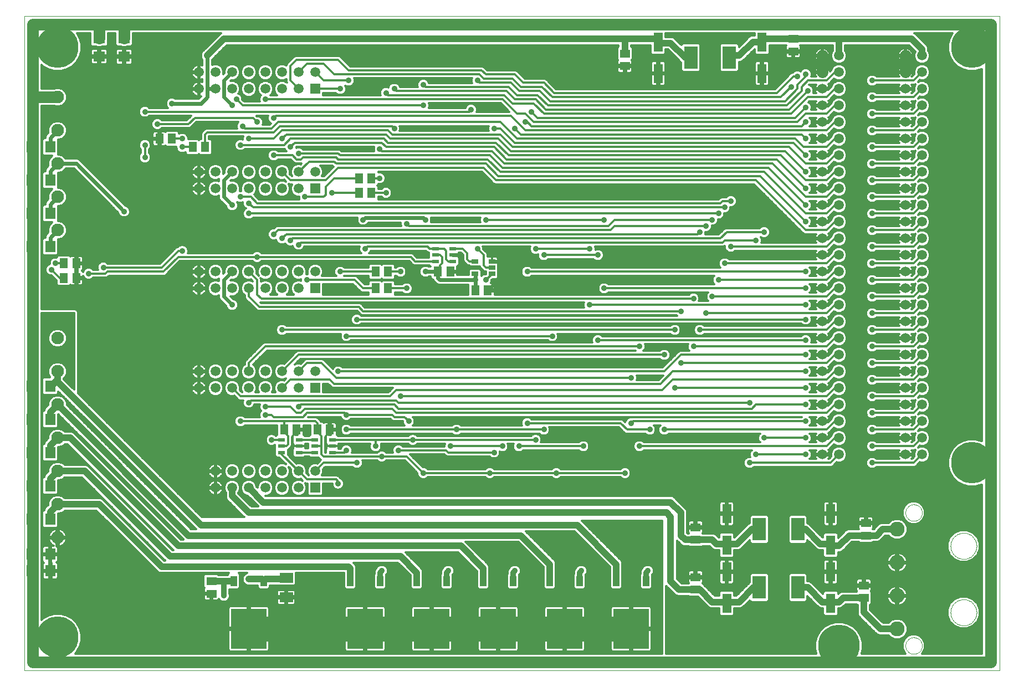
<source format=gtl>
G75*
%MOIN*%
%OFA0B0*%
%FSLAX24Y24*%
%IPPOS*%
%LPD*%
%AMOC8*
5,1,8,0,0,1.08239X$1,22.5*
%
%ADD10C,0.0000*%
%ADD11R,0.0594X0.0594*%
%ADD12C,0.0594*%
%ADD13C,0.0768*%
%ADD14C,0.0900*%
%ADD15C,0.2500*%
%ADD16R,0.0512X0.0591*%
%ADD17R,0.2126X0.2441*%
%ADD18R,0.0394X0.0630*%
%ADD19R,0.0787X0.0591*%
%ADD20R,0.0591X0.0512*%
%ADD21R,0.0551X0.1181*%
%ADD22R,0.0630X0.0709*%
%ADD23R,0.0630X0.0710*%
%ADD24R,0.0710X0.0630*%
%ADD25R,0.0709X0.0630*%
%ADD26R,0.0413X0.0236*%
%ADD27R,0.0390X0.0272*%
%ADD28R,0.0787X0.1378*%
%ADD29C,0.0120*%
%ADD30C,0.0700*%
%ADD31C,0.0356*%
%ADD32C,0.0240*%
%ADD33C,0.0400*%
%ADD34C,0.1500*%
%ADD35C,0.0320*%
D10*
X002062Y000539D02*
X002062Y039909D01*
X060722Y039909D01*
X060722Y000539D01*
X002062Y000539D01*
X055062Y002039D02*
X055064Y002083D01*
X055070Y002127D01*
X055080Y002170D01*
X055093Y002212D01*
X055110Y002253D01*
X055131Y002292D01*
X055155Y002329D01*
X055182Y002364D01*
X055212Y002396D01*
X055245Y002426D01*
X055281Y002452D01*
X055318Y002476D01*
X055358Y002495D01*
X055399Y002512D01*
X055442Y002524D01*
X055485Y002533D01*
X055529Y002538D01*
X055573Y002539D01*
X055617Y002536D01*
X055661Y002529D01*
X055704Y002518D01*
X055746Y002504D01*
X055786Y002486D01*
X055825Y002464D01*
X055861Y002440D01*
X055895Y002412D01*
X055927Y002381D01*
X055956Y002347D01*
X055982Y002311D01*
X056004Y002273D01*
X056023Y002233D01*
X056038Y002191D01*
X056050Y002149D01*
X056058Y002105D01*
X056062Y002061D01*
X056062Y002017D01*
X056058Y001973D01*
X056050Y001929D01*
X056038Y001887D01*
X056023Y001845D01*
X056004Y001805D01*
X055982Y001767D01*
X055956Y001731D01*
X055927Y001697D01*
X055895Y001666D01*
X055861Y001638D01*
X055825Y001614D01*
X055786Y001592D01*
X055746Y001574D01*
X055704Y001560D01*
X055661Y001549D01*
X055617Y001542D01*
X055573Y001539D01*
X055529Y001540D01*
X055485Y001545D01*
X055442Y001554D01*
X055399Y001566D01*
X055358Y001583D01*
X055318Y001602D01*
X055281Y001626D01*
X055245Y001652D01*
X055212Y001682D01*
X055182Y001714D01*
X055155Y001749D01*
X055131Y001786D01*
X055110Y001825D01*
X055093Y001866D01*
X055080Y001908D01*
X055070Y001951D01*
X055064Y001995D01*
X055062Y002039D01*
X057777Y004039D02*
X057779Y004094D01*
X057785Y004149D01*
X057795Y004204D01*
X057808Y004258D01*
X057825Y004310D01*
X057846Y004362D01*
X057871Y004411D01*
X057899Y004459D01*
X057930Y004505D01*
X057965Y004548D01*
X058002Y004589D01*
X058042Y004627D01*
X058085Y004662D01*
X058130Y004695D01*
X058178Y004723D01*
X058227Y004749D01*
X058278Y004771D01*
X058330Y004789D01*
X058383Y004803D01*
X058438Y004814D01*
X058493Y004821D01*
X058548Y004824D01*
X058604Y004823D01*
X058659Y004818D01*
X058713Y004809D01*
X058767Y004797D01*
X058820Y004780D01*
X058872Y004760D01*
X058922Y004737D01*
X058970Y004709D01*
X059017Y004679D01*
X059061Y004645D01*
X059102Y004609D01*
X059141Y004569D01*
X059177Y004527D01*
X059210Y004482D01*
X059240Y004435D01*
X059266Y004387D01*
X059289Y004336D01*
X059308Y004284D01*
X059323Y004231D01*
X059335Y004177D01*
X059343Y004122D01*
X059347Y004067D01*
X059347Y004011D01*
X059343Y003956D01*
X059335Y003901D01*
X059323Y003847D01*
X059308Y003794D01*
X059289Y003742D01*
X059266Y003691D01*
X059240Y003643D01*
X059210Y003596D01*
X059177Y003551D01*
X059141Y003509D01*
X059102Y003469D01*
X059061Y003433D01*
X059017Y003399D01*
X058970Y003369D01*
X058922Y003341D01*
X058872Y003318D01*
X058820Y003298D01*
X058767Y003281D01*
X058713Y003269D01*
X058659Y003260D01*
X058604Y003255D01*
X058548Y003254D01*
X058493Y003257D01*
X058438Y003264D01*
X058383Y003275D01*
X058330Y003289D01*
X058278Y003307D01*
X058227Y003329D01*
X058178Y003355D01*
X058130Y003383D01*
X058085Y003416D01*
X058042Y003451D01*
X058002Y003489D01*
X057965Y003530D01*
X057930Y003573D01*
X057899Y003619D01*
X057871Y003667D01*
X057846Y003716D01*
X057825Y003768D01*
X057808Y003820D01*
X057795Y003874D01*
X057785Y003929D01*
X057779Y003984D01*
X057777Y004039D01*
X057777Y008039D02*
X057779Y008094D01*
X057785Y008149D01*
X057795Y008204D01*
X057808Y008258D01*
X057825Y008310D01*
X057846Y008362D01*
X057871Y008411D01*
X057899Y008459D01*
X057930Y008505D01*
X057965Y008548D01*
X058002Y008589D01*
X058042Y008627D01*
X058085Y008662D01*
X058130Y008695D01*
X058178Y008723D01*
X058227Y008749D01*
X058278Y008771D01*
X058330Y008789D01*
X058383Y008803D01*
X058438Y008814D01*
X058493Y008821D01*
X058548Y008824D01*
X058604Y008823D01*
X058659Y008818D01*
X058713Y008809D01*
X058767Y008797D01*
X058820Y008780D01*
X058872Y008760D01*
X058922Y008737D01*
X058970Y008709D01*
X059017Y008679D01*
X059061Y008645D01*
X059102Y008609D01*
X059141Y008569D01*
X059177Y008527D01*
X059210Y008482D01*
X059240Y008435D01*
X059266Y008387D01*
X059289Y008336D01*
X059308Y008284D01*
X059323Y008231D01*
X059335Y008177D01*
X059343Y008122D01*
X059347Y008067D01*
X059347Y008011D01*
X059343Y007956D01*
X059335Y007901D01*
X059323Y007847D01*
X059308Y007794D01*
X059289Y007742D01*
X059266Y007691D01*
X059240Y007643D01*
X059210Y007596D01*
X059177Y007551D01*
X059141Y007509D01*
X059102Y007469D01*
X059061Y007433D01*
X059017Y007399D01*
X058970Y007369D01*
X058922Y007341D01*
X058872Y007318D01*
X058820Y007298D01*
X058767Y007281D01*
X058713Y007269D01*
X058659Y007260D01*
X058604Y007255D01*
X058548Y007254D01*
X058493Y007257D01*
X058438Y007264D01*
X058383Y007275D01*
X058330Y007289D01*
X058278Y007307D01*
X058227Y007329D01*
X058178Y007355D01*
X058130Y007383D01*
X058085Y007416D01*
X058042Y007451D01*
X058002Y007489D01*
X057965Y007530D01*
X057930Y007573D01*
X057899Y007619D01*
X057871Y007667D01*
X057846Y007716D01*
X057825Y007768D01*
X057808Y007820D01*
X057795Y007874D01*
X057785Y007929D01*
X057779Y007984D01*
X057777Y008039D01*
X055062Y010039D02*
X055064Y010083D01*
X055070Y010127D01*
X055080Y010170D01*
X055093Y010212D01*
X055110Y010253D01*
X055131Y010292D01*
X055155Y010329D01*
X055182Y010364D01*
X055212Y010396D01*
X055245Y010426D01*
X055281Y010452D01*
X055318Y010476D01*
X055358Y010495D01*
X055399Y010512D01*
X055442Y010524D01*
X055485Y010533D01*
X055529Y010538D01*
X055573Y010539D01*
X055617Y010536D01*
X055661Y010529D01*
X055704Y010518D01*
X055746Y010504D01*
X055786Y010486D01*
X055825Y010464D01*
X055861Y010440D01*
X055895Y010412D01*
X055927Y010381D01*
X055956Y010347D01*
X055982Y010311D01*
X056004Y010273D01*
X056023Y010233D01*
X056038Y010191D01*
X056050Y010149D01*
X056058Y010105D01*
X056062Y010061D01*
X056062Y010017D01*
X056058Y009973D01*
X056050Y009929D01*
X056038Y009887D01*
X056023Y009845D01*
X056004Y009805D01*
X055982Y009767D01*
X055956Y009731D01*
X055927Y009697D01*
X055895Y009666D01*
X055861Y009638D01*
X055825Y009614D01*
X055786Y009592D01*
X055746Y009574D01*
X055704Y009560D01*
X055661Y009549D01*
X055617Y009542D01*
X055573Y009539D01*
X055529Y009540D01*
X055485Y009545D01*
X055442Y009554D01*
X055399Y009566D01*
X055358Y009583D01*
X055318Y009602D01*
X055281Y009626D01*
X055245Y009652D01*
X055212Y009682D01*
X055182Y009714D01*
X055155Y009749D01*
X055131Y009786D01*
X055110Y009825D01*
X055093Y009866D01*
X055080Y009908D01*
X055070Y009951D01*
X055064Y009995D01*
X055062Y010039D01*
D11*
X019562Y011539D03*
X019562Y017539D03*
X019562Y023539D03*
X019562Y029539D03*
X019562Y035539D03*
D12*
X018562Y035539D03*
X017562Y035539D03*
X016562Y035539D03*
X015562Y035539D03*
X014562Y035539D03*
X013562Y035539D03*
X012562Y035539D03*
X012562Y036539D03*
X013562Y036539D03*
X014562Y036539D03*
X015562Y036539D03*
X016562Y036539D03*
X017562Y036539D03*
X018562Y036539D03*
X019562Y036539D03*
X019562Y030539D03*
X018562Y030539D03*
X017562Y030539D03*
X016562Y030539D03*
X015562Y030539D03*
X014562Y030539D03*
X013562Y030539D03*
X012562Y030539D03*
X012562Y029539D03*
X013562Y029539D03*
X014562Y029539D03*
X015562Y029539D03*
X016562Y029539D03*
X017562Y029539D03*
X018562Y029539D03*
X018562Y024539D03*
X017562Y024539D03*
X016562Y024539D03*
X015562Y024539D03*
X014562Y024539D03*
X013562Y024539D03*
X012562Y024539D03*
X012562Y023539D03*
X013562Y023539D03*
X014562Y023539D03*
X015562Y023539D03*
X016562Y023539D03*
X017562Y023539D03*
X018562Y023539D03*
X019562Y024539D03*
X019562Y018539D03*
X018562Y018539D03*
X017562Y018539D03*
X016562Y018539D03*
X015562Y018539D03*
X014562Y018539D03*
X013562Y018539D03*
X012562Y018539D03*
X012562Y017539D03*
X013562Y017539D03*
X014562Y017539D03*
X015562Y017539D03*
X016562Y017539D03*
X017562Y017539D03*
X018562Y017539D03*
X018562Y012539D03*
X017562Y012539D03*
X016562Y012539D03*
X015562Y012539D03*
X014562Y012539D03*
X013562Y012539D03*
X013562Y011539D03*
X014562Y011539D03*
X015562Y011539D03*
X016562Y011539D03*
X017562Y011539D03*
X018562Y011539D03*
X019562Y012539D03*
X050062Y013539D03*
X051062Y013539D03*
X051062Y014539D03*
X050062Y014539D03*
X050062Y015539D03*
X051062Y015539D03*
X051062Y016539D03*
X050062Y016539D03*
X050062Y017539D03*
X051062Y017539D03*
X051062Y018539D03*
X050062Y018539D03*
X050062Y019539D03*
X051062Y019539D03*
X051062Y020539D03*
X050062Y020539D03*
X050062Y021539D03*
X051062Y021539D03*
X051062Y022539D03*
X050062Y022539D03*
X050062Y023539D03*
X051062Y023539D03*
X051062Y024539D03*
X050062Y024539D03*
X050062Y025539D03*
X051062Y025539D03*
X051062Y026539D03*
X050062Y026539D03*
X050062Y027539D03*
X051062Y027539D03*
X051062Y028539D03*
X050062Y028539D03*
X050062Y029539D03*
X051062Y029539D03*
X051062Y030539D03*
X050062Y030539D03*
X050062Y031539D03*
X051062Y031539D03*
X051062Y032539D03*
X050062Y032539D03*
X050062Y033539D03*
X051062Y033539D03*
X051062Y034539D03*
X050062Y034539D03*
X050062Y035539D03*
X051062Y035539D03*
X051062Y036539D03*
X050062Y036539D03*
X050062Y037539D03*
X051062Y037539D03*
X055062Y037539D03*
X056062Y037539D03*
X056062Y036539D03*
X055062Y036539D03*
X055062Y035539D03*
X056062Y035539D03*
X056062Y034539D03*
X055062Y034539D03*
X055062Y033539D03*
X056062Y033539D03*
X056062Y032539D03*
X055062Y032539D03*
X055062Y031539D03*
X056062Y031539D03*
X056062Y030539D03*
X055062Y030539D03*
X055062Y029539D03*
X056062Y029539D03*
X056062Y028539D03*
X055062Y028539D03*
X055062Y027539D03*
X056062Y027539D03*
X056062Y026539D03*
X055062Y026539D03*
X055062Y025539D03*
X056062Y025539D03*
X056062Y024539D03*
X055062Y024539D03*
X055062Y023539D03*
X056062Y023539D03*
X056062Y022539D03*
X055062Y022539D03*
X055062Y021539D03*
X056062Y021539D03*
X056062Y020539D03*
X055062Y020539D03*
X055062Y019539D03*
X056062Y019539D03*
X056062Y018539D03*
X055062Y018539D03*
X055062Y017539D03*
X056062Y017539D03*
X056062Y016539D03*
X055062Y016539D03*
X055062Y015539D03*
X056062Y015539D03*
X056062Y014539D03*
X055062Y014539D03*
X055062Y013539D03*
X056062Y013539D03*
D13*
X004062Y014539D03*
X004062Y016539D03*
X004062Y018539D03*
X004062Y020539D03*
X004062Y027039D03*
X004062Y029039D03*
X004062Y031039D03*
X004062Y033039D03*
X004062Y035039D03*
X004062Y012539D03*
X004062Y010539D03*
X004062Y008539D03*
D14*
X054562Y009039D03*
X054562Y007039D03*
X054562Y005039D03*
X054562Y003039D03*
D15*
X051062Y002039D03*
X059062Y013039D03*
X059062Y038039D03*
X004062Y038039D03*
X004062Y002539D03*
D16*
X017688Y015039D03*
X018436Y015039D03*
X019688Y015039D03*
X020436Y015039D03*
X023188Y023539D03*
X023936Y023539D03*
X023936Y024539D03*
X023188Y024539D03*
X026938Y024539D03*
X027686Y024539D03*
X029188Y023414D03*
X029936Y023414D03*
X022936Y029289D03*
X022188Y029289D03*
X022188Y030164D03*
X022936Y030164D03*
X012936Y032039D03*
X012188Y032039D03*
X010936Y032539D03*
X010188Y032539D03*
X005186Y025039D03*
X004438Y025039D03*
X004438Y024164D03*
X005186Y024164D03*
D17*
X015562Y003055D03*
X022562Y003055D03*
X026562Y003055D03*
X030562Y003055D03*
X034562Y003055D03*
X038562Y003055D03*
D18*
X037664Y005929D03*
X039460Y005929D03*
X035460Y005929D03*
X033664Y005929D03*
X031460Y005929D03*
X029664Y005929D03*
X027460Y005929D03*
X025664Y005929D03*
X023460Y005929D03*
X021664Y005929D03*
X016460Y005929D03*
X014664Y005929D03*
D19*
X017812Y006129D03*
X017812Y004948D03*
D20*
X013312Y005165D03*
X013312Y005913D03*
X042437Y006163D03*
X042437Y005415D03*
X042437Y008415D03*
X042437Y009163D03*
X052687Y009413D03*
X052687Y008665D03*
X052562Y005663D03*
X052562Y004915D03*
X038187Y036915D03*
X038187Y037663D03*
X048312Y037790D03*
X048312Y038538D03*
D21*
X046437Y038359D03*
X046437Y036469D03*
X040187Y036469D03*
X040187Y038359D03*
X044312Y009984D03*
X044312Y008094D03*
X044312Y006484D03*
X044312Y004594D03*
X050562Y004594D03*
X050562Y006484D03*
X050562Y008094D03*
X050562Y009984D03*
D22*
X003613Y009664D03*
X002511Y009664D03*
X002511Y011664D03*
X003613Y011664D03*
X003613Y013664D03*
X002511Y013664D03*
X002511Y015664D03*
X003613Y015664D03*
X003613Y017664D03*
X002511Y017664D03*
X002511Y026039D03*
X003613Y026039D03*
X003613Y028039D03*
X002511Y028039D03*
X002511Y030039D03*
X003613Y030039D03*
X003613Y032039D03*
X002511Y032039D03*
X002511Y007539D03*
X003613Y007539D03*
D23*
X003622Y006539D03*
X002502Y006539D03*
D24*
X008062Y037479D03*
X008062Y038599D03*
D25*
X006562Y038590D03*
X006562Y037488D03*
D26*
X026781Y025913D03*
X026781Y025539D03*
X026781Y025165D03*
X027844Y025165D03*
X027844Y025539D03*
X027844Y025913D03*
X020594Y014413D03*
X020594Y014039D03*
X020594Y013665D03*
X019531Y013665D03*
X019531Y014039D03*
X019531Y014413D03*
X018594Y014413D03*
X018594Y014039D03*
X018594Y013665D03*
X017531Y013665D03*
X017531Y014039D03*
X017531Y014413D03*
D27*
X029175Y024415D03*
X029175Y025163D03*
X030195Y025163D03*
X030195Y024789D03*
X030195Y024415D03*
D28*
X042151Y037414D03*
X044473Y037414D03*
X046276Y009039D03*
X048598Y009039D03*
X048598Y005539D03*
X046276Y005539D03*
D29*
X046849Y005516D02*
X048025Y005516D01*
X048025Y005634D02*
X046849Y005634D01*
X046849Y005753D02*
X048025Y005753D01*
X048025Y005871D02*
X046849Y005871D01*
X046849Y005990D02*
X048025Y005990D01*
X048025Y006108D02*
X046849Y006108D01*
X046849Y006227D02*
X048025Y006227D01*
X048025Y006302D02*
X048025Y004775D01*
X048130Y004670D01*
X049067Y004670D01*
X049172Y004775D01*
X049172Y005016D01*
X049740Y004449D01*
X049847Y004342D01*
X049986Y004284D01*
X050106Y004284D01*
X050106Y003929D01*
X050212Y003823D01*
X050912Y003823D01*
X051018Y003929D01*
X051018Y004284D01*
X051138Y004284D01*
X051277Y004342D01*
X051384Y004449D01*
X051470Y004535D01*
X052136Y004535D01*
X052182Y004489D01*
X052182Y003963D01*
X052240Y003824D01*
X053240Y002824D01*
X053347Y002717D01*
X053486Y002659D01*
X054051Y002659D01*
X054205Y002505D01*
X054437Y002409D01*
X054687Y002409D01*
X054919Y002505D01*
X055096Y002682D01*
X055192Y002914D01*
X055192Y003164D01*
X055096Y003396D01*
X054919Y003573D01*
X054687Y003669D01*
X054437Y003669D01*
X054205Y003573D01*
X054051Y003419D01*
X053719Y003419D01*
X052942Y004196D01*
X052942Y004489D01*
X053037Y004584D01*
X053037Y005245D01*
X052980Y005303D01*
X052985Y005309D01*
X053006Y005345D01*
X053017Y005386D01*
X053017Y005603D01*
X052622Y005603D01*
X052622Y005723D01*
X052502Y005723D01*
X052502Y006079D01*
X052246Y006079D01*
X052205Y006068D01*
X052168Y006047D01*
X052139Y006017D01*
X052118Y005981D01*
X052107Y005940D01*
X052107Y005723D01*
X052502Y005723D01*
X052502Y005603D01*
X052107Y005603D01*
X052107Y005386D01*
X052118Y005345D01*
X052139Y005309D01*
X052144Y005303D01*
X052136Y005295D01*
X051237Y005295D01*
X051098Y005237D01*
X051018Y005157D01*
X051018Y005259D01*
X050912Y005365D01*
X050212Y005365D01*
X050106Y005259D01*
X050106Y005157D01*
X049402Y005861D01*
X049263Y005919D01*
X049172Y005919D01*
X049172Y006302D01*
X049067Y006408D01*
X048130Y006408D01*
X048025Y006302D01*
X048068Y006345D02*
X046806Y006345D01*
X046849Y006302D02*
X046744Y006408D01*
X045807Y006408D01*
X045702Y006302D01*
X045702Y005841D01*
X044905Y005044D01*
X044768Y005044D01*
X044768Y005259D01*
X044662Y005365D01*
X043962Y005365D01*
X043856Y005259D01*
X043856Y005044D01*
X043594Y005044D01*
X042912Y005726D01*
X042912Y005745D01*
X042855Y005803D01*
X042860Y005809D01*
X042881Y005845D01*
X042892Y005886D01*
X042892Y006103D01*
X042497Y006103D01*
X042497Y006223D01*
X042377Y006223D01*
X042377Y006579D01*
X042121Y006579D01*
X042080Y006568D01*
X042043Y006547D01*
X042014Y006517D01*
X041993Y006481D01*
X041982Y006440D01*
X041982Y006223D01*
X042377Y006223D01*
X042377Y006103D01*
X041982Y006103D01*
X041982Y005886D01*
X041993Y005845D01*
X042014Y005809D01*
X042019Y005803D01*
X042010Y005794D01*
X041594Y005794D01*
X041317Y006071D01*
X041317Y008371D01*
X041490Y008199D01*
X041597Y008092D01*
X041736Y008034D01*
X042012Y008034D01*
X042067Y007979D01*
X042807Y007979D01*
X042863Y008035D01*
X043279Y008035D01*
X043365Y007949D01*
X043472Y007842D01*
X043611Y007784D01*
X043856Y007784D01*
X043856Y007429D01*
X043962Y007323D01*
X044662Y007323D01*
X044768Y007429D01*
X044768Y007784D01*
X045013Y007784D01*
X045152Y007842D01*
X045259Y007949D01*
X045702Y008391D01*
X045702Y008275D01*
X045807Y008170D01*
X046744Y008170D01*
X046849Y008275D01*
X046849Y009802D01*
X046744Y009908D01*
X045807Y009908D01*
X045702Y009802D01*
X045702Y009405D01*
X045597Y009361D01*
X044780Y008544D01*
X044768Y008544D01*
X044768Y008759D01*
X044662Y008865D01*
X043962Y008865D01*
X043856Y008759D01*
X043856Y008544D01*
X043844Y008544D01*
X043651Y008737D01*
X043512Y008795D01*
X042863Y008795D01*
X042855Y008803D01*
X042860Y008809D01*
X042881Y008845D01*
X042892Y008886D01*
X042892Y009103D01*
X042497Y009103D01*
X042497Y009223D01*
X042377Y009223D01*
X042377Y009579D01*
X042121Y009579D01*
X042080Y009568D01*
X042043Y009547D01*
X042014Y009517D01*
X041993Y009481D01*
X041982Y009440D01*
X041982Y009223D01*
X042377Y009223D01*
X042377Y009103D01*
X041982Y009103D01*
X041982Y008886D01*
X041993Y008845D01*
X042014Y008809D01*
X042019Y008803D01*
X042010Y008794D01*
X041969Y008794D01*
X041942Y008821D01*
X041942Y010114D01*
X041884Y010254D01*
X041777Y010361D01*
X041152Y010986D01*
X041013Y011044D01*
X016594Y011044D01*
X016576Y011062D01*
X016657Y011062D01*
X016832Y011135D01*
X016966Y011269D01*
X017039Y011444D01*
X017039Y011634D01*
X016966Y011809D01*
X016832Y011943D01*
X016657Y012016D01*
X016467Y012016D01*
X016292Y011943D01*
X016158Y011809D01*
X016085Y011634D01*
X016085Y011553D01*
X016039Y011599D01*
X016039Y011634D01*
X015966Y011809D01*
X015832Y011943D01*
X015657Y012016D01*
X015467Y012016D01*
X015292Y011943D01*
X015158Y011809D01*
X015085Y011634D01*
X015085Y011444D01*
X015158Y011269D01*
X015292Y011135D01*
X015467Y011062D01*
X015501Y011062D01*
X016115Y010449D01*
X016115Y010449D01*
X016145Y010419D01*
X015719Y010419D01*
X014942Y011196D01*
X014942Y011244D01*
X014966Y011269D01*
X015039Y011444D01*
X015039Y011634D01*
X014966Y011809D01*
X014832Y011943D01*
X014657Y012016D01*
X014467Y012016D01*
X014292Y011943D01*
X014158Y011809D01*
X014085Y011634D01*
X014085Y011444D01*
X014158Y011269D01*
X014182Y011244D01*
X014182Y010963D01*
X014240Y010824D01*
X015240Y009824D01*
X015240Y009824D01*
X015285Y009779D01*
X012734Y009779D01*
X005302Y017211D01*
X005302Y022087D01*
X005265Y022175D01*
X005198Y022242D01*
X005110Y022279D01*
X003092Y022279D01*
X003092Y034509D01*
X003868Y034509D01*
X003950Y034475D01*
X004174Y034475D01*
X004381Y034561D01*
X004540Y034719D01*
X004626Y034927D01*
X004626Y035151D01*
X004540Y035358D01*
X004381Y035517D01*
X004174Y035603D01*
X003950Y035603D01*
X003868Y035569D01*
X003092Y035569D01*
X003092Y036987D01*
X003184Y036895D01*
X003510Y036706D01*
X003874Y036609D01*
X004250Y036609D01*
X004614Y036706D01*
X004940Y036895D01*
X005206Y037161D01*
X005395Y037487D01*
X005492Y037851D01*
X005492Y038227D01*
X005395Y038591D01*
X005225Y038884D01*
X006028Y038884D01*
X006028Y038201D01*
X006133Y038095D01*
X006372Y038095D01*
X006457Y038060D01*
X006667Y038060D01*
X006752Y038095D01*
X006991Y038095D01*
X007096Y038201D01*
X007096Y038884D01*
X007527Y038884D01*
X007527Y038209D01*
X007633Y038104D01*
X007872Y038104D01*
X007957Y038069D01*
X008167Y038069D01*
X008252Y038104D01*
X008491Y038104D01*
X008597Y038209D01*
X008597Y038884D01*
X013902Y038884D01*
X013847Y038861D01*
X012740Y037754D01*
X012682Y037614D01*
X012682Y037463D01*
X012740Y037324D01*
X012762Y037301D01*
X012762Y036950D01*
X012737Y036962D01*
X012669Y036984D01*
X012600Y036995D01*
X012600Y036577D01*
X012524Y036577D01*
X012524Y036995D01*
X012455Y036984D01*
X012387Y036962D01*
X012323Y036930D01*
X012264Y036887D01*
X012214Y036836D01*
X012171Y036778D01*
X012139Y036714D01*
X012116Y036646D01*
X012106Y036577D01*
X012524Y036577D01*
X012524Y036500D01*
X012600Y036500D01*
X012600Y036082D01*
X012669Y036093D01*
X012737Y036115D01*
X012762Y036128D01*
X012762Y035950D01*
X012737Y035962D01*
X012669Y035984D01*
X012600Y035995D01*
X012600Y035577D01*
X012524Y035577D01*
X012524Y035995D01*
X012455Y035984D01*
X012387Y035962D01*
X012323Y035930D01*
X012264Y035887D01*
X012214Y035836D01*
X012171Y035778D01*
X012139Y035714D01*
X012116Y035646D01*
X012106Y035577D01*
X012524Y035577D01*
X012524Y035500D01*
X012600Y035500D01*
X012600Y035082D01*
X012669Y035093D01*
X012703Y035104D01*
X012563Y034964D01*
X011143Y034964D01*
X011140Y034967D01*
X011008Y035022D01*
X010866Y035022D01*
X010734Y034967D01*
X010633Y034867D01*
X010579Y034735D01*
X010579Y034593D01*
X010633Y034461D01*
X010691Y034404D01*
X009578Y034404D01*
X009515Y034467D01*
X009383Y034522D01*
X009241Y034522D01*
X009109Y034467D01*
X009008Y034367D01*
X008954Y034235D01*
X008954Y034093D01*
X009008Y033961D01*
X009109Y033860D01*
X009241Y033806D01*
X009383Y033806D01*
X009515Y033860D01*
X009578Y033924D01*
X012108Y033924D01*
X011838Y033654D01*
X010328Y033654D01*
X010265Y033717D01*
X010133Y033772D01*
X009991Y033772D01*
X009859Y033717D01*
X009758Y033617D01*
X009704Y033485D01*
X009704Y033343D01*
X009758Y033211D01*
X009859Y033110D01*
X009991Y033056D01*
X010133Y033056D01*
X010265Y033110D01*
X010328Y033174D01*
X011985Y033174D01*
X012073Y033210D01*
X012411Y033549D01*
X014941Y033549D01*
X014883Y033492D01*
X014829Y033360D01*
X014829Y033218D01*
X014855Y033154D01*
X013014Y033154D01*
X012926Y033117D01*
X012733Y032924D01*
X012696Y032836D01*
X012696Y032514D01*
X012606Y032514D01*
X012562Y032471D01*
X012518Y032514D01*
X011920Y032514D01*
X011920Y032610D01*
X011866Y032742D01*
X011765Y032842D01*
X011633Y032897D01*
X011491Y032897D01*
X011372Y032848D01*
X011372Y032909D01*
X011266Y033014D01*
X010606Y033014D01*
X010548Y032956D01*
X010542Y032962D01*
X010506Y032983D01*
X010465Y032994D01*
X010248Y032994D01*
X010248Y032599D01*
X010128Y032599D01*
X010128Y032994D01*
X009911Y032994D01*
X009870Y032983D01*
X009834Y032962D01*
X009804Y032932D01*
X009783Y032896D01*
X009772Y032855D01*
X009772Y032599D01*
X010128Y032599D01*
X010128Y032479D01*
X009772Y032479D01*
X009772Y032223D01*
X009783Y032182D01*
X009804Y032145D01*
X009834Y032116D01*
X009870Y032094D01*
X009911Y032084D01*
X010128Y032084D01*
X010128Y032479D01*
X010248Y032479D01*
X010248Y032084D01*
X010465Y032084D01*
X010506Y032094D01*
X010542Y032116D01*
X010548Y032121D01*
X010606Y032064D01*
X011204Y032064D01*
X011204Y031968D01*
X011258Y031836D01*
X011359Y031735D01*
X011491Y031681D01*
X011633Y031681D01*
X011752Y031730D01*
X011752Y031669D01*
X011858Y031564D01*
X012518Y031564D01*
X012562Y031607D01*
X012606Y031564D01*
X013266Y031564D01*
X013372Y031669D01*
X013372Y032409D01*
X013266Y032514D01*
X013176Y032514D01*
X013176Y032674D01*
X015230Y032674D01*
X015204Y032610D01*
X015204Y032493D01*
X015133Y032522D01*
X014991Y032522D01*
X014859Y032467D01*
X014758Y032367D01*
X014704Y032235D01*
X014704Y032093D01*
X014758Y031961D01*
X014859Y031860D01*
X014991Y031806D01*
X015133Y031806D01*
X015265Y031860D01*
X015328Y031924D01*
X017722Y031924D01*
X017758Y031836D01*
X017816Y031779D01*
X017328Y031779D01*
X017265Y031842D01*
X017133Y031897D01*
X016991Y031897D01*
X016859Y031842D01*
X016758Y031742D01*
X016704Y031610D01*
X016704Y031468D01*
X016758Y031336D01*
X016859Y031235D01*
X016991Y031181D01*
X017133Y031181D01*
X017265Y031235D01*
X017328Y031299D01*
X018088Y031299D01*
X018301Y031085D01*
X018389Y031049D01*
X018733Y031049D01*
X018687Y031003D01*
X018657Y031016D01*
X018467Y031016D01*
X018292Y030943D01*
X018158Y030809D01*
X018085Y030634D01*
X018085Y030444D01*
X018148Y030292D01*
X018026Y030414D01*
X018039Y030444D01*
X018039Y030634D01*
X017966Y030809D01*
X017832Y030943D01*
X017657Y031016D01*
X017467Y031016D01*
X017292Y030943D01*
X017158Y030809D01*
X017085Y030634D01*
X017085Y030444D01*
X017158Y030269D01*
X017292Y030135D01*
X017467Y030062D01*
X017657Y030062D01*
X017687Y030074D01*
X017809Y029953D01*
X017657Y030016D01*
X017467Y030016D01*
X017292Y029943D01*
X017158Y029809D01*
X017085Y029634D01*
X017085Y029444D01*
X017158Y029269D01*
X017292Y029135D01*
X017467Y029062D01*
X017657Y029062D01*
X017832Y029135D01*
X017966Y029269D01*
X018039Y029444D01*
X018039Y029634D01*
X017966Y029809D01*
X017950Y029826D01*
X018014Y029799D01*
X018154Y029799D01*
X018085Y029634D01*
X018085Y029444D01*
X018158Y029269D01*
X018292Y029135D01*
X018467Y029062D01*
X018579Y029062D01*
X018579Y028968D01*
X018605Y028904D01*
X016161Y028904D01*
X015890Y029175D01*
X015881Y029184D01*
X015966Y029269D01*
X016039Y029444D01*
X016039Y029634D01*
X015966Y029809D01*
X015832Y029943D01*
X015657Y030016D01*
X015467Y030016D01*
X015292Y029943D01*
X015158Y029809D01*
X015085Y029634D01*
X015085Y029444D01*
X015105Y029397D01*
X015019Y029397D01*
X015039Y029444D01*
X015039Y029634D01*
X014966Y029809D01*
X014832Y029943D01*
X014657Y030016D01*
X014467Y030016D01*
X014460Y030013D01*
X014509Y030062D01*
X014657Y030062D01*
X014832Y030135D01*
X014966Y030269D01*
X015039Y030444D01*
X015039Y030634D01*
X014966Y030809D01*
X014832Y030943D01*
X014657Y031016D01*
X014467Y031016D01*
X014292Y030943D01*
X014158Y030809D01*
X014085Y030634D01*
X014085Y030486D01*
X014036Y030437D01*
X014039Y030444D01*
X014039Y030634D01*
X013966Y030809D01*
X013832Y030943D01*
X013657Y031016D01*
X013467Y031016D01*
X013292Y030943D01*
X013158Y030809D01*
X013085Y030634D01*
X013085Y030444D01*
X013158Y030269D01*
X013292Y030135D01*
X013467Y030062D01*
X013657Y030062D01*
X013766Y030107D01*
X013762Y030099D01*
X013762Y029972D01*
X013657Y030016D01*
X013467Y030016D01*
X013292Y029943D01*
X013158Y029809D01*
X013085Y029634D01*
X013085Y029444D01*
X013158Y029269D01*
X013292Y029135D01*
X013467Y029062D01*
X013657Y029062D01*
X013762Y029106D01*
X013762Y028979D01*
X007671Y028979D01*
X007553Y029097D02*
X012442Y029097D01*
X012455Y029093D02*
X012524Y029082D01*
X012524Y029500D01*
X012600Y029500D01*
X012600Y029082D01*
X012669Y029093D01*
X012737Y029115D01*
X012801Y029148D01*
X012860Y029190D01*
X012910Y029241D01*
X012953Y029299D01*
X012985Y029363D01*
X013008Y029432D01*
X013018Y029500D01*
X012600Y029500D01*
X012600Y029577D01*
X012524Y029577D01*
X012524Y029995D01*
X012455Y029984D01*
X012387Y029962D01*
X012323Y029930D01*
X012264Y029887D01*
X012214Y029836D01*
X012171Y029778D01*
X012139Y029714D01*
X012116Y029646D01*
X012106Y029577D01*
X012524Y029577D01*
X012524Y029500D01*
X012106Y029500D01*
X012116Y029432D01*
X012139Y029363D01*
X012171Y029299D01*
X012214Y029241D01*
X012264Y029190D01*
X012323Y029148D01*
X012387Y029115D01*
X012455Y029093D01*
X012524Y029097D02*
X012600Y029097D01*
X012682Y029097D02*
X013382Y029097D01*
X013211Y029216D02*
X012885Y029216D01*
X012971Y029334D02*
X013131Y029334D01*
X013085Y029453D02*
X013011Y029453D01*
X013018Y029577D02*
X013008Y029646D01*
X012985Y029714D01*
X012953Y029778D01*
X012910Y029836D01*
X012860Y029887D01*
X012801Y029930D01*
X012737Y029962D01*
X012669Y029984D01*
X012600Y029995D01*
X012600Y029577D01*
X013018Y029577D01*
X013085Y029571D02*
X012600Y029571D01*
X012524Y029571D02*
X007079Y029571D01*
X007197Y029453D02*
X012113Y029453D01*
X012153Y029334D02*
X007316Y029334D01*
X007434Y029216D02*
X012239Y029216D01*
X012524Y029216D02*
X012600Y029216D01*
X012600Y029334D02*
X012524Y029334D01*
X012524Y029453D02*
X012600Y029453D01*
X012600Y029690D02*
X012524Y029690D01*
X012524Y029808D02*
X012600Y029808D01*
X012600Y029927D02*
X012524Y029927D01*
X012524Y030082D02*
X012524Y030500D01*
X012600Y030500D01*
X012600Y030082D01*
X012669Y030093D01*
X012737Y030115D01*
X012801Y030148D01*
X012860Y030190D01*
X012910Y030241D01*
X012953Y030299D01*
X012985Y030363D01*
X013008Y030432D01*
X013018Y030500D01*
X012600Y030500D01*
X012600Y030577D01*
X012524Y030577D01*
X012524Y030995D01*
X012455Y030984D01*
X012387Y030962D01*
X012323Y030930D01*
X012264Y030887D01*
X012214Y030836D01*
X012171Y030778D01*
X012139Y030714D01*
X012116Y030646D01*
X012106Y030577D01*
X012524Y030577D01*
X012524Y030500D01*
X012106Y030500D01*
X012116Y030432D01*
X012139Y030363D01*
X012171Y030299D01*
X012214Y030241D01*
X012264Y030190D01*
X012323Y030148D01*
X012387Y030115D01*
X012455Y030093D01*
X012524Y030082D01*
X012524Y030164D02*
X012600Y030164D01*
X012600Y030282D02*
X012524Y030282D01*
X012524Y030401D02*
X012600Y030401D01*
X012600Y030519D02*
X013085Y030519D01*
X013018Y030577D02*
X013008Y030646D01*
X012985Y030714D01*
X012953Y030778D01*
X012910Y030836D01*
X012860Y030887D01*
X012801Y030930D01*
X012737Y030962D01*
X012669Y030984D01*
X012600Y030995D01*
X012600Y030577D01*
X013018Y030577D01*
X013009Y030638D02*
X013087Y030638D01*
X013136Y030756D02*
X012964Y030756D01*
X012872Y030875D02*
X013224Y030875D01*
X013413Y030993D02*
X012612Y030993D01*
X012600Y030993D02*
X012524Y030993D01*
X012512Y030993D02*
X005657Y030993D01*
X005775Y030875D02*
X012252Y030875D01*
X012160Y030756D02*
X005894Y030756D01*
X006012Y030638D02*
X012115Y030638D01*
X012126Y030401D02*
X006249Y030401D01*
X006131Y030519D02*
X012524Y030519D01*
X012524Y030638D02*
X012600Y030638D01*
X012600Y030756D02*
X012524Y030756D01*
X012524Y030875D02*
X012600Y030875D01*
X012583Y031586D02*
X012541Y031586D01*
X012188Y032039D02*
X011562Y032039D01*
X011434Y031704D02*
X009552Y031704D01*
X009552Y031680D02*
X009552Y031897D01*
X009616Y031961D01*
X009670Y032093D01*
X009670Y032235D01*
X009616Y032367D01*
X009515Y032467D01*
X009383Y032522D01*
X009241Y032522D01*
X009109Y032467D01*
X009008Y032367D01*
X008954Y032235D01*
X008954Y032093D01*
X009008Y031961D01*
X009072Y031897D01*
X009072Y031680D01*
X009008Y031617D01*
X008954Y031485D01*
X008954Y031343D01*
X009008Y031211D01*
X009109Y031110D01*
X009241Y031056D01*
X009383Y031056D01*
X009515Y031110D01*
X009616Y031211D01*
X009670Y031343D01*
X009670Y031485D01*
X009616Y031617D01*
X009552Y031680D01*
X009628Y031586D02*
X011835Y031586D01*
X011752Y031704D02*
X011690Y031704D01*
X011271Y031823D02*
X009552Y031823D01*
X009596Y031941D02*
X011215Y031941D01*
X011204Y032060D02*
X009657Y032060D01*
X009670Y032178D02*
X009785Y032178D01*
X009772Y032297D02*
X009645Y032297D01*
X009567Y032415D02*
X009772Y032415D01*
X009772Y032652D02*
X004473Y032652D01*
X004540Y032719D02*
X004626Y032927D01*
X004626Y033151D01*
X004540Y033358D01*
X004381Y033517D01*
X004174Y033603D01*
X003950Y033603D01*
X003743Y033517D01*
X003584Y033358D01*
X003498Y033151D01*
X003498Y032927D01*
X003506Y032907D01*
X003359Y032760D01*
X003313Y032650D01*
X003313Y032573D01*
X003224Y032573D01*
X003118Y032468D01*
X003118Y031610D01*
X003224Y031505D01*
X003730Y031505D01*
X003584Y031358D01*
X003498Y031151D01*
X003498Y030927D01*
X003506Y030907D01*
X003359Y030760D01*
X003313Y030650D01*
X003313Y030573D01*
X003224Y030573D01*
X003118Y030468D01*
X003118Y029610D01*
X003224Y029505D01*
X003730Y029505D01*
X003584Y029358D01*
X003498Y029151D01*
X003498Y028927D01*
X003506Y028907D01*
X003359Y028760D01*
X003313Y028650D01*
X003313Y028573D01*
X003224Y028573D01*
X003118Y028468D01*
X003118Y027610D01*
X003224Y027505D01*
X003730Y027505D01*
X003584Y027358D01*
X003498Y027151D01*
X003498Y026927D01*
X003506Y026907D01*
X003359Y026760D01*
X003313Y026650D01*
X003313Y026573D01*
X003224Y026573D01*
X003118Y026468D01*
X003118Y025610D01*
X003224Y025505D01*
X004003Y025505D01*
X004108Y025610D01*
X004108Y026468D01*
X004101Y026475D01*
X004174Y026475D01*
X004381Y026561D01*
X004540Y026719D01*
X004626Y026927D01*
X004626Y027151D01*
X004540Y027358D01*
X004381Y027517D01*
X004174Y027603D01*
X004101Y027603D01*
X004108Y027610D01*
X004108Y028468D01*
X004101Y028475D01*
X004174Y028475D01*
X004381Y028561D01*
X004540Y028719D01*
X004626Y028927D01*
X004626Y029151D01*
X004540Y029358D01*
X004381Y029517D01*
X004174Y029603D01*
X004101Y029603D01*
X004108Y029610D01*
X004108Y030468D01*
X004101Y030475D01*
X004174Y030475D01*
X004381Y030561D01*
X004540Y030719D01*
X004548Y030739D01*
X005063Y030739D01*
X007704Y028098D01*
X007704Y028093D01*
X007758Y027961D01*
X007859Y027860D01*
X007991Y027806D01*
X008133Y027806D01*
X008265Y027860D01*
X008366Y027961D01*
X008420Y028093D01*
X008420Y028235D01*
X008366Y028367D01*
X008265Y028467D01*
X008133Y028522D01*
X008128Y028522D01*
X005357Y031293D01*
X005247Y031339D01*
X004548Y031339D01*
X004540Y031358D01*
X004381Y031517D01*
X004174Y031603D01*
X004101Y031603D01*
X004108Y031610D01*
X004108Y032468D01*
X004101Y032475D01*
X004174Y032475D01*
X004381Y032561D01*
X004540Y032719D01*
X004561Y032771D02*
X009772Y032771D01*
X009781Y032889D02*
X004610Y032889D01*
X004626Y033008D02*
X010599Y033008D01*
X010281Y033126D02*
X012948Y033126D01*
X012817Y033008D02*
X011273Y033008D01*
X011372Y032889D02*
X011473Y032889D01*
X011651Y032889D02*
X012718Y032889D01*
X012696Y032771D02*
X011836Y032771D01*
X011903Y032652D02*
X012696Y032652D01*
X012696Y032534D02*
X011920Y032534D01*
X011562Y032539D02*
X010936Y032539D01*
X010248Y032652D02*
X010128Y032652D01*
X010128Y032534D02*
X004316Y032534D01*
X004108Y032415D02*
X009057Y032415D01*
X008980Y032297D02*
X004108Y032297D01*
X004108Y032178D02*
X008954Y032178D01*
X008967Y032060D02*
X004108Y032060D01*
X004108Y031941D02*
X009028Y031941D01*
X009072Y031823D02*
X004108Y031823D01*
X004108Y031704D02*
X009072Y031704D01*
X008996Y031586D02*
X004215Y031586D01*
X004431Y031467D02*
X008954Y031467D01*
X008954Y031349D02*
X004544Y031349D01*
X003693Y031467D02*
X003092Y031467D01*
X003092Y031349D02*
X003580Y031349D01*
X003531Y031230D02*
X003092Y031230D01*
X003092Y031112D02*
X003498Y031112D01*
X003498Y030993D02*
X003092Y030993D01*
X003092Y030875D02*
X003474Y030875D01*
X003357Y030756D02*
X003092Y030756D01*
X003092Y030638D02*
X003313Y030638D01*
X003170Y030519D02*
X003092Y030519D01*
X003092Y030401D02*
X003118Y030401D01*
X003118Y030282D02*
X003092Y030282D01*
X003092Y030164D02*
X003118Y030164D01*
X003118Y030045D02*
X003092Y030045D01*
X003092Y029927D02*
X003118Y029927D01*
X003118Y029808D02*
X003092Y029808D01*
X003092Y029690D02*
X003118Y029690D01*
X003092Y029571D02*
X003157Y029571D01*
X003092Y029453D02*
X003679Y029453D01*
X003574Y029334D02*
X003092Y029334D01*
X003092Y029216D02*
X003525Y029216D01*
X003498Y029097D02*
X003092Y029097D01*
X003092Y028979D02*
X003498Y028979D01*
X003459Y028860D02*
X003092Y028860D01*
X003092Y028742D02*
X003351Y028742D01*
X003313Y028623D02*
X003092Y028623D01*
X003092Y028505D02*
X003155Y028505D01*
X003118Y028386D02*
X003092Y028386D01*
X003092Y028268D02*
X003118Y028268D01*
X003118Y028149D02*
X003092Y028149D01*
X003092Y028031D02*
X003118Y028031D01*
X003118Y027912D02*
X003092Y027912D01*
X003092Y027794D02*
X003118Y027794D01*
X003118Y027675D02*
X003092Y027675D01*
X003092Y027557D02*
X003171Y027557D01*
X003092Y027438D02*
X003664Y027438D01*
X003568Y027320D02*
X003092Y027320D01*
X003092Y027201D02*
X003519Y027201D01*
X003498Y027083D02*
X003092Y027083D01*
X003092Y026964D02*
X003498Y026964D01*
X003445Y026846D02*
X003092Y026846D01*
X003092Y026727D02*
X003345Y026727D01*
X003313Y026609D02*
X003092Y026609D01*
X003092Y026490D02*
X003141Y026490D01*
X003118Y026372D02*
X003092Y026372D01*
X003092Y026253D02*
X003118Y026253D01*
X003118Y026135D02*
X003092Y026135D01*
X003092Y026016D02*
X003118Y026016D01*
X003118Y025898D02*
X003092Y025898D01*
X003092Y025779D02*
X003118Y025779D01*
X003118Y025661D02*
X003092Y025661D01*
X003092Y025542D02*
X003186Y025542D01*
X003092Y025424D02*
X004017Y025424D01*
X004002Y025409D02*
X004002Y025397D01*
X003866Y025397D01*
X003734Y025342D01*
X003633Y025242D01*
X003579Y025110D01*
X003579Y025007D01*
X003484Y024967D01*
X003383Y024867D01*
X003329Y024735D01*
X003329Y024593D01*
X003383Y024461D01*
X003484Y024360D01*
X003616Y024306D01*
X003706Y024306D01*
X003984Y024028D01*
X004002Y024009D01*
X004002Y023794D01*
X004108Y023689D01*
X004768Y023689D01*
X004826Y023746D01*
X004832Y023741D01*
X004868Y023719D01*
X004909Y023709D01*
X005126Y023709D01*
X005126Y024104D01*
X005246Y024104D01*
X005246Y024224D01*
X005126Y024224D01*
X005126Y024979D01*
X005246Y024979D01*
X005246Y025099D01*
X005126Y025099D01*
X005126Y025494D01*
X004909Y025494D01*
X004868Y025483D01*
X004832Y025462D01*
X004826Y025456D01*
X004768Y025514D01*
X004108Y025514D01*
X004002Y025409D01*
X004041Y025542D02*
X010726Y025542D01*
X010608Y025424D02*
X005575Y025424D01*
X005570Y025432D02*
X005540Y025462D01*
X005504Y025483D01*
X005463Y025494D01*
X005246Y025494D01*
X005246Y025099D01*
X005602Y025099D01*
X005602Y025355D01*
X005591Y025396D01*
X005570Y025432D01*
X005602Y025305D02*
X010489Y025305D01*
X010371Y025187D02*
X005602Y025187D01*
X005602Y024979D02*
X005246Y024979D01*
X005246Y024584D01*
X005246Y024224D01*
X005602Y024224D01*
X005602Y024287D01*
X005633Y024211D01*
X005734Y024110D01*
X005866Y024056D01*
X006008Y024056D01*
X006140Y024110D01*
X006203Y024174D01*
X006985Y024174D01*
X007073Y024210D01*
X007161Y024299D01*
X010485Y024299D01*
X010573Y024335D01*
X011411Y025174D01*
X015796Y025174D01*
X015859Y025110D01*
X015991Y025056D01*
X016133Y025056D01*
X016265Y025110D01*
X016328Y025174D01*
X025213Y025174D01*
X025359Y025028D01*
X025426Y024960D01*
X025514Y024924D01*
X026442Y024924D01*
X026499Y024867D01*
X026502Y024867D01*
X026502Y024839D01*
X026393Y024839D01*
X026390Y024842D01*
X026258Y024897D01*
X026116Y024897D01*
X025984Y024842D01*
X025883Y024742D01*
X025829Y024610D01*
X025829Y024468D01*
X025883Y024336D01*
X025984Y024235D01*
X026116Y024181D01*
X026258Y024181D01*
X026390Y024235D01*
X026393Y024239D01*
X026502Y024239D01*
X026502Y024169D01*
X026608Y024064D01*
X026654Y024064D01*
X026684Y023993D01*
X026808Y023869D01*
X026892Y023785D01*
X027002Y023739D01*
X028752Y023739D01*
X028752Y023154D01*
X024357Y023154D01*
X024372Y023169D01*
X024372Y023299D01*
X024796Y023299D01*
X024859Y023235D01*
X024991Y023181D01*
X025133Y023181D01*
X025265Y023235D01*
X025366Y023336D01*
X025420Y023468D01*
X025420Y023610D01*
X025366Y023742D01*
X025265Y023842D01*
X025133Y023897D01*
X024991Y023897D01*
X024859Y023842D01*
X024796Y023779D01*
X024372Y023779D01*
X024372Y023909D01*
X024266Y024014D01*
X023606Y024014D01*
X023562Y023971D01*
X023518Y024014D01*
X022858Y024014D01*
X022752Y023909D01*
X022752Y023779D01*
X022536Y023779D01*
X022073Y024242D01*
X021985Y024279D01*
X021308Y024279D01*
X021328Y024299D01*
X022752Y024299D01*
X022752Y024169D01*
X022858Y024064D01*
X023518Y024064D01*
X023562Y024107D01*
X023606Y024064D01*
X024266Y024064D01*
X024372Y024169D01*
X024372Y024299D01*
X024421Y024299D01*
X024484Y024235D01*
X024616Y024181D01*
X024758Y024181D01*
X024890Y024235D01*
X024991Y024336D01*
X025045Y024468D01*
X025045Y024610D01*
X024991Y024742D01*
X024890Y024842D01*
X024758Y024897D01*
X024616Y024897D01*
X024484Y024842D01*
X024421Y024779D01*
X024372Y024779D01*
X024372Y024909D01*
X024266Y025014D01*
X023606Y025014D01*
X023562Y024971D01*
X023518Y025014D01*
X022858Y025014D01*
X022752Y024909D01*
X022752Y024779D01*
X021328Y024779D01*
X021265Y024842D01*
X021133Y024897D01*
X020991Y024897D01*
X020859Y024842D01*
X020758Y024742D01*
X020704Y024610D01*
X020704Y024468D01*
X020758Y024336D01*
X020816Y024279D01*
X019970Y024279D01*
X020039Y024444D01*
X020039Y024634D01*
X019966Y024809D01*
X019832Y024943D01*
X019657Y025016D01*
X019467Y025016D01*
X019292Y024943D01*
X019158Y024809D01*
X019085Y024634D01*
X019085Y024444D01*
X019105Y024397D01*
X019019Y024397D01*
X019039Y024444D01*
X019039Y024634D01*
X018966Y024809D01*
X018832Y024943D01*
X018657Y025016D01*
X018467Y025016D01*
X018292Y024943D01*
X018158Y024809D01*
X018085Y024634D01*
X018085Y024444D01*
X018158Y024269D01*
X018292Y024135D01*
X018467Y024062D01*
X018657Y024062D01*
X018704Y024081D01*
X018704Y023996D01*
X018657Y024016D01*
X018467Y024016D01*
X018292Y023943D01*
X018158Y023809D01*
X018085Y023634D01*
X018085Y023444D01*
X018158Y023269D01*
X018273Y023154D01*
X017851Y023154D01*
X017966Y023269D01*
X018039Y023444D01*
X018039Y023634D01*
X017966Y023809D01*
X017832Y023943D01*
X017657Y024016D01*
X017467Y024016D01*
X017292Y023943D01*
X017158Y023809D01*
X017085Y023634D01*
X017085Y023444D01*
X017158Y023269D01*
X017273Y023154D01*
X016851Y023154D01*
X016966Y023269D01*
X017039Y023444D01*
X017039Y023634D01*
X016966Y023809D01*
X016832Y023943D01*
X016657Y024016D01*
X016467Y024016D01*
X016302Y023947D01*
X016302Y024087D01*
X016275Y024151D01*
X016292Y024135D01*
X016467Y024062D01*
X016657Y024062D01*
X016832Y024135D01*
X016966Y024269D01*
X017039Y024444D01*
X017039Y024634D01*
X016966Y024809D01*
X016832Y024943D01*
X016657Y025016D01*
X016467Y025016D01*
X016292Y024943D01*
X016158Y024809D01*
X016085Y024634D01*
X016085Y024444D01*
X016148Y024292D01*
X016026Y024414D01*
X016039Y024444D01*
X016039Y024634D01*
X015966Y024809D01*
X015832Y024943D01*
X015657Y025016D01*
X015467Y025016D01*
X015292Y024943D01*
X015158Y024809D01*
X015085Y024634D01*
X015085Y024444D01*
X015158Y024269D01*
X015292Y024135D01*
X015467Y024062D01*
X015657Y024062D01*
X015687Y024074D01*
X015809Y023953D01*
X015657Y024016D01*
X015467Y024016D01*
X015292Y023943D01*
X015158Y023809D01*
X015085Y023634D01*
X015085Y023444D01*
X015158Y023269D01*
X015292Y023135D01*
X015322Y023122D01*
X015322Y022991D01*
X015359Y022903D01*
X015426Y022835D01*
X016051Y022210D01*
X016139Y022174D01*
X022088Y022174D01*
X022301Y021960D01*
X022389Y021924D01*
X041296Y021924D01*
X041316Y021904D01*
X022328Y021904D01*
X022265Y021967D01*
X022133Y022022D01*
X021991Y022022D01*
X021859Y021967D01*
X021758Y021867D01*
X021704Y021735D01*
X021704Y021593D01*
X021758Y021461D01*
X021859Y021360D01*
X021991Y021306D01*
X022133Y021306D01*
X022265Y021360D01*
X022328Y021424D01*
X048796Y021424D01*
X048859Y021360D01*
X048991Y021306D01*
X049133Y021306D01*
X049265Y021360D01*
X049366Y021461D01*
X049420Y021593D01*
X049420Y021735D01*
X049394Y021799D01*
X049686Y021799D01*
X049671Y021778D01*
X049639Y021714D01*
X049616Y021646D01*
X049606Y021577D01*
X050024Y021577D01*
X050024Y021500D01*
X049606Y021500D01*
X049616Y021432D01*
X049639Y021363D01*
X049671Y021299D01*
X049686Y021279D01*
X042953Y021279D01*
X042890Y021342D01*
X042758Y021397D01*
X042616Y021397D01*
X042484Y021342D01*
X042383Y021242D01*
X042329Y021110D01*
X042329Y020968D01*
X042383Y020836D01*
X042484Y020735D01*
X042616Y020681D01*
X042758Y020681D01*
X042890Y020735D01*
X042953Y020799D01*
X049686Y020799D01*
X049671Y020778D01*
X049639Y020714D01*
X049616Y020646D01*
X049606Y020577D01*
X050024Y020577D01*
X050024Y020500D01*
X049606Y020500D01*
X049616Y020432D01*
X049639Y020363D01*
X049671Y020299D01*
X049686Y020279D01*
X049394Y020279D01*
X049420Y020343D01*
X049420Y020485D01*
X049366Y020617D01*
X049265Y020717D01*
X049133Y020772D01*
X048991Y020772D01*
X048859Y020717D01*
X048796Y020654D01*
X036828Y020654D01*
X036765Y020717D01*
X036633Y020772D01*
X036491Y020772D01*
X036359Y020717D01*
X036258Y020617D01*
X036204Y020485D01*
X036204Y020343D01*
X036230Y020279D01*
X016514Y020279D01*
X016426Y020242D01*
X016359Y020175D01*
X015359Y019175D01*
X015322Y019087D01*
X015322Y018956D01*
X015292Y018943D01*
X015158Y018809D01*
X015085Y018634D01*
X015085Y018444D01*
X015158Y018269D01*
X015292Y018135D01*
X015467Y018062D01*
X015657Y018062D01*
X015832Y018135D01*
X015966Y018269D01*
X016039Y018444D01*
X016039Y018634D01*
X015966Y018809D01*
X015832Y018943D01*
X015813Y018951D01*
X016661Y019799D01*
X038796Y019799D01*
X038816Y019779D01*
X018514Y019779D01*
X018426Y019742D01*
X018359Y019675D01*
X017687Y019003D01*
X017657Y019016D01*
X017467Y019016D01*
X017292Y018943D01*
X017158Y018809D01*
X017085Y018634D01*
X017085Y018444D01*
X017158Y018269D01*
X017292Y018135D01*
X017467Y018062D01*
X017657Y018062D01*
X017809Y018125D01*
X017687Y018003D01*
X017657Y018016D01*
X017467Y018016D01*
X017292Y017943D01*
X017158Y017809D01*
X017085Y017634D01*
X017085Y017444D01*
X017154Y017279D01*
X016970Y017279D01*
X017039Y017444D01*
X017039Y017634D01*
X016966Y017809D01*
X016832Y017943D01*
X016657Y018016D01*
X016467Y018016D01*
X016292Y017943D01*
X016158Y017809D01*
X016085Y017634D01*
X016085Y017444D01*
X016154Y017279D01*
X015970Y017279D01*
X016039Y017444D01*
X016039Y017634D01*
X015966Y017809D01*
X015832Y017943D01*
X015657Y018016D01*
X015467Y018016D01*
X015292Y017943D01*
X015158Y017809D01*
X015085Y017634D01*
X015085Y017444D01*
X015148Y017292D01*
X015026Y017414D01*
X015039Y017444D01*
X015039Y017634D01*
X014966Y017809D01*
X014832Y017943D01*
X014657Y018016D01*
X014467Y018016D01*
X014292Y017943D01*
X014158Y017809D01*
X014085Y017634D01*
X014085Y017444D01*
X014158Y017269D01*
X014292Y017135D01*
X014467Y017062D01*
X014657Y017062D01*
X014687Y017074D01*
X014926Y016835D01*
X015014Y016799D01*
X015230Y016799D01*
X015204Y016735D01*
X015204Y016593D01*
X015258Y016461D01*
X015359Y016360D01*
X015491Y016306D01*
X015633Y016306D01*
X015765Y016360D01*
X015866Y016461D01*
X015902Y016549D01*
X016230Y016549D01*
X016204Y016485D01*
X016204Y016343D01*
X016258Y016211D01*
X016306Y016164D01*
X016258Y016117D01*
X016204Y015985D01*
X016204Y015843D01*
X016230Y015779D01*
X015328Y015779D01*
X015265Y015842D01*
X015133Y015897D01*
X014991Y015897D01*
X014859Y015842D01*
X014758Y015742D01*
X014704Y015610D01*
X014704Y015468D01*
X014758Y015336D01*
X014859Y015235D01*
X014991Y015181D01*
X015133Y015181D01*
X015265Y015235D01*
X015328Y015299D01*
X017252Y015299D01*
X017252Y014711D01*
X017249Y014711D01*
X017198Y014660D01*
X017140Y014717D01*
X017008Y014772D01*
X016866Y014772D01*
X016734Y014717D01*
X016633Y014617D01*
X016579Y014485D01*
X016579Y014343D01*
X016633Y014211D01*
X016734Y014110D01*
X016866Y014056D01*
X017008Y014056D01*
X017140Y014110D01*
X017144Y014114D01*
X017144Y013472D01*
X017249Y013367D01*
X017395Y013367D01*
X017809Y012953D01*
X017657Y013016D01*
X017467Y013016D01*
X017292Y012943D01*
X017158Y012809D01*
X017085Y012634D01*
X017085Y012444D01*
X017158Y012269D01*
X017292Y012135D01*
X017467Y012062D01*
X017657Y012062D01*
X017832Y012135D01*
X017966Y012269D01*
X018039Y012444D01*
X018039Y012634D01*
X017976Y012785D01*
X018098Y012664D01*
X018085Y012634D01*
X018085Y012444D01*
X018158Y012269D01*
X018292Y012135D01*
X018467Y012062D01*
X018657Y012062D01*
X018687Y012074D01*
X018809Y011953D01*
X018657Y012016D01*
X018467Y012016D01*
X018292Y011943D01*
X018158Y011809D01*
X018085Y011634D01*
X018085Y011444D01*
X018158Y011269D01*
X018292Y011135D01*
X018467Y011062D01*
X018657Y011062D01*
X018832Y011135D01*
X018966Y011269D01*
X019039Y011444D01*
X019039Y011634D01*
X018966Y011809D01*
X018950Y011826D01*
X019014Y011799D01*
X019085Y011799D01*
X019085Y011167D01*
X019191Y011062D01*
X019933Y011062D01*
X020039Y011167D01*
X020039Y011799D01*
X020579Y011799D01*
X020579Y011718D01*
X020633Y011586D01*
X020734Y011485D01*
X020866Y011431D01*
X021008Y011431D01*
X021140Y011485D01*
X021241Y011586D01*
X021295Y011718D01*
X021295Y011860D01*
X021241Y011992D01*
X021140Y012092D01*
X021068Y012122D01*
X021015Y012175D01*
X020948Y012242D01*
X020860Y012279D01*
X019970Y012279D01*
X020039Y012444D01*
X020039Y012634D01*
X020026Y012664D01*
X020161Y012799D01*
X021796Y012799D01*
X021859Y012735D01*
X021991Y012681D01*
X022133Y012681D01*
X022265Y012735D01*
X022366Y012836D01*
X022420Y012968D01*
X022420Y013110D01*
X022394Y013174D01*
X023296Y013174D01*
X023359Y013110D01*
X023491Y013056D01*
X023633Y013056D01*
X023765Y013110D01*
X023828Y013174D01*
X024963Y013174D01*
X025704Y012433D01*
X025704Y012343D01*
X025758Y012211D01*
X025859Y012110D01*
X025991Y012056D01*
X026133Y012056D01*
X026265Y012110D01*
X026328Y012174D01*
X029796Y012174D01*
X029859Y012110D01*
X029991Y012056D01*
X030133Y012056D01*
X030265Y012110D01*
X030328Y012174D01*
X033796Y012174D01*
X033859Y012110D01*
X033991Y012056D01*
X034133Y012056D01*
X034265Y012110D01*
X034328Y012174D01*
X037921Y012174D01*
X037984Y012110D01*
X038116Y012056D01*
X038258Y012056D01*
X038390Y012110D01*
X038491Y012211D01*
X038545Y012343D01*
X038545Y012485D01*
X038491Y012617D01*
X038390Y012717D01*
X038258Y012772D01*
X038116Y012772D01*
X037984Y012717D01*
X037921Y012654D01*
X034328Y012654D01*
X034265Y012717D01*
X034133Y012772D01*
X033991Y012772D01*
X033859Y012717D01*
X033796Y012654D01*
X030328Y012654D01*
X030265Y012717D01*
X030133Y012772D01*
X029991Y012772D01*
X029859Y012717D01*
X029796Y012654D01*
X026328Y012654D01*
X026265Y012717D01*
X026133Y012772D01*
X026043Y012772D01*
X025266Y013549D01*
X027338Y013549D01*
X027426Y013460D01*
X027514Y013424D01*
X030046Y013424D01*
X030109Y013360D01*
X030241Y013306D01*
X030383Y013306D01*
X030515Y013360D01*
X030616Y013461D01*
X030670Y013593D01*
X030670Y013710D01*
X030741Y013681D01*
X030883Y013681D01*
X031015Y013735D01*
X031116Y013836D01*
X031170Y013968D01*
X031170Y014110D01*
X031144Y014174D01*
X031480Y014174D01*
X031454Y014110D01*
X031454Y013968D01*
X031508Y013836D01*
X031609Y013735D01*
X031741Y013681D01*
X031883Y013681D01*
X032015Y013735D01*
X032078Y013799D01*
X035421Y013799D01*
X035484Y013735D01*
X035616Y013681D01*
X035758Y013681D01*
X035890Y013735D01*
X035991Y013836D01*
X036045Y013968D01*
X036045Y014110D01*
X035991Y014242D01*
X035890Y014342D01*
X035758Y014397D01*
X035616Y014397D01*
X035484Y014342D01*
X035421Y014279D01*
X033144Y014279D01*
X033170Y014343D01*
X033170Y014485D01*
X033116Y014617D01*
X033015Y014717D01*
X032883Y014772D01*
X032741Y014772D01*
X032609Y014717D01*
X032546Y014654D01*
X025703Y014654D01*
X025640Y014717D01*
X025508Y014772D01*
X025366Y014772D01*
X025234Y014717D01*
X025171Y014654D01*
X020932Y014654D01*
X020875Y014711D01*
X020849Y014711D01*
X020852Y014723D01*
X020852Y014979D01*
X020496Y014979D01*
X020496Y015099D01*
X020376Y015099D01*
X020376Y015494D01*
X020159Y015494D01*
X020118Y015483D01*
X020082Y015462D01*
X020076Y015456D01*
X020018Y015514D01*
X019905Y015514D01*
X019890Y015550D01*
X019823Y015617D01*
X019698Y015742D01*
X019610Y015779D01*
X019141Y015779D01*
X019161Y015799D01*
X021097Y015799D01*
X021133Y015711D01*
X021234Y015610D01*
X021366Y015556D01*
X021508Y015556D01*
X021640Y015610D01*
X021703Y015674D01*
X024088Y015674D01*
X024109Y015653D01*
X024176Y015585D01*
X024264Y015549D01*
X024829Y015549D01*
X024829Y015468D01*
X024883Y015336D01*
X024941Y015279D01*
X021703Y015279D01*
X021640Y015342D01*
X021508Y015397D01*
X021366Y015397D01*
X021234Y015342D01*
X021133Y015242D01*
X021079Y015110D01*
X021079Y014968D01*
X021133Y014836D01*
X021234Y014735D01*
X021366Y014681D01*
X021508Y014681D01*
X021640Y014735D01*
X021703Y014799D01*
X027796Y014799D01*
X027859Y014735D01*
X027991Y014681D01*
X028133Y014681D01*
X028265Y014735D01*
X028328Y014799D01*
X033046Y014799D01*
X033109Y014735D01*
X033241Y014681D01*
X033383Y014681D01*
X033515Y014735D01*
X033616Y014836D01*
X033670Y014968D01*
X033670Y015110D01*
X033644Y015174D01*
X037838Y015174D01*
X038109Y014903D01*
X038176Y014835D01*
X038264Y014799D01*
X039421Y014799D01*
X039484Y014735D01*
X039616Y014681D01*
X039758Y014681D01*
X039890Y014735D01*
X039991Y014836D01*
X040045Y014968D01*
X040045Y015110D01*
X039991Y015242D01*
X039933Y015299D01*
X040316Y015299D01*
X040258Y015242D01*
X040204Y015110D01*
X040204Y014968D01*
X040258Y014836D01*
X040359Y014735D01*
X040491Y014681D01*
X040633Y014681D01*
X040765Y014735D01*
X040828Y014799D01*
X046316Y014799D01*
X046258Y014742D01*
X046204Y014610D01*
X046204Y014468D01*
X046258Y014336D01*
X046316Y014279D01*
X039328Y014279D01*
X039265Y014342D01*
X039133Y014397D01*
X038991Y014397D01*
X038859Y014342D01*
X038758Y014242D01*
X038704Y014110D01*
X038704Y013968D01*
X038758Y013836D01*
X038859Y013735D01*
X038991Y013681D01*
X039133Y013681D01*
X039265Y013735D01*
X039328Y013799D01*
X045816Y013799D01*
X045758Y013742D01*
X045704Y013610D01*
X045704Y013468D01*
X045733Y013397D01*
X045616Y013397D01*
X045484Y013342D01*
X045383Y013242D01*
X045329Y013110D01*
X045329Y012968D01*
X045383Y012836D01*
X045484Y012735D01*
X045616Y012681D01*
X045758Y012681D01*
X045890Y012735D01*
X045953Y012799D01*
X050610Y012799D01*
X050698Y012835D01*
X050765Y012903D01*
X050937Y013074D01*
X050967Y013062D01*
X051157Y013062D01*
X051332Y013135D01*
X051466Y013269D01*
X051539Y013444D01*
X051539Y013634D01*
X051466Y013809D01*
X051332Y013943D01*
X051157Y014016D01*
X050967Y014016D01*
X050792Y013943D01*
X050658Y013809D01*
X050585Y013634D01*
X050585Y013444D01*
X050598Y013414D01*
X050463Y013279D01*
X050438Y013279D01*
X050453Y013299D01*
X050485Y013363D01*
X050508Y013432D01*
X050518Y013500D01*
X050100Y013500D01*
X050100Y013577D01*
X050518Y013577D01*
X050508Y013646D01*
X050485Y013714D01*
X050453Y013778D01*
X050420Y013824D01*
X050448Y013835D01*
X050515Y013903D01*
X050770Y014157D01*
X050792Y014135D01*
X050967Y014062D01*
X051157Y014062D01*
X051332Y014135D01*
X051466Y014269D01*
X051539Y014444D01*
X051539Y014634D01*
X051466Y014809D01*
X051332Y014943D01*
X051157Y015016D01*
X050967Y015016D01*
X050792Y014943D01*
X050658Y014809D01*
X050598Y014664D01*
X050517Y014584D01*
X050508Y014646D01*
X050485Y014714D01*
X050453Y014778D01*
X050420Y014824D01*
X050448Y014835D01*
X050515Y014903D01*
X050770Y015157D01*
X050792Y015135D01*
X050967Y015062D01*
X051157Y015062D01*
X051332Y015135D01*
X051466Y015269D01*
X051539Y015444D01*
X051539Y015634D01*
X051466Y015809D01*
X051332Y015943D01*
X051157Y016016D01*
X050967Y016016D01*
X050792Y015943D01*
X050658Y015809D01*
X050598Y015664D01*
X050517Y015584D01*
X050508Y015646D01*
X050485Y015714D01*
X050453Y015778D01*
X050420Y015824D01*
X050448Y015835D01*
X050515Y015903D01*
X050770Y016157D01*
X050792Y016135D01*
X050967Y016062D01*
X051157Y016062D01*
X051332Y016135D01*
X051466Y016269D01*
X051539Y016444D01*
X051539Y016634D01*
X051466Y016809D01*
X051332Y016943D01*
X051157Y017016D01*
X050967Y017016D01*
X050792Y016943D01*
X050658Y016809D01*
X050598Y016664D01*
X050517Y016584D01*
X050508Y016646D01*
X050485Y016714D01*
X050453Y016778D01*
X050420Y016824D01*
X050448Y016835D01*
X050515Y016903D01*
X050770Y017157D01*
X050792Y017135D01*
X050967Y017062D01*
X051157Y017062D01*
X051332Y017135D01*
X051466Y017269D01*
X051539Y017444D01*
X051539Y017634D01*
X051466Y017809D01*
X051332Y017943D01*
X051157Y018016D01*
X050967Y018016D01*
X050792Y017943D01*
X050658Y017809D01*
X050598Y017664D01*
X050517Y017584D01*
X050508Y017646D01*
X050485Y017714D01*
X050453Y017778D01*
X050420Y017824D01*
X050448Y017835D01*
X050515Y017903D01*
X050770Y018157D01*
X050792Y018135D01*
X050967Y018062D01*
X051157Y018062D01*
X051332Y018135D01*
X051466Y018269D01*
X051539Y018444D01*
X051539Y018634D01*
X051466Y018809D01*
X051332Y018943D01*
X051157Y019016D01*
X050967Y019016D01*
X050792Y018943D01*
X050658Y018809D01*
X050598Y018664D01*
X050517Y018584D01*
X050508Y018646D01*
X050485Y018714D01*
X050453Y018778D01*
X050420Y018824D01*
X050448Y018835D01*
X050515Y018903D01*
X050770Y019157D01*
X050792Y019135D01*
X050967Y019062D01*
X051157Y019062D01*
X051332Y019135D01*
X051466Y019269D01*
X051539Y019444D01*
X051539Y019634D01*
X051466Y019809D01*
X051332Y019943D01*
X051157Y020016D01*
X050967Y020016D01*
X050792Y019943D01*
X050658Y019809D01*
X050598Y019664D01*
X050517Y019584D01*
X050508Y019646D01*
X050485Y019714D01*
X050453Y019778D01*
X050420Y019824D01*
X050448Y019835D01*
X050770Y020157D01*
X050792Y020135D01*
X050967Y020062D01*
X051157Y020062D01*
X051332Y020135D01*
X051466Y020269D01*
X051539Y020444D01*
X051539Y020634D01*
X051466Y020809D01*
X051332Y020943D01*
X051157Y021016D01*
X050967Y021016D01*
X050792Y020943D01*
X050658Y020809D01*
X050598Y020664D01*
X050517Y020584D01*
X050508Y020646D01*
X050485Y020714D01*
X050453Y020778D01*
X050420Y020824D01*
X050448Y020835D01*
X050515Y020903D01*
X050770Y021157D01*
X050792Y021135D01*
X050967Y021062D01*
X051157Y021062D01*
X051332Y021135D01*
X051466Y021269D01*
X051539Y021444D01*
X051539Y021634D01*
X051466Y021809D01*
X051332Y021943D01*
X051157Y022016D01*
X050967Y022016D01*
X050792Y021943D01*
X050658Y021809D01*
X050598Y021664D01*
X050517Y021584D01*
X050508Y021646D01*
X050485Y021714D01*
X050453Y021778D01*
X050420Y021824D01*
X050448Y021835D01*
X050515Y021903D01*
X050770Y022157D01*
X050792Y022135D01*
X050967Y022062D01*
X051157Y022062D01*
X051332Y022135D01*
X051466Y022269D01*
X051539Y022444D01*
X051539Y022634D01*
X051466Y022809D01*
X051332Y022943D01*
X051157Y023016D01*
X050967Y023016D01*
X050792Y022943D01*
X050658Y022809D01*
X050598Y022664D01*
X050517Y022584D01*
X050508Y022646D01*
X050485Y022714D01*
X050453Y022778D01*
X050420Y022824D01*
X050448Y022835D01*
X050515Y022903D01*
X050770Y023157D01*
X050792Y023135D01*
X050967Y023062D01*
X051157Y023062D01*
X051332Y023135D01*
X051466Y023269D01*
X051539Y023444D01*
X051539Y023634D01*
X051466Y023809D01*
X051332Y023943D01*
X051157Y024016D01*
X050967Y024016D01*
X050792Y023943D01*
X050658Y023809D01*
X050598Y023664D01*
X050517Y023584D01*
X050508Y023646D01*
X050485Y023714D01*
X050453Y023778D01*
X050420Y023824D01*
X050448Y023835D01*
X050515Y023903D01*
X050770Y024157D01*
X050792Y024135D01*
X050967Y024062D01*
X051157Y024062D01*
X051332Y024135D01*
X051466Y024269D01*
X051539Y024444D01*
X051539Y024634D01*
X051466Y024809D01*
X051332Y024943D01*
X051157Y025016D01*
X050967Y025016D01*
X050792Y024943D01*
X050658Y024809D01*
X050598Y024664D01*
X050517Y024584D01*
X050508Y024646D01*
X050485Y024714D01*
X050453Y024778D01*
X050420Y024824D01*
X050448Y024835D01*
X050515Y024903D01*
X050770Y025157D01*
X050792Y025135D01*
X050967Y025062D01*
X051157Y025062D01*
X051332Y025135D01*
X051466Y025269D01*
X051539Y025444D01*
X051539Y025634D01*
X051466Y025809D01*
X051332Y025943D01*
X051157Y026016D01*
X050967Y026016D01*
X050792Y025943D01*
X050658Y025809D01*
X050598Y025664D01*
X050517Y025584D01*
X050508Y025646D01*
X050485Y025714D01*
X050453Y025778D01*
X050420Y025824D01*
X050448Y025835D01*
X050515Y025903D01*
X050770Y026157D01*
X050792Y026135D01*
X050967Y026062D01*
X051157Y026062D01*
X051332Y026135D01*
X051466Y026269D01*
X051539Y026444D01*
X051539Y026634D01*
X051466Y026809D01*
X051332Y026943D01*
X051157Y027016D01*
X050967Y027016D01*
X050792Y026943D01*
X050658Y026809D01*
X050598Y026664D01*
X050517Y026584D01*
X050508Y026646D01*
X050485Y026714D01*
X050453Y026778D01*
X050420Y026824D01*
X050448Y026835D01*
X050515Y026903D01*
X050770Y027157D01*
X050792Y027135D01*
X050967Y027062D01*
X051157Y027062D01*
X051332Y027135D01*
X051466Y027269D01*
X051539Y027444D01*
X051539Y027634D01*
X051466Y027809D01*
X051332Y027943D01*
X051157Y028016D01*
X050967Y028016D01*
X050792Y027943D01*
X050658Y027809D01*
X050598Y027664D01*
X050517Y027584D01*
X050508Y027646D01*
X050485Y027714D01*
X050453Y027778D01*
X050420Y027824D01*
X050448Y027835D01*
X050515Y027903D01*
X050770Y028157D01*
X050792Y028135D01*
X050967Y028062D01*
X051157Y028062D01*
X051332Y028135D01*
X051466Y028269D01*
X051539Y028444D01*
X051539Y028634D01*
X051466Y028809D01*
X051332Y028943D01*
X051157Y029016D01*
X050967Y029016D01*
X050792Y028943D01*
X050658Y028809D01*
X050598Y028664D01*
X050517Y028584D01*
X050508Y028646D01*
X050485Y028714D01*
X050453Y028778D01*
X050420Y028824D01*
X050448Y028835D01*
X050515Y028903D01*
X050770Y029157D01*
X050792Y029135D01*
X050967Y029062D01*
X051157Y029062D01*
X051332Y029135D01*
X051466Y029269D01*
X051539Y029444D01*
X051539Y029634D01*
X051466Y029809D01*
X051332Y029943D01*
X051157Y030016D01*
X050967Y030016D01*
X050792Y029943D01*
X050658Y029809D01*
X050598Y029664D01*
X050517Y029584D01*
X050508Y029646D01*
X050485Y029714D01*
X050453Y029778D01*
X050420Y029824D01*
X050448Y029835D01*
X050515Y029903D01*
X050770Y030157D01*
X050792Y030135D01*
X050967Y030062D01*
X051157Y030062D01*
X051332Y030135D01*
X051466Y030269D01*
X051539Y030444D01*
X051539Y030634D01*
X051466Y030809D01*
X051332Y030943D01*
X051157Y031016D01*
X050967Y031016D01*
X050792Y030943D01*
X050658Y030809D01*
X050598Y030664D01*
X050517Y030584D01*
X050508Y030646D01*
X050485Y030714D01*
X050453Y030778D01*
X050420Y030824D01*
X050448Y030835D01*
X050515Y030903D01*
X050770Y031157D01*
X050792Y031135D01*
X050967Y031062D01*
X051157Y031062D01*
X051332Y031135D01*
X051466Y031269D01*
X051539Y031444D01*
X051539Y031634D01*
X051466Y031809D01*
X051332Y031943D01*
X051157Y032016D01*
X050967Y032016D01*
X050792Y031943D01*
X050658Y031809D01*
X050598Y031664D01*
X050517Y031584D01*
X050508Y031646D01*
X050485Y031714D01*
X050453Y031778D01*
X050420Y031824D01*
X050448Y031835D01*
X050515Y031903D01*
X050770Y032157D01*
X050792Y032135D01*
X050967Y032062D01*
X051157Y032062D01*
X051332Y032135D01*
X051466Y032269D01*
X051539Y032444D01*
X051539Y032634D01*
X051466Y032809D01*
X051332Y032943D01*
X051157Y033016D01*
X050967Y033016D01*
X050792Y032943D01*
X050658Y032809D01*
X050598Y032664D01*
X050517Y032584D01*
X050508Y032646D01*
X050485Y032714D01*
X050453Y032778D01*
X050420Y032824D01*
X050448Y032835D01*
X050515Y032903D01*
X050770Y033157D01*
X050792Y033135D01*
X050967Y033062D01*
X051157Y033062D01*
X051332Y033135D01*
X051466Y033269D01*
X051539Y033444D01*
X051539Y033634D01*
X051466Y033809D01*
X051332Y033943D01*
X051157Y034016D01*
X050967Y034016D01*
X050792Y033943D01*
X050658Y033809D01*
X050598Y033664D01*
X050517Y033584D01*
X050508Y033646D01*
X050485Y033714D01*
X050453Y033778D01*
X050420Y033824D01*
X050448Y033835D01*
X050515Y033903D01*
X050770Y034157D01*
X050792Y034135D01*
X050967Y034062D01*
X051157Y034062D01*
X051332Y034135D01*
X051466Y034269D01*
X051539Y034444D01*
X051539Y034634D01*
X051466Y034809D01*
X051332Y034943D01*
X051157Y035016D01*
X050967Y035016D01*
X050792Y034943D01*
X050658Y034809D01*
X050598Y034664D01*
X050517Y034584D01*
X050508Y034646D01*
X050485Y034714D01*
X050453Y034778D01*
X050420Y034824D01*
X050448Y034835D01*
X050515Y034903D01*
X050770Y035157D01*
X050792Y035135D01*
X050967Y035062D01*
X051157Y035062D01*
X051332Y035135D01*
X051466Y035269D01*
X051539Y035444D01*
X051539Y035634D01*
X051466Y035809D01*
X051332Y035943D01*
X051157Y036016D01*
X050967Y036016D01*
X050792Y035943D01*
X050658Y035809D01*
X050598Y035664D01*
X050517Y035584D01*
X050508Y035646D01*
X050485Y035714D01*
X050453Y035778D01*
X050420Y035824D01*
X050448Y035835D01*
X050515Y035903D01*
X050770Y036157D01*
X050792Y036135D01*
X050967Y036062D01*
X051157Y036062D01*
X051332Y036135D01*
X051466Y036269D01*
X051539Y036444D01*
X051539Y036634D01*
X051466Y036809D01*
X051332Y036943D01*
X051157Y037016D01*
X050967Y037016D01*
X050792Y036943D01*
X050658Y036809D01*
X050598Y036664D01*
X050517Y036584D01*
X050508Y036646D01*
X050485Y036714D01*
X050453Y036778D01*
X050410Y036836D01*
X050360Y036887D01*
X050301Y036930D01*
X050237Y036962D01*
X050169Y036984D01*
X050100Y036995D01*
X050100Y036577D01*
X050024Y036577D01*
X050024Y036995D01*
X049955Y036984D01*
X049887Y036962D01*
X049823Y036930D01*
X049764Y036887D01*
X049714Y036836D01*
X049671Y036778D01*
X049639Y036714D01*
X049616Y036646D01*
X049606Y036577D01*
X050024Y036577D01*
X050024Y036500D01*
X049606Y036500D01*
X049616Y036432D01*
X049639Y036363D01*
X049671Y036299D01*
X049686Y036279D01*
X049394Y036279D01*
X049420Y036343D01*
X049420Y036485D01*
X049366Y036617D01*
X049265Y036717D01*
X049133Y036772D01*
X048991Y036772D01*
X048859Y036717D01*
X048758Y036617D01*
X048751Y036598D01*
X048633Y036647D01*
X048491Y036647D01*
X048359Y036592D01*
X048296Y036529D01*
X048264Y036529D01*
X048176Y036492D01*
X047213Y035529D01*
X034036Y035529D01*
X033515Y036050D01*
X033448Y036117D01*
X033360Y036154D01*
X032161Y036154D01*
X031765Y036550D01*
X031698Y036617D01*
X031610Y036654D01*
X029911Y036654D01*
X029765Y036800D01*
X037732Y036800D01*
X037732Y036855D02*
X037732Y036638D01*
X037743Y036597D01*
X037764Y036561D01*
X037793Y036531D01*
X037830Y036510D01*
X037871Y036499D01*
X038127Y036499D01*
X038127Y036855D01*
X037732Y036855D01*
X037732Y036975D02*
X038127Y036975D01*
X038127Y036855D01*
X038247Y036855D01*
X038247Y036975D01*
X038642Y036975D01*
X038642Y037192D01*
X038631Y037232D01*
X038610Y037269D01*
X038605Y037275D01*
X038662Y037332D01*
X038662Y037993D01*
X038567Y038089D01*
X038567Y038159D01*
X039731Y038159D01*
X039731Y037694D01*
X039837Y037588D01*
X040537Y037588D01*
X040643Y037694D01*
X040643Y037909D01*
X040780Y037909D01*
X041577Y037112D01*
X041577Y036650D01*
X041682Y036545D01*
X042619Y036545D01*
X042724Y036650D01*
X042724Y038177D01*
X042619Y038283D01*
X041682Y038283D01*
X041581Y038182D01*
X041259Y038504D01*
X041152Y038611D01*
X041013Y038669D01*
X040643Y038669D01*
X040643Y038884D01*
X045981Y038884D01*
X045981Y038739D01*
X045806Y038739D01*
X045667Y038681D01*
X045047Y038061D01*
X045047Y038177D01*
X044942Y038283D01*
X044005Y038283D01*
X043900Y038177D01*
X043900Y036650D01*
X044005Y036545D01*
X044942Y036545D01*
X045047Y036650D01*
X045047Y037159D01*
X045138Y037159D01*
X045277Y037217D01*
X045384Y037324D01*
X045981Y037921D01*
X045981Y037694D01*
X046087Y037588D01*
X046787Y037588D01*
X046893Y037694D01*
X046893Y038158D01*
X047886Y038158D01*
X047894Y038150D01*
X047889Y038144D01*
X047868Y038107D01*
X047857Y038067D01*
X047857Y037850D01*
X048252Y037850D01*
X048252Y037730D01*
X047857Y037730D01*
X047857Y037513D01*
X047868Y037472D01*
X047889Y037436D01*
X047918Y037406D01*
X047955Y037385D01*
X047996Y037374D01*
X048252Y037374D01*
X048252Y037730D01*
X048372Y037730D01*
X048372Y037850D01*
X048767Y037850D01*
X048767Y038067D01*
X048756Y038107D01*
X048735Y038144D01*
X048730Y038150D01*
X048739Y038159D01*
X050682Y038159D01*
X050682Y037833D01*
X050658Y037809D01*
X050585Y037634D01*
X050585Y037444D01*
X050658Y037269D01*
X050792Y037135D01*
X050967Y037062D01*
X051157Y037062D01*
X051332Y037135D01*
X051466Y037269D01*
X051539Y037444D01*
X051539Y037634D01*
X051466Y037809D01*
X051442Y037833D01*
X051442Y038159D01*
X055280Y038159D01*
X055649Y037789D01*
X055585Y037634D01*
X055585Y037444D01*
X055658Y037269D01*
X055792Y037135D01*
X055967Y037062D01*
X056157Y037062D01*
X056332Y037135D01*
X056466Y037269D01*
X056539Y037444D01*
X056539Y037634D01*
X056466Y037809D01*
X056442Y037833D01*
X056442Y037989D01*
X056384Y038129D01*
X055759Y038754D01*
X055652Y038861D01*
X055597Y038884D01*
X057899Y038884D01*
X057729Y038591D01*
X057632Y038227D01*
X057632Y037851D01*
X057729Y037487D01*
X057918Y037161D01*
X058184Y036895D01*
X058510Y036706D01*
X058874Y036609D01*
X059250Y036609D01*
X059614Y036706D01*
X059657Y036731D01*
X059657Y014347D01*
X059614Y014371D01*
X059250Y014469D01*
X058874Y014469D01*
X058510Y014371D01*
X058184Y014183D01*
X057918Y013917D01*
X057729Y013591D01*
X057632Y013227D01*
X057632Y012851D01*
X057729Y012487D01*
X057918Y012161D01*
X058184Y011895D01*
X058510Y011706D01*
X058874Y011609D01*
X059250Y011609D01*
X059614Y011706D01*
X059657Y011731D01*
X059657Y001569D01*
X056054Y001569D01*
X056138Y001654D01*
X056242Y001904D01*
X056242Y002174D01*
X056138Y002424D01*
X055947Y002615D01*
X055697Y002719D01*
X055427Y002719D01*
X055177Y002615D01*
X054986Y002424D01*
X054882Y002174D01*
X054882Y001904D01*
X054986Y001654D01*
X055070Y001569D01*
X052417Y001569D01*
X052492Y001851D01*
X052492Y002227D01*
X052395Y002591D01*
X052206Y002917D01*
X051940Y003183D01*
X051614Y003371D01*
X051250Y003469D01*
X050874Y003469D01*
X050510Y003371D01*
X050184Y003183D01*
X049918Y002917D01*
X049729Y002591D01*
X049632Y002227D01*
X049632Y001851D01*
X049708Y001569D01*
X040677Y001569D01*
X040677Y005636D01*
X041115Y005199D01*
X041222Y005092D01*
X041361Y005034D01*
X042012Y005034D01*
X042067Y004979D01*
X042585Y004979D01*
X043115Y004449D01*
X043222Y004342D01*
X043361Y004284D01*
X043856Y004284D01*
X043856Y003929D01*
X043962Y003823D01*
X044662Y003823D01*
X044768Y003929D01*
X044768Y004284D01*
X045138Y004284D01*
X045277Y004342D01*
X045384Y004449D01*
X045706Y004771D01*
X045807Y004670D01*
X046744Y004670D01*
X046849Y004775D01*
X046849Y006302D01*
X045745Y006345D02*
X044748Y006345D01*
X044748Y006424D02*
X044372Y006424D01*
X044372Y006544D01*
X044252Y006544D01*
X044252Y007234D01*
X044015Y007234D01*
X043975Y007223D01*
X043938Y007202D01*
X043908Y007173D01*
X043887Y007136D01*
X043876Y007095D01*
X043876Y006544D01*
X044252Y006544D01*
X044252Y006424D01*
X043876Y006424D01*
X043876Y005872D01*
X043887Y005831D01*
X043908Y005795D01*
X043938Y005765D01*
X043975Y005744D01*
X044015Y005733D01*
X044252Y005733D01*
X044252Y006424D01*
X044372Y006424D01*
X044372Y005733D01*
X044609Y005733D01*
X044649Y005744D01*
X044686Y005765D01*
X044716Y005795D01*
X044737Y005831D01*
X044748Y005872D01*
X044748Y006424D01*
X044748Y006544D02*
X044748Y007095D01*
X044737Y007136D01*
X044716Y007173D01*
X044686Y007202D01*
X044649Y007223D01*
X044609Y007234D01*
X044372Y007234D01*
X044372Y006544D01*
X044748Y006544D01*
X044748Y006582D02*
X050126Y006582D01*
X050126Y006544D02*
X050502Y006544D01*
X050502Y007234D01*
X050265Y007234D01*
X050225Y007223D01*
X050188Y007202D01*
X050158Y007173D01*
X050137Y007136D01*
X050126Y007095D01*
X050126Y006544D01*
X050126Y006424D02*
X050126Y005872D01*
X050137Y005831D01*
X050158Y005795D01*
X050188Y005765D01*
X050225Y005744D01*
X050265Y005733D01*
X050502Y005733D01*
X050502Y006424D01*
X050126Y006424D01*
X050126Y006345D02*
X049129Y006345D01*
X049172Y006227D02*
X050126Y006227D01*
X050126Y006108D02*
X049172Y006108D01*
X049172Y005990D02*
X050126Y005990D01*
X050127Y005871D02*
X049377Y005871D01*
X049510Y005753D02*
X050209Y005753D01*
X050502Y005753D02*
X050622Y005753D01*
X050622Y005733D02*
X050859Y005733D01*
X050899Y005744D01*
X050936Y005765D01*
X050966Y005795D01*
X050987Y005831D01*
X050998Y005872D01*
X050998Y006424D01*
X050622Y006424D01*
X050622Y006544D01*
X050502Y006544D01*
X050502Y006424D01*
X050622Y006424D01*
X050622Y005733D01*
X050622Y005871D02*
X050502Y005871D01*
X050502Y005990D02*
X050622Y005990D01*
X050622Y006108D02*
X050502Y006108D01*
X050502Y006227D02*
X050622Y006227D01*
X050622Y006345D02*
X050502Y006345D01*
X050502Y006464D02*
X044372Y006464D01*
X044372Y006582D02*
X044252Y006582D01*
X044252Y006464D02*
X042886Y006464D01*
X042881Y006481D02*
X042860Y006517D01*
X042831Y006547D01*
X042794Y006568D01*
X042753Y006579D01*
X042497Y006579D01*
X042497Y006223D01*
X042892Y006223D01*
X042892Y006440D01*
X042881Y006481D01*
X042892Y006345D02*
X043876Y006345D01*
X043876Y006227D02*
X042892Y006227D01*
X042892Y005990D02*
X043876Y005990D01*
X043876Y006108D02*
X042497Y006108D01*
X042497Y006227D02*
X042377Y006227D01*
X042377Y006345D02*
X042497Y006345D01*
X042497Y006464D02*
X042377Y006464D01*
X042377Y006108D02*
X041317Y006108D01*
X041317Y006227D02*
X041982Y006227D01*
X041982Y006345D02*
X041317Y006345D01*
X041317Y006464D02*
X041988Y006464D01*
X041982Y005990D02*
X041398Y005990D01*
X041517Y005871D02*
X041986Y005871D01*
X042888Y005871D02*
X043877Y005871D01*
X043959Y005753D02*
X042905Y005753D01*
X043004Y005634D02*
X045495Y005634D01*
X045377Y005516D02*
X043122Y005516D01*
X043241Y005397D02*
X045258Y005397D01*
X045140Y005279D02*
X044748Y005279D01*
X044768Y005160D02*
X045021Y005160D01*
X045503Y004568D02*
X049621Y004568D01*
X049739Y004449D02*
X045385Y004449D01*
X045251Y004331D02*
X049873Y004331D01*
X050106Y004212D02*
X044768Y004212D01*
X044768Y004094D02*
X050106Y004094D01*
X050106Y003975D02*
X044768Y003975D01*
X044696Y003857D02*
X050178Y003857D01*
X050553Y003383D02*
X040677Y003383D01*
X040677Y003501D02*
X052562Y003501D01*
X052681Y003383D02*
X051571Y003383D01*
X051799Y003264D02*
X052799Y003264D01*
X052918Y003146D02*
X051977Y003146D01*
X052096Y003027D02*
X053036Y003027D01*
X053155Y002909D02*
X052211Y002909D01*
X052279Y002790D02*
X053273Y002790D01*
X053455Y002672D02*
X052348Y002672D01*
X052405Y002553D02*
X054157Y002553D01*
X054374Y002435D02*
X052436Y002435D01*
X052468Y002316D02*
X054941Y002316D01*
X054892Y002198D02*
X052492Y002198D01*
X052492Y002079D02*
X054882Y002079D01*
X054882Y001961D02*
X052492Y001961D01*
X052490Y001842D02*
X054907Y001842D01*
X054956Y001724D02*
X052458Y001724D01*
X052426Y001605D02*
X055034Y001605D01*
X054996Y002435D02*
X054750Y002435D01*
X054967Y002553D02*
X055115Y002553D01*
X055086Y002672D02*
X055313Y002672D01*
X055141Y002790D02*
X059657Y002790D01*
X059657Y002672D02*
X055811Y002672D01*
X056009Y002553D02*
X059657Y002553D01*
X059657Y002435D02*
X056128Y002435D01*
X056183Y002316D02*
X059657Y002316D01*
X059657Y002198D02*
X056232Y002198D01*
X056242Y002079D02*
X059657Y002079D01*
X059657Y001961D02*
X056242Y001961D01*
X056217Y001842D02*
X059657Y001842D01*
X059657Y001724D02*
X056168Y001724D01*
X056090Y001605D02*
X059657Y001605D01*
X059657Y002909D02*
X055190Y002909D01*
X055192Y003027D02*
X059657Y003027D01*
X059657Y003146D02*
X058928Y003146D01*
X058754Y003074D02*
X059109Y003221D01*
X059380Y003492D01*
X059527Y003847D01*
X059527Y004231D01*
X059380Y004585D01*
X059109Y004857D01*
X058754Y005004D01*
X058370Y005004D01*
X058015Y004857D01*
X057744Y004585D01*
X057597Y004231D01*
X057597Y003847D01*
X057744Y003492D01*
X058015Y003221D01*
X058370Y003074D01*
X058754Y003074D01*
X059152Y003264D02*
X059657Y003264D01*
X059657Y003383D02*
X059271Y003383D01*
X059384Y003501D02*
X059657Y003501D01*
X059657Y003620D02*
X059433Y003620D01*
X059482Y003738D02*
X059657Y003738D01*
X059657Y003857D02*
X059527Y003857D01*
X059527Y003975D02*
X059657Y003975D01*
X059657Y004094D02*
X059527Y004094D01*
X059527Y004212D02*
X059657Y004212D01*
X059657Y004331D02*
X059486Y004331D01*
X059436Y004449D02*
X059657Y004449D01*
X059657Y004568D02*
X059387Y004568D01*
X059279Y004686D02*
X059657Y004686D01*
X059657Y004805D02*
X059161Y004805D01*
X058948Y004923D02*
X059657Y004923D01*
X059657Y005042D02*
X054622Y005042D01*
X054622Y005099D02*
X055170Y005099D01*
X055157Y005182D01*
X055127Y005273D01*
X055084Y005359D01*
X055027Y005436D01*
X054959Y005504D01*
X054882Y005561D01*
X054796Y005604D01*
X054705Y005634D01*
X054622Y005647D01*
X054622Y005099D01*
X054502Y005099D01*
X054502Y005647D01*
X054419Y005634D01*
X054328Y005604D01*
X054242Y005561D01*
X054165Y005504D01*
X054097Y005436D01*
X054040Y005359D01*
X053997Y005273D01*
X053967Y005182D01*
X053954Y005099D01*
X054502Y005099D01*
X054502Y004979D01*
X053954Y004979D01*
X053967Y004896D01*
X053997Y004805D01*
X053037Y004805D01*
X053037Y004923D02*
X053963Y004923D01*
X053997Y004805D02*
X054040Y004719D01*
X054097Y004641D01*
X054165Y004574D01*
X054242Y004517D01*
X054328Y004474D01*
X054419Y004444D01*
X054502Y004431D01*
X054502Y004979D01*
X054622Y004979D01*
X054622Y005099D01*
X054622Y005160D02*
X054502Y005160D01*
X054502Y005042D02*
X053037Y005042D01*
X053037Y005160D02*
X053964Y005160D01*
X054000Y005279D02*
X053004Y005279D01*
X053017Y005397D02*
X054068Y005397D01*
X054181Y005516D02*
X053017Y005516D01*
X053017Y005723D02*
X052622Y005723D01*
X052622Y006079D01*
X052878Y006079D01*
X052919Y006068D01*
X052956Y006047D01*
X052985Y006017D01*
X053006Y005981D01*
X053017Y005940D01*
X053017Y005723D01*
X053017Y005753D02*
X059657Y005753D01*
X059657Y005871D02*
X053017Y005871D01*
X053001Y005990D02*
X059657Y005990D01*
X059657Y006108D02*
X050998Y006108D01*
X050998Y005990D02*
X052123Y005990D01*
X052107Y005871D02*
X050997Y005871D01*
X050915Y005753D02*
X052107Y005753D01*
X052107Y005516D02*
X049747Y005516D01*
X049629Y005634D02*
X052502Y005634D01*
X052502Y005753D02*
X052622Y005753D01*
X052622Y005871D02*
X052502Y005871D01*
X052502Y005990D02*
X052622Y005990D01*
X052622Y005634D02*
X054423Y005634D01*
X054502Y005634D02*
X054622Y005634D01*
X054701Y005634D02*
X059657Y005634D01*
X059657Y005516D02*
X054943Y005516D01*
X055056Y005397D02*
X059657Y005397D01*
X059657Y005279D02*
X055124Y005279D01*
X055160Y005160D02*
X059657Y005160D01*
X059657Y006227D02*
X050998Y006227D01*
X050998Y006345D02*
X059657Y006345D01*
X059657Y006464D02*
X054766Y006464D01*
X054796Y006474D02*
X054882Y006517D01*
X054959Y006574D01*
X055027Y006641D01*
X055084Y006719D01*
X055127Y006805D01*
X055157Y006896D01*
X055170Y006979D01*
X054622Y006979D01*
X054622Y007099D01*
X054502Y007099D01*
X054502Y007647D01*
X054419Y007634D01*
X054328Y007604D01*
X054242Y007561D01*
X054165Y007504D01*
X054097Y007436D01*
X054040Y007359D01*
X053997Y007273D01*
X053967Y007182D01*
X053954Y007099D01*
X054502Y007099D01*
X054502Y006979D01*
X053954Y006979D01*
X053967Y006896D01*
X053997Y006805D01*
X054040Y006719D01*
X054097Y006641D01*
X054165Y006574D01*
X054242Y006517D01*
X054328Y006474D01*
X054419Y006444D01*
X054502Y006431D01*
X054502Y006979D01*
X054622Y006979D01*
X054622Y006431D01*
X054705Y006444D01*
X054796Y006474D01*
X054622Y006464D02*
X054502Y006464D01*
X054502Y006582D02*
X054622Y006582D01*
X054622Y006701D02*
X054502Y006701D01*
X054502Y006819D02*
X054622Y006819D01*
X054622Y006938D02*
X054502Y006938D01*
X054502Y007056D02*
X050998Y007056D01*
X050998Y007095D02*
X050987Y007136D01*
X050966Y007173D01*
X050936Y007202D01*
X050899Y007223D01*
X050859Y007234D01*
X050622Y007234D01*
X050622Y006544D01*
X050998Y006544D01*
X050998Y007095D01*
X050963Y007175D02*
X053966Y007175D01*
X054007Y007293D02*
X041317Y007293D01*
X041317Y007175D02*
X043911Y007175D01*
X043876Y007056D02*
X041317Y007056D01*
X041317Y006938D02*
X043876Y006938D01*
X043876Y006819D02*
X041317Y006819D01*
X041317Y006701D02*
X043876Y006701D01*
X043876Y006582D02*
X041317Y006582D01*
X040437Y006582D02*
X039920Y006582D01*
X039920Y006610D02*
X039866Y006742D01*
X039765Y006842D01*
X039633Y006897D01*
X039491Y006897D01*
X039359Y006842D01*
X039258Y006742D01*
X039240Y006698D01*
X039171Y006629D01*
X039120Y006504D01*
X039120Y006355D01*
X039083Y006318D01*
X039083Y005539D01*
X039188Y005434D01*
X039731Y005434D01*
X039836Y005539D01*
X039836Y006307D01*
X039866Y006336D01*
X039920Y006468D01*
X039920Y006610D01*
X039883Y006701D02*
X040437Y006701D01*
X040437Y006819D02*
X039788Y006819D01*
X039919Y006464D02*
X040437Y006464D01*
X040437Y006345D02*
X039869Y006345D01*
X039836Y006227D02*
X040437Y006227D01*
X040437Y006108D02*
X039836Y006108D01*
X039836Y005990D02*
X040437Y005990D01*
X040437Y005871D02*
X039836Y005871D01*
X039836Y005753D02*
X040437Y005753D01*
X040437Y005634D02*
X039836Y005634D01*
X039813Y005516D02*
X040437Y005516D01*
X040437Y005397D02*
X018250Y005397D01*
X018267Y005393D02*
X018227Y005404D01*
X017872Y005404D01*
X017872Y005008D01*
X018366Y005008D01*
X018366Y005265D01*
X018355Y005305D01*
X018334Y005342D01*
X018304Y005372D01*
X018267Y005393D01*
X018362Y005279D02*
X040437Y005279D01*
X040437Y005160D02*
X018366Y005160D01*
X018366Y005042D02*
X040437Y005042D01*
X040437Y004923D02*
X017872Y004923D01*
X017872Y004888D02*
X017872Y005008D01*
X017752Y005008D01*
X017752Y004888D01*
X017872Y004888D01*
X017872Y004493D01*
X018227Y004493D01*
X018267Y004504D01*
X018304Y004525D01*
X018334Y004555D01*
X018355Y004591D01*
X018366Y004632D01*
X018366Y004888D01*
X017872Y004888D01*
X017872Y004805D02*
X017752Y004805D01*
X017752Y004888D02*
X017752Y004493D01*
X017397Y004493D01*
X017357Y004504D01*
X017320Y004525D01*
X017290Y004555D01*
X017269Y004591D01*
X017258Y004632D01*
X017258Y004888D01*
X017752Y004888D01*
X017752Y004923D02*
X014402Y004923D01*
X014420Y004968D02*
X014420Y005110D01*
X014402Y005154D01*
X014402Y005434D01*
X014936Y005434D01*
X015041Y005539D01*
X015041Y005845D01*
X015044Y005853D01*
X015044Y006004D01*
X015041Y006012D01*
X015041Y006318D01*
X014951Y006409D01*
X015462Y006409D01*
X015347Y006361D01*
X015240Y006254D01*
X015182Y006114D01*
X015182Y005963D01*
X015240Y005824D01*
X015347Y005717D01*
X015486Y005659D01*
X016083Y005659D01*
X016083Y005539D01*
X016188Y005434D01*
X016731Y005434D01*
X016836Y005539D01*
X016836Y005659D01*
X017339Y005659D01*
X017344Y005654D01*
X018280Y005654D01*
X018386Y005760D01*
X018386Y006409D01*
X021284Y006409D01*
X021284Y005853D01*
X021288Y005845D01*
X021288Y005539D01*
X021393Y005434D01*
X021936Y005434D01*
X022041Y005539D01*
X022041Y005845D01*
X022044Y005853D01*
X022044Y006762D01*
X021987Y006902D01*
X021880Y007009D01*
X021854Y007034D01*
X024530Y007034D01*
X025284Y006279D01*
X025284Y005853D01*
X025288Y005845D01*
X025288Y005539D01*
X025393Y005434D01*
X025936Y005434D01*
X026041Y005539D01*
X026041Y005845D01*
X026044Y005853D01*
X026044Y006512D01*
X025987Y006652D01*
X025880Y006759D01*
X024979Y007659D01*
X028155Y007659D01*
X029284Y006529D01*
X029284Y005853D01*
X029288Y005845D01*
X029288Y005539D01*
X029393Y005434D01*
X029936Y005434D01*
X030041Y005539D01*
X030041Y005845D01*
X030044Y005853D01*
X030044Y006762D01*
X029987Y006902D01*
X029880Y007009D01*
X028604Y008284D01*
X031780Y008284D01*
X033284Y006779D01*
X033284Y005853D01*
X033288Y005845D01*
X033288Y005539D01*
X033393Y005434D01*
X033936Y005434D01*
X034041Y005539D01*
X034041Y005845D01*
X034044Y005853D01*
X034044Y007012D01*
X033987Y007152D01*
X033880Y007259D01*
X032229Y008909D01*
X035155Y008909D01*
X037284Y006779D01*
X037284Y005853D01*
X037288Y005845D01*
X037288Y005539D01*
X037393Y005434D01*
X037936Y005434D01*
X038041Y005539D01*
X038041Y005845D01*
X038044Y005853D01*
X038044Y007012D01*
X037987Y007152D01*
X037880Y007259D01*
X035599Y009539D01*
X040437Y009539D01*
X040437Y001569D01*
X005114Y001569D01*
X005206Y001661D01*
X005395Y001987D01*
X005492Y002351D01*
X005492Y002727D01*
X005395Y003091D01*
X005206Y003417D01*
X004940Y003683D01*
X004614Y003871D01*
X004250Y003969D01*
X003874Y003969D01*
X003510Y003871D01*
X003184Y003683D01*
X003092Y003591D01*
X003092Y022039D01*
X005062Y022039D01*
X005062Y017451D01*
X004442Y018071D01*
X004442Y018121D01*
X004540Y018219D01*
X004626Y018427D01*
X004626Y018651D01*
X004540Y018858D01*
X004381Y019017D01*
X004174Y019103D01*
X003950Y019103D01*
X003743Y019017D01*
X003584Y018858D01*
X003498Y018651D01*
X003498Y018427D01*
X003584Y018219D01*
X003605Y018198D01*
X003224Y018198D01*
X003118Y018093D01*
X003118Y017235D01*
X003224Y017130D01*
X004003Y017130D01*
X004108Y017235D01*
X004108Y017330D01*
X012365Y009074D01*
X012395Y009044D01*
X012094Y009044D01*
X004626Y016512D01*
X004626Y016651D01*
X004540Y016858D01*
X004381Y017017D01*
X004174Y017103D01*
X003950Y017103D01*
X003743Y017017D01*
X003584Y016858D01*
X003498Y016651D01*
X003498Y016512D01*
X003291Y016305D01*
X003247Y016198D01*
X003224Y016198D01*
X003118Y016093D01*
X003118Y015235D01*
X003224Y015130D01*
X004003Y015130D01*
X004108Y015235D01*
X004108Y015955D01*
X011615Y008449D01*
X011645Y008419D01*
X011469Y008419D01*
X005027Y014861D01*
X004888Y014919D01*
X004479Y014919D01*
X004381Y015017D01*
X004174Y015103D01*
X003950Y015103D01*
X003743Y015017D01*
X003584Y014858D01*
X003498Y014651D01*
X003498Y014512D01*
X003291Y014305D01*
X003247Y014198D01*
X003224Y014198D01*
X003118Y014093D01*
X003118Y013235D01*
X003224Y013130D01*
X004003Y013130D01*
X004108Y013235D01*
X004108Y013975D01*
X004174Y013975D01*
X004381Y014061D01*
X004479Y014159D01*
X004655Y014159D01*
X011020Y007794D01*
X010969Y007794D01*
X005902Y012861D01*
X005763Y012919D01*
X004479Y012919D01*
X004381Y013017D01*
X004174Y013103D01*
X003950Y013103D01*
X003743Y013017D01*
X003584Y012858D01*
X003498Y012651D01*
X003498Y012512D01*
X003291Y012305D01*
X003247Y012198D01*
X003224Y012198D01*
X003118Y012093D01*
X003118Y011235D01*
X003224Y011130D01*
X004003Y011130D01*
X004108Y011235D01*
X004108Y011975D01*
X004174Y011975D01*
X004381Y012061D01*
X004479Y012159D01*
X005530Y012159D01*
X010490Y007199D01*
X010520Y007169D01*
X010469Y007169D01*
X006777Y010861D01*
X006638Y010919D01*
X004479Y010919D01*
X004381Y011017D01*
X004174Y011103D01*
X003950Y011103D01*
X003743Y011017D01*
X003584Y010858D01*
X003498Y010651D01*
X003498Y010512D01*
X003291Y010305D01*
X003247Y010198D01*
X003224Y010198D01*
X003118Y010093D01*
X003118Y009235D01*
X003224Y009130D01*
X004003Y009130D01*
X004108Y009235D01*
X004108Y009975D01*
X004174Y009975D01*
X004381Y010061D01*
X004479Y010159D01*
X006405Y010159D01*
X009990Y006574D01*
X010097Y006467D01*
X010236Y006409D01*
X014378Y006409D01*
X014288Y006318D01*
X014288Y006293D01*
X013738Y006293D01*
X013682Y006349D01*
X012942Y006349D01*
X012837Y006243D01*
X012837Y005582D01*
X012894Y005525D01*
X012889Y005519D01*
X012868Y005482D01*
X012857Y005442D01*
X012857Y005225D01*
X013252Y005225D01*
X013252Y005105D01*
X012857Y005105D01*
X012857Y004888D01*
X012868Y004847D01*
X012889Y004811D01*
X012918Y004781D01*
X012955Y004760D01*
X012996Y004749D01*
X013252Y004749D01*
X013252Y005105D01*
X013372Y005105D01*
X013372Y004749D01*
X013628Y004749D01*
X013669Y004760D01*
X013706Y004781D01*
X013735Y004811D01*
X013755Y004845D01*
X013758Y004836D01*
X013859Y004735D01*
X013991Y004681D01*
X014133Y004681D01*
X014265Y004735D01*
X014366Y004836D01*
X014420Y004968D01*
X014420Y005042D02*
X017258Y005042D01*
X017258Y005008D02*
X017752Y005008D01*
X017752Y005404D01*
X017397Y005404D01*
X017357Y005393D01*
X017320Y005372D01*
X017290Y005342D01*
X017269Y005305D01*
X017258Y005265D01*
X017258Y005008D01*
X017258Y005160D02*
X014402Y005160D01*
X014402Y005279D02*
X017262Y005279D01*
X017374Y005397D02*
X014402Y005397D01*
X015018Y005516D02*
X016106Y005516D01*
X016083Y005634D02*
X015041Y005634D01*
X015041Y005753D02*
X015311Y005753D01*
X015220Y005871D02*
X015044Y005871D01*
X015044Y005990D02*
X015182Y005990D01*
X015182Y006108D02*
X015041Y006108D01*
X015041Y006227D02*
X015229Y006227D01*
X015331Y006345D02*
X015014Y006345D01*
X014315Y006345D02*
X013685Y006345D01*
X012939Y006345D02*
X004097Y006345D01*
X004097Y006227D02*
X012837Y006227D01*
X012837Y006108D02*
X004078Y006108D01*
X004086Y006122D02*
X004097Y006163D01*
X004097Y006479D01*
X003682Y006479D01*
X003682Y006599D01*
X004097Y006599D01*
X004097Y006915D01*
X004086Y006956D01*
X004065Y006992D01*
X004035Y007022D01*
X004001Y007042D01*
X004026Y007056D01*
X009507Y007056D01*
X009626Y006938D02*
X004091Y006938D01*
X004097Y006819D02*
X009744Y006819D01*
X009863Y006701D02*
X004097Y006701D01*
X004097Y006464D02*
X010104Y006464D01*
X009981Y006582D02*
X003682Y006582D01*
X003682Y006599D02*
X003562Y006599D01*
X003562Y007054D01*
X003553Y007054D01*
X003553Y007479D01*
X003138Y007479D01*
X003138Y007163D01*
X003149Y007123D01*
X003170Y007086D01*
X003200Y007056D01*
X003092Y007056D01*
X003179Y006992D02*
X003158Y006956D01*
X003147Y006915D01*
X003147Y006599D01*
X003562Y006599D01*
X003562Y006479D01*
X003147Y006479D01*
X003147Y006163D01*
X003158Y006122D01*
X003179Y006086D01*
X003209Y006056D01*
X003245Y006035D01*
X003286Y006024D01*
X003562Y006024D01*
X003562Y006479D01*
X003682Y006479D01*
X003682Y006024D01*
X003958Y006024D01*
X003999Y006035D01*
X004035Y006056D01*
X004065Y006086D01*
X004086Y006122D01*
X003682Y006108D02*
X003562Y006108D01*
X003562Y006227D02*
X003682Y006227D01*
X003682Y006345D02*
X003562Y006345D01*
X003562Y006464D02*
X003682Y006464D01*
X003682Y006599D02*
X003682Y007025D01*
X003673Y007025D01*
X003673Y007479D01*
X003553Y007479D01*
X003553Y007599D01*
X003138Y007599D01*
X003138Y007914D01*
X003149Y007955D01*
X003170Y007991D01*
X003200Y008021D01*
X003236Y008042D01*
X003277Y008053D01*
X003553Y008053D01*
X003553Y007599D01*
X003673Y007599D01*
X003673Y008053D01*
X003817Y008053D01*
X003777Y008074D01*
X003708Y008124D01*
X003647Y008185D01*
X003597Y008254D01*
X003558Y008330D01*
X003532Y008411D01*
X003521Y008479D01*
X004002Y008479D01*
X004002Y008599D01*
X004002Y009080D01*
X003935Y009069D01*
X003853Y009043D01*
X003777Y009004D01*
X003708Y008954D01*
X003647Y008893D01*
X003597Y008824D01*
X003558Y008748D01*
X003532Y008666D01*
X003521Y008599D01*
X004002Y008599D01*
X004122Y008599D01*
X004122Y009080D01*
X004189Y009069D01*
X004271Y009043D01*
X004347Y009004D01*
X004416Y008954D01*
X004477Y008893D01*
X004527Y008824D01*
X004566Y008748D01*
X004592Y008666D01*
X004603Y008599D01*
X004122Y008599D01*
X004122Y008479D01*
X004603Y008479D01*
X004592Y008411D01*
X004566Y008330D01*
X004527Y008254D01*
X004477Y008185D01*
X004416Y008124D01*
X004347Y008074D01*
X004271Y008035D01*
X004189Y008008D01*
X004122Y007998D01*
X004122Y008479D01*
X004002Y008479D01*
X004002Y008035D01*
X004026Y008021D01*
X004056Y007991D01*
X004077Y007955D01*
X004088Y007914D01*
X004088Y007599D01*
X003673Y007599D01*
X003673Y007479D01*
X004088Y007479D01*
X004088Y007163D01*
X004077Y007123D01*
X004056Y007086D01*
X004026Y007056D01*
X004088Y007175D02*
X009389Y007175D01*
X009270Y007293D02*
X004088Y007293D01*
X004088Y007412D02*
X009152Y007412D01*
X009033Y007530D02*
X003673Y007530D01*
X003673Y007412D02*
X003553Y007412D01*
X003553Y007530D02*
X003092Y007530D01*
X003092Y007412D02*
X003138Y007412D01*
X003138Y007293D02*
X003092Y007293D01*
X003092Y007175D02*
X003138Y007175D01*
X003200Y007056D02*
X003234Y007037D01*
X003209Y007022D01*
X003179Y006992D01*
X003153Y006938D02*
X003092Y006938D01*
X003092Y006819D02*
X003147Y006819D01*
X003147Y006701D02*
X003092Y006701D01*
X003092Y006582D02*
X003562Y006582D01*
X003562Y006701D02*
X003682Y006701D01*
X003682Y006819D02*
X003562Y006819D01*
X003562Y006938D02*
X003682Y006938D01*
X003673Y007056D02*
X003553Y007056D01*
X003553Y007175D02*
X003673Y007175D01*
X003673Y007293D02*
X003553Y007293D01*
X003553Y007649D02*
X003673Y007649D01*
X003673Y007767D02*
X003553Y007767D01*
X003553Y007886D02*
X003673Y007886D01*
X003673Y008004D02*
X003553Y008004D01*
X003709Y008123D02*
X003092Y008123D01*
X003092Y008241D02*
X003606Y008241D01*
X003548Y008360D02*
X003092Y008360D01*
X003092Y008478D02*
X003521Y008478D01*
X003548Y008715D02*
X003092Y008715D01*
X003092Y008597D02*
X004002Y008597D01*
X004002Y008715D02*
X004122Y008715D01*
X004122Y008597D02*
X007967Y008597D01*
X008085Y008478D02*
X004603Y008478D01*
X004576Y008360D02*
X008204Y008360D01*
X008322Y008241D02*
X004518Y008241D01*
X004415Y008123D02*
X008441Y008123D01*
X008559Y008004D02*
X004164Y008004D01*
X004122Y008004D02*
X004043Y008004D01*
X004002Y008123D02*
X004122Y008123D01*
X004122Y008241D02*
X004002Y008241D01*
X004002Y008360D02*
X004122Y008360D01*
X004122Y008478D02*
X004002Y008478D01*
X004002Y008834D02*
X004122Y008834D01*
X004122Y008952D02*
X004002Y008952D01*
X004002Y009071D02*
X004122Y009071D01*
X004180Y009071D02*
X007493Y009071D01*
X007611Y008952D02*
X004418Y008952D01*
X004520Y008834D02*
X007730Y008834D01*
X007848Y008715D02*
X004576Y008715D01*
X004063Y009189D02*
X007374Y009189D01*
X007256Y009308D02*
X004108Y009308D01*
X004108Y009426D02*
X007137Y009426D01*
X007019Y009545D02*
X004108Y009545D01*
X004108Y009663D02*
X006900Y009663D01*
X006782Y009782D02*
X004108Y009782D01*
X004108Y009900D02*
X006663Y009900D01*
X006545Y010019D02*
X004280Y010019D01*
X004458Y010137D02*
X006426Y010137D01*
X006908Y010730D02*
X006959Y010730D01*
X007027Y010611D02*
X007077Y010611D01*
X007145Y010493D02*
X007196Y010493D01*
X007264Y010374D02*
X007314Y010374D01*
X007382Y010256D02*
X007433Y010256D01*
X007501Y010137D02*
X007551Y010137D01*
X007619Y010019D02*
X007670Y010019D01*
X007738Y009900D02*
X007788Y009900D01*
X007856Y009782D02*
X007907Y009782D01*
X007975Y009663D02*
X008025Y009663D01*
X008093Y009545D02*
X008144Y009545D01*
X008212Y009426D02*
X008262Y009426D01*
X008330Y009308D02*
X008381Y009308D01*
X008449Y009189D02*
X008499Y009189D01*
X008567Y009071D02*
X008618Y009071D01*
X008686Y008952D02*
X008736Y008952D01*
X008804Y008834D02*
X008855Y008834D01*
X008923Y008715D02*
X008973Y008715D01*
X009041Y008597D02*
X009092Y008597D01*
X009160Y008478D02*
X009210Y008478D01*
X009278Y008360D02*
X009329Y008360D01*
X009397Y008241D02*
X009447Y008241D01*
X009515Y008123D02*
X009566Y008123D01*
X009634Y008004D02*
X009684Y008004D01*
X009752Y007886D02*
X009803Y007886D01*
X009871Y007767D02*
X009921Y007767D01*
X009989Y007649D02*
X010040Y007649D01*
X010108Y007530D02*
X010158Y007530D01*
X010226Y007412D02*
X010277Y007412D01*
X010345Y007293D02*
X010395Y007293D01*
X010463Y007175D02*
X010514Y007175D01*
X010877Y007886D02*
X010928Y007886D01*
X010809Y008004D02*
X010759Y008004D01*
X010691Y008123D02*
X010640Y008123D01*
X010572Y008241D02*
X010522Y008241D01*
X010454Y008360D02*
X010403Y008360D01*
X010335Y008478D02*
X010285Y008478D01*
X010217Y008597D02*
X010166Y008597D01*
X010098Y008715D02*
X010048Y008715D01*
X009980Y008834D02*
X009929Y008834D01*
X009861Y008952D02*
X009811Y008952D01*
X009743Y009071D02*
X009692Y009071D01*
X009624Y009189D02*
X009574Y009189D01*
X009506Y009308D02*
X009455Y009308D01*
X009387Y009426D02*
X009337Y009426D01*
X009269Y009545D02*
X009218Y009545D01*
X009150Y009663D02*
X009100Y009663D01*
X009032Y009782D02*
X008981Y009782D01*
X008913Y009900D02*
X008863Y009900D01*
X008795Y010019D02*
X008744Y010019D01*
X008676Y010137D02*
X008626Y010137D01*
X008558Y010256D02*
X008507Y010256D01*
X008439Y010374D02*
X008389Y010374D01*
X008321Y010493D02*
X008270Y010493D01*
X008202Y010611D02*
X008152Y010611D01*
X008084Y010730D02*
X008033Y010730D01*
X007965Y010848D02*
X007915Y010848D01*
X007847Y010967D02*
X007796Y010967D01*
X007728Y011085D02*
X007678Y011085D01*
X007610Y011204D02*
X007559Y011204D01*
X007491Y011322D02*
X007441Y011322D01*
X007373Y011441D02*
X007322Y011441D01*
X007254Y011559D02*
X007204Y011559D01*
X007136Y011678D02*
X007085Y011678D01*
X007017Y011796D02*
X006967Y011796D01*
X006899Y011915D02*
X006848Y011915D01*
X006780Y012033D02*
X006730Y012033D01*
X006662Y012152D02*
X006611Y012152D01*
X006543Y012270D02*
X006493Y012270D01*
X006425Y012389D02*
X006374Y012389D01*
X006306Y012507D02*
X006256Y012507D01*
X006188Y012626D02*
X006137Y012626D01*
X006069Y012744D02*
X006019Y012744D01*
X005951Y012863D02*
X005898Y012863D01*
X005832Y012981D02*
X004417Y012981D01*
X004181Y013100D02*
X005714Y013100D01*
X005595Y013218D02*
X004092Y013218D01*
X004108Y013337D02*
X005477Y013337D01*
X005358Y013455D02*
X004108Y013455D01*
X004108Y013574D02*
X005240Y013574D01*
X005121Y013692D02*
X004108Y013692D01*
X004108Y013811D02*
X005003Y013811D01*
X004884Y013929D02*
X004108Y013929D01*
X004350Y014048D02*
X004766Y014048D01*
X005248Y014640D02*
X005423Y014640D01*
X005366Y014522D02*
X005542Y014522D01*
X005485Y014403D02*
X005660Y014403D01*
X005603Y014285D02*
X005779Y014285D01*
X005722Y014166D02*
X005897Y014166D01*
X005840Y014048D02*
X006016Y014048D01*
X005959Y013929D02*
X006134Y013929D01*
X006077Y013811D02*
X006253Y013811D01*
X006196Y013692D02*
X006371Y013692D01*
X006314Y013574D02*
X006490Y013574D01*
X006433Y013455D02*
X006608Y013455D01*
X006551Y013337D02*
X006727Y013337D01*
X006670Y013218D02*
X006845Y013218D01*
X006788Y013100D02*
X006964Y013100D01*
X006907Y012981D02*
X007082Y012981D01*
X007025Y012863D02*
X007201Y012863D01*
X007144Y012744D02*
X007319Y012744D01*
X007262Y012626D02*
X007438Y012626D01*
X007381Y012507D02*
X007556Y012507D01*
X007499Y012389D02*
X007675Y012389D01*
X007618Y012270D02*
X007793Y012270D01*
X007736Y012152D02*
X007912Y012152D01*
X007855Y012033D02*
X008030Y012033D01*
X007973Y011915D02*
X008149Y011915D01*
X008092Y011796D02*
X008267Y011796D01*
X008210Y011678D02*
X008386Y011678D01*
X008329Y011559D02*
X008504Y011559D01*
X008447Y011441D02*
X008623Y011441D01*
X008566Y011322D02*
X008741Y011322D01*
X008684Y011204D02*
X008860Y011204D01*
X008803Y011085D02*
X008978Y011085D01*
X008921Y010967D02*
X009097Y010967D01*
X009040Y010848D02*
X009215Y010848D01*
X009158Y010730D02*
X009334Y010730D01*
X009277Y010611D02*
X009452Y010611D01*
X009395Y010493D02*
X009571Y010493D01*
X009514Y010374D02*
X009689Y010374D01*
X009632Y010256D02*
X009808Y010256D01*
X009751Y010137D02*
X009926Y010137D01*
X009869Y010019D02*
X010045Y010019D01*
X009988Y009900D02*
X010163Y009900D01*
X010106Y009782D02*
X010282Y009782D01*
X010225Y009663D02*
X010400Y009663D01*
X010343Y009545D02*
X010519Y009545D01*
X010462Y009426D02*
X010637Y009426D01*
X010580Y009308D02*
X010756Y009308D01*
X010699Y009189D02*
X010874Y009189D01*
X010817Y009071D02*
X010993Y009071D01*
X010936Y008952D02*
X011111Y008952D01*
X011054Y008834D02*
X011230Y008834D01*
X011173Y008715D02*
X011348Y008715D01*
X011291Y008597D02*
X011467Y008597D01*
X011410Y008478D02*
X011585Y008478D01*
X012067Y009071D02*
X012368Y009071D01*
X012249Y009189D02*
X011949Y009189D01*
X011830Y009308D02*
X012131Y009308D01*
X012012Y009426D02*
X011712Y009426D01*
X011593Y009545D02*
X011894Y009545D01*
X011775Y009663D02*
X011475Y009663D01*
X011356Y009782D02*
X011657Y009782D01*
X011538Y009900D02*
X011238Y009900D01*
X011119Y010019D02*
X011420Y010019D01*
X011301Y010137D02*
X011001Y010137D01*
X010882Y010256D02*
X011183Y010256D01*
X011064Y010374D02*
X010764Y010374D01*
X010645Y010493D02*
X010946Y010493D01*
X010827Y010611D02*
X010527Y010611D01*
X010408Y010730D02*
X010709Y010730D01*
X010590Y010848D02*
X010290Y010848D01*
X010171Y010967D02*
X010472Y010967D01*
X010353Y011085D02*
X010053Y011085D01*
X009934Y011204D02*
X010235Y011204D01*
X010116Y011322D02*
X009816Y011322D01*
X009697Y011441D02*
X009998Y011441D01*
X009879Y011559D02*
X009579Y011559D01*
X009460Y011678D02*
X009761Y011678D01*
X009642Y011796D02*
X009342Y011796D01*
X009223Y011915D02*
X009524Y011915D01*
X009405Y012033D02*
X009105Y012033D01*
X008986Y012152D02*
X009287Y012152D01*
X009168Y012270D02*
X008868Y012270D01*
X008749Y012389D02*
X009050Y012389D01*
X008931Y012507D02*
X008631Y012507D01*
X008512Y012626D02*
X008813Y012626D01*
X008694Y012744D02*
X008394Y012744D01*
X008275Y012863D02*
X008576Y012863D01*
X008457Y012981D02*
X008157Y012981D01*
X008038Y013100D02*
X008339Y013100D01*
X008220Y013218D02*
X007920Y013218D01*
X007801Y013337D02*
X008102Y013337D01*
X007983Y013455D02*
X007683Y013455D01*
X007564Y013574D02*
X007865Y013574D01*
X007746Y013692D02*
X007446Y013692D01*
X007327Y013811D02*
X007628Y013811D01*
X007509Y013929D02*
X007209Y013929D01*
X007090Y014048D02*
X007391Y014048D01*
X007272Y014166D02*
X006972Y014166D01*
X006853Y014285D02*
X007154Y014285D01*
X007035Y014403D02*
X006735Y014403D01*
X006616Y014522D02*
X006917Y014522D01*
X006798Y014640D02*
X006498Y014640D01*
X006379Y014759D02*
X006680Y014759D01*
X006561Y014877D02*
X006261Y014877D01*
X006142Y014996D02*
X006443Y014996D01*
X006324Y015114D02*
X006024Y015114D01*
X005905Y015233D02*
X006206Y015233D01*
X006087Y015351D02*
X005787Y015351D01*
X005668Y015470D02*
X005969Y015470D01*
X005850Y015588D02*
X005550Y015588D01*
X005431Y015707D02*
X005732Y015707D01*
X005613Y015825D02*
X005313Y015825D01*
X005194Y015944D02*
X005495Y015944D01*
X005376Y016062D02*
X005076Y016062D01*
X004957Y016181D02*
X005258Y016181D01*
X005139Y016299D02*
X004839Y016299D01*
X004720Y016418D02*
X005021Y016418D01*
X004902Y016536D02*
X004626Y016536D01*
X004624Y016655D02*
X004784Y016655D01*
X004665Y016773D02*
X004575Y016773D01*
X004547Y016892D02*
X004506Y016892D01*
X004428Y017010D02*
X004388Y017010D01*
X004310Y017129D02*
X003092Y017129D01*
X003092Y017247D02*
X003118Y017247D01*
X003118Y017366D02*
X003092Y017366D01*
X003092Y017484D02*
X003118Y017484D01*
X003118Y017603D02*
X003092Y017603D01*
X003092Y017721D02*
X003118Y017721D01*
X003118Y017840D02*
X003092Y017840D01*
X003092Y017958D02*
X003118Y017958D01*
X003118Y018077D02*
X003092Y018077D01*
X003092Y018195D02*
X003221Y018195D01*
X003092Y018314D02*
X003545Y018314D01*
X003498Y018432D02*
X003092Y018432D01*
X003092Y018551D02*
X003498Y018551D01*
X003506Y018669D02*
X003092Y018669D01*
X003092Y018788D02*
X003555Y018788D01*
X003632Y018906D02*
X003092Y018906D01*
X003092Y019025D02*
X003762Y019025D01*
X004362Y019025D02*
X005062Y019025D01*
X005062Y019143D02*
X003092Y019143D01*
X003092Y019262D02*
X005062Y019262D01*
X005062Y019380D02*
X003092Y019380D01*
X003092Y019499D02*
X005062Y019499D01*
X005062Y019617D02*
X003092Y019617D01*
X003092Y019736D02*
X005062Y019736D01*
X005062Y019854D02*
X003092Y019854D01*
X003092Y019973D02*
X005062Y019973D01*
X005062Y020091D02*
X004412Y020091D01*
X004381Y020061D02*
X004540Y020219D01*
X004626Y020427D01*
X004626Y020651D01*
X004540Y020858D01*
X004381Y021017D01*
X004174Y021103D01*
X003950Y021103D01*
X003743Y021017D01*
X003584Y020858D01*
X003498Y020651D01*
X003498Y020427D01*
X003584Y020219D01*
X003743Y020061D01*
X003950Y019975D01*
X004174Y019975D01*
X004381Y020061D01*
X004530Y020210D02*
X005062Y020210D01*
X005062Y020328D02*
X004585Y020328D01*
X004626Y020447D02*
X005062Y020447D01*
X005062Y020565D02*
X004626Y020565D01*
X004612Y020684D02*
X005062Y020684D01*
X005062Y020802D02*
X004563Y020802D01*
X004477Y020921D02*
X005062Y020921D01*
X005062Y021039D02*
X004327Y021039D01*
X003797Y021039D02*
X003092Y021039D01*
X003092Y020921D02*
X003647Y020921D01*
X003561Y020802D02*
X003092Y020802D01*
X003092Y020684D02*
X003512Y020684D01*
X003498Y020565D02*
X003092Y020565D01*
X003092Y020447D02*
X003498Y020447D01*
X003539Y020328D02*
X003092Y020328D01*
X003092Y020210D02*
X003594Y020210D01*
X003712Y020091D02*
X003092Y020091D01*
X003092Y021158D02*
X005062Y021158D01*
X005062Y021276D02*
X003092Y021276D01*
X003092Y021395D02*
X005062Y021395D01*
X005062Y021513D02*
X003092Y021513D01*
X003092Y021632D02*
X005062Y021632D01*
X005062Y021750D02*
X003092Y021750D01*
X003092Y021869D02*
X005062Y021869D01*
X005062Y021987D02*
X003092Y021987D01*
X003092Y022343D02*
X014256Y022343D01*
X014258Y022336D02*
X014359Y022235D01*
X014491Y022181D01*
X014633Y022181D01*
X014765Y022235D01*
X014866Y022336D01*
X014920Y022468D01*
X014920Y022610D01*
X014866Y022742D01*
X014765Y022842D01*
X014633Y022897D01*
X014628Y022897D01*
X014460Y023065D01*
X014467Y023062D01*
X014657Y023062D01*
X014832Y023135D01*
X014966Y023269D01*
X015039Y023444D01*
X015039Y023634D01*
X014966Y023809D01*
X014832Y023943D01*
X014657Y024016D01*
X014467Y024016D01*
X014460Y024013D01*
X014509Y024062D01*
X014657Y024062D01*
X014832Y024135D01*
X014966Y024269D01*
X015039Y024444D01*
X015039Y024634D01*
X014966Y024809D01*
X014832Y024943D01*
X014657Y025016D01*
X014467Y025016D01*
X014292Y024943D01*
X014158Y024809D01*
X014085Y024634D01*
X014085Y024486D01*
X014036Y024437D01*
X014039Y024444D01*
X014039Y024634D01*
X013966Y024809D01*
X013832Y024943D01*
X013657Y025016D01*
X013467Y025016D01*
X013292Y024943D01*
X013158Y024809D01*
X013085Y024634D01*
X013085Y024444D01*
X013158Y024269D01*
X013292Y024135D01*
X013467Y024062D01*
X013657Y024062D01*
X013766Y024107D01*
X013762Y024099D01*
X013762Y023972D01*
X013657Y024016D01*
X013467Y024016D01*
X013292Y023943D01*
X013158Y023809D01*
X013085Y023634D01*
X013085Y023444D01*
X013158Y023269D01*
X013292Y023135D01*
X013467Y023062D01*
X013657Y023062D01*
X013762Y023106D01*
X013762Y022979D01*
X013808Y022869D01*
X014204Y022473D01*
X014204Y022468D01*
X014258Y022336D01*
X014206Y022461D02*
X003092Y022461D01*
X003092Y022580D02*
X014097Y022580D01*
X013978Y022698D02*
X003092Y022698D01*
X003092Y022817D02*
X013860Y022817D01*
X013780Y022935D02*
X003092Y022935D01*
X003092Y023054D02*
X013762Y023054D01*
X013254Y023172D02*
X012835Y023172D01*
X012860Y023190D02*
X012910Y023241D01*
X012953Y023299D01*
X012985Y023363D01*
X013008Y023432D01*
X013018Y023500D01*
X012600Y023500D01*
X012600Y023082D01*
X012669Y023093D01*
X012737Y023115D01*
X012801Y023148D01*
X012860Y023190D01*
X012947Y023291D02*
X013149Y023291D01*
X013099Y023409D02*
X013000Y023409D01*
X013085Y023528D02*
X012600Y023528D01*
X012600Y023500D02*
X012600Y023577D01*
X012524Y023577D01*
X012524Y023995D01*
X012455Y023984D01*
X012387Y023962D01*
X012323Y023930D01*
X012264Y023887D01*
X012214Y023836D01*
X012171Y023778D01*
X012139Y023714D01*
X012116Y023646D01*
X012106Y023577D01*
X012524Y023577D01*
X012524Y023500D01*
X012600Y023500D01*
X012524Y023500D02*
X012524Y023082D01*
X012455Y023093D01*
X012387Y023115D01*
X012323Y023148D01*
X012264Y023190D01*
X012214Y023241D01*
X012171Y023299D01*
X012139Y023363D01*
X012116Y023432D01*
X012106Y023500D01*
X012524Y023500D01*
X012524Y023528D02*
X003092Y023528D01*
X003092Y023646D02*
X012117Y023646D01*
X012164Y023765D02*
X005565Y023765D01*
X005570Y023770D02*
X005591Y023807D01*
X005602Y023848D01*
X005602Y024104D01*
X005246Y024104D01*
X005246Y023709D01*
X005463Y023709D01*
X005504Y023719D01*
X005540Y023741D01*
X005570Y023770D01*
X005602Y023883D02*
X012260Y023883D01*
X012524Y023883D02*
X012600Y023883D01*
X012600Y023995D02*
X012669Y023984D01*
X012737Y023962D01*
X012801Y023930D01*
X012860Y023887D01*
X012910Y023836D01*
X012953Y023778D01*
X012985Y023714D01*
X013008Y023646D01*
X013018Y023577D01*
X012600Y023577D01*
X012600Y023995D01*
X012600Y024082D02*
X012669Y024093D01*
X012737Y024115D01*
X012801Y024148D01*
X012860Y024190D01*
X012910Y024241D01*
X012953Y024299D01*
X012985Y024363D01*
X013008Y024432D01*
X013018Y024500D01*
X012600Y024500D01*
X012600Y024082D01*
X012600Y024120D02*
X012524Y024120D01*
X012524Y024082D02*
X012524Y024500D01*
X012600Y024500D01*
X012600Y024577D01*
X012524Y024577D01*
X012524Y024995D01*
X012455Y024984D01*
X012387Y024962D01*
X012323Y024930D01*
X012264Y024887D01*
X012214Y024836D01*
X012171Y024778D01*
X012139Y024714D01*
X012116Y024646D01*
X012106Y024577D01*
X012524Y024577D01*
X012524Y024500D01*
X012106Y024500D01*
X012116Y024432D01*
X012139Y024363D01*
X012171Y024299D01*
X012214Y024241D01*
X012264Y024190D01*
X012323Y024148D01*
X012387Y024115D01*
X012455Y024093D01*
X012524Y024082D01*
X012377Y024120D02*
X006150Y024120D01*
X005937Y024414D02*
X006937Y024414D01*
X007062Y024539D01*
X010437Y024539D01*
X011312Y025414D01*
X016062Y025414D01*
X025312Y025414D01*
X025562Y025164D01*
X026780Y025164D01*
X026781Y025165D01*
X026781Y025539D02*
X027062Y025539D01*
X027187Y025414D01*
X027187Y025039D01*
X027062Y024914D01*
X027062Y024663D01*
X026938Y024539D01*
X026938Y024413D01*
X026680Y024002D02*
X024279Y024002D01*
X024323Y024120D02*
X026551Y024120D01*
X026793Y023883D02*
X025166Y023883D01*
X024958Y023883D02*
X024372Y023883D01*
X024372Y024239D02*
X024481Y024239D01*
X024687Y024539D02*
X023936Y024539D01*
X024372Y024831D02*
X024473Y024831D01*
X024331Y024950D02*
X025451Y024950D01*
X025318Y025068D02*
X016164Y025068D01*
X016308Y024950D02*
X015816Y024950D01*
X015944Y024831D02*
X016180Y024831D01*
X016118Y024713D02*
X016006Y024713D01*
X016039Y024594D02*
X016085Y024594D01*
X016085Y024476D02*
X016039Y024476D01*
X016083Y024357D02*
X016121Y024357D01*
X016288Y024120D02*
X016326Y024120D01*
X016302Y024002D02*
X016434Y024002D01*
X016690Y024002D02*
X017434Y024002D01*
X017467Y024062D02*
X017657Y024062D01*
X017832Y024135D01*
X017966Y024269D01*
X018039Y024444D01*
X018039Y024634D01*
X017966Y024809D01*
X017832Y024943D01*
X017657Y025016D01*
X017467Y025016D01*
X017292Y024943D01*
X017158Y024809D01*
X017085Y024634D01*
X017085Y024444D01*
X017158Y024269D01*
X017292Y024135D01*
X017467Y024062D01*
X017326Y024120D02*
X016798Y024120D01*
X016936Y024239D02*
X017188Y024239D01*
X017121Y024357D02*
X017003Y024357D01*
X017039Y024476D02*
X017085Y024476D01*
X017085Y024594D02*
X017039Y024594D01*
X017006Y024713D02*
X017118Y024713D01*
X017180Y024831D02*
X016944Y024831D01*
X016816Y024950D02*
X017308Y024950D01*
X017816Y024950D02*
X018308Y024950D01*
X018180Y024831D02*
X017944Y024831D01*
X018006Y024713D02*
X018118Y024713D01*
X018085Y024594D02*
X018039Y024594D01*
X018039Y024476D02*
X018085Y024476D01*
X018121Y024357D02*
X018003Y024357D01*
X017936Y024239D02*
X018188Y024239D01*
X018326Y024120D02*
X017798Y024120D01*
X017690Y024002D02*
X018434Y024002D01*
X018232Y023883D02*
X017892Y023883D01*
X017985Y023765D02*
X018140Y023765D01*
X018090Y023646D02*
X018034Y023646D01*
X018039Y023528D02*
X018085Y023528D01*
X018099Y023409D02*
X018025Y023409D01*
X017975Y023291D02*
X018149Y023291D01*
X018254Y023172D02*
X017870Y023172D01*
X017254Y023172D02*
X016870Y023172D01*
X016975Y023291D02*
X017149Y023291D01*
X017099Y023409D02*
X017025Y023409D01*
X017039Y023528D02*
X017085Y023528D01*
X017090Y023646D02*
X017034Y023646D01*
X016985Y023765D02*
X017140Y023765D01*
X017232Y023883D02*
X016892Y023883D01*
X016062Y024039D02*
X015562Y024539D01*
X015118Y024713D02*
X015006Y024713D01*
X015039Y024594D02*
X015085Y024594D01*
X015085Y024476D02*
X015039Y024476D01*
X015003Y024357D02*
X015121Y024357D01*
X015188Y024239D02*
X014936Y024239D01*
X014798Y024120D02*
X015326Y024120D01*
X015434Y024002D02*
X014690Y024002D01*
X014892Y023883D02*
X015232Y023883D01*
X015140Y023765D02*
X014985Y023765D01*
X015034Y023646D02*
X015090Y023646D01*
X015085Y023528D02*
X015039Y023528D01*
X015025Y023409D02*
X015099Y023409D01*
X015149Y023291D02*
X014975Y023291D01*
X014870Y023172D02*
X015254Y023172D01*
X015322Y023054D02*
X014471Y023054D01*
X014590Y022935D02*
X015345Y022935D01*
X015445Y022817D02*
X014790Y022817D01*
X014884Y022698D02*
X015563Y022698D01*
X015682Y022580D02*
X014920Y022580D01*
X014918Y022461D02*
X015800Y022461D01*
X015919Y022343D02*
X014868Y022343D01*
X014739Y022224D02*
X016037Y022224D01*
X016187Y022414D02*
X015562Y023039D01*
X015562Y023539D01*
X015690Y024002D02*
X015760Y024002D01*
X016062Y024039D02*
X016062Y023164D01*
X016312Y022914D01*
X042312Y022914D01*
X042642Y023054D02*
X043079Y023054D01*
X043079Y023110D02*
X043079Y022968D01*
X043133Y022836D01*
X043191Y022779D01*
X042644Y022779D01*
X042670Y022843D01*
X042670Y022985D01*
X042616Y023117D01*
X042515Y023217D01*
X042383Y023272D01*
X042241Y023272D01*
X042109Y023217D01*
X042046Y023154D01*
X030352Y023154D01*
X030352Y023354D01*
X029996Y023354D01*
X029996Y023474D01*
X030352Y023474D01*
X030352Y023730D01*
X030341Y023771D01*
X030320Y023807D01*
X030290Y023837D01*
X030254Y023858D01*
X030213Y023869D01*
X030129Y023869D01*
X030170Y023968D01*
X030170Y024051D01*
X030218Y024099D01*
X030464Y024099D01*
X030570Y024204D01*
X030570Y024999D01*
X030550Y025019D01*
X030550Y025155D01*
X030203Y025155D01*
X030203Y025171D01*
X030187Y025171D01*
X030187Y025459D01*
X029979Y025459D01*
X029938Y025448D01*
X029927Y025441D01*
X029927Y025587D01*
X029890Y025675D01*
X029670Y025895D01*
X029670Y025985D01*
X029644Y026049D01*
X032480Y026049D01*
X032454Y025985D01*
X032454Y025843D01*
X032508Y025711D01*
X032609Y025610D01*
X032741Y025556D01*
X032883Y025556D01*
X032954Y025585D01*
X032954Y025468D01*
X033008Y025336D01*
X033109Y025235D01*
X033241Y025181D01*
X033383Y025181D01*
X033515Y025235D01*
X033578Y025299D01*
X036296Y025299D01*
X036359Y025235D01*
X036491Y025181D01*
X036633Y025181D01*
X036765Y025235D01*
X036866Y025336D01*
X036920Y025468D01*
X036920Y025610D01*
X036866Y025742D01*
X036765Y025842D01*
X036633Y025897D01*
X036491Y025897D01*
X036420Y025868D01*
X036420Y025985D01*
X036394Y026049D01*
X044110Y026049D01*
X044198Y026085D01*
X044204Y026091D01*
X044204Y025968D01*
X044258Y025836D01*
X044359Y025735D01*
X044491Y025681D01*
X044633Y025681D01*
X044765Y025735D01*
X044828Y025799D01*
X049686Y025799D01*
X049671Y025778D01*
X049639Y025714D01*
X049616Y025646D01*
X049606Y025577D01*
X050024Y025577D01*
X050024Y025500D01*
X049606Y025500D01*
X049616Y025432D01*
X049639Y025363D01*
X049671Y025299D01*
X049686Y025279D01*
X044453Y025279D01*
X044390Y025342D01*
X044258Y025397D01*
X044116Y025397D01*
X043984Y025342D01*
X043883Y025242D01*
X043829Y025110D01*
X043829Y024968D01*
X043883Y024836D01*
X043941Y024779D01*
X032578Y024779D01*
X032515Y024842D01*
X032383Y024897D01*
X032241Y024897D01*
X032109Y024842D01*
X032008Y024742D01*
X031954Y024610D01*
X031954Y024468D01*
X032008Y024336D01*
X032109Y024235D01*
X032241Y024181D01*
X032383Y024181D01*
X032515Y024235D01*
X032578Y024299D01*
X043566Y024299D01*
X043508Y024242D01*
X043454Y024110D01*
X043454Y023968D01*
X043508Y023836D01*
X043566Y023779D01*
X037203Y023779D01*
X037140Y023842D01*
X037008Y023897D01*
X036866Y023897D01*
X036734Y023842D01*
X036633Y023742D01*
X036579Y023610D01*
X036579Y023468D01*
X036633Y023336D01*
X036734Y023235D01*
X036866Y023181D01*
X037008Y023181D01*
X037140Y023235D01*
X037203Y023299D01*
X043191Y023299D01*
X043133Y023242D01*
X043079Y023110D01*
X043105Y023172D02*
X042560Y023172D01*
X042670Y022935D02*
X043092Y022935D01*
X043153Y022817D02*
X042659Y022817D01*
X042064Y023172D02*
X030352Y023172D01*
X030352Y023291D02*
X036679Y023291D01*
X036603Y023409D02*
X029996Y023409D01*
X030352Y023528D02*
X036579Y023528D01*
X036594Y023646D02*
X030352Y023646D01*
X030343Y023765D02*
X036657Y023765D01*
X036833Y023883D02*
X030135Y023883D01*
X030170Y024002D02*
X043454Y024002D01*
X043458Y024120D02*
X030486Y024120D01*
X030570Y024239D02*
X032106Y024239D01*
X032000Y024357D02*
X030570Y024357D01*
X030570Y024476D02*
X031954Y024476D01*
X031954Y024594D02*
X030570Y024594D01*
X030570Y024713D02*
X031996Y024713D01*
X032098Y024831D02*
X030570Y024831D01*
X030570Y024950D02*
X043836Y024950D01*
X043829Y025068D02*
X030550Y025068D01*
X030550Y025171D02*
X030550Y025320D01*
X030539Y025360D01*
X030518Y025397D01*
X030488Y025427D01*
X030452Y025448D01*
X030411Y025459D01*
X030203Y025459D01*
X030203Y025171D01*
X030550Y025171D01*
X030550Y025187D02*
X033226Y025187D01*
X033398Y025187D02*
X036476Y025187D01*
X036648Y025187D02*
X043861Y025187D01*
X043947Y025305D02*
X036835Y025305D01*
X036902Y025424D02*
X049619Y025424D01*
X049668Y025305D02*
X044427Y025305D01*
X044187Y025039D02*
X050312Y025039D01*
X050812Y025539D01*
X051062Y025539D01*
X051539Y025542D02*
X055024Y025542D01*
X055024Y025577D02*
X055024Y025500D01*
X054606Y025500D01*
X054616Y025432D01*
X054639Y025363D01*
X054671Y025299D01*
X054686Y025279D01*
X053328Y025279D01*
X053265Y025342D01*
X053133Y025397D01*
X052991Y025397D01*
X052859Y025342D01*
X052758Y025242D01*
X052704Y025110D01*
X052704Y024968D01*
X052758Y024836D01*
X052859Y024735D01*
X052991Y024681D01*
X053133Y024681D01*
X053265Y024735D01*
X053328Y024799D01*
X054686Y024799D01*
X054671Y024778D01*
X054639Y024714D01*
X054616Y024646D01*
X054606Y024577D01*
X055024Y024577D01*
X055024Y024500D01*
X054606Y024500D01*
X054616Y024432D01*
X054639Y024363D01*
X054671Y024299D01*
X054686Y024279D01*
X053328Y024279D01*
X053265Y024342D01*
X053133Y024397D01*
X052991Y024397D01*
X052859Y024342D01*
X052758Y024242D01*
X052704Y024110D01*
X052704Y023968D01*
X052758Y023836D01*
X052859Y023735D01*
X052991Y023681D01*
X053133Y023681D01*
X053265Y023735D01*
X053328Y023799D01*
X054686Y023799D01*
X054671Y023778D01*
X054639Y023714D01*
X054616Y023646D01*
X054606Y023577D01*
X055024Y023577D01*
X055024Y023500D01*
X054606Y023500D01*
X054616Y023432D01*
X054639Y023363D01*
X054671Y023299D01*
X054686Y023279D01*
X053328Y023279D01*
X053265Y023342D01*
X053133Y023397D01*
X052991Y023397D01*
X052859Y023342D01*
X052758Y023242D01*
X052704Y023110D01*
X052704Y022968D01*
X052758Y022836D01*
X052859Y022735D01*
X052991Y022681D01*
X053133Y022681D01*
X053265Y022735D01*
X053328Y022799D01*
X054686Y022799D01*
X054671Y022778D01*
X054639Y022714D01*
X054616Y022646D01*
X054606Y022577D01*
X055024Y022577D01*
X055024Y022500D01*
X054606Y022500D01*
X054616Y022432D01*
X054639Y022363D01*
X054671Y022299D01*
X054686Y022279D01*
X053328Y022279D01*
X053265Y022342D01*
X053133Y022397D01*
X052991Y022397D01*
X052859Y022342D01*
X052758Y022242D01*
X052704Y022110D01*
X052704Y021968D01*
X052758Y021836D01*
X052859Y021735D01*
X052991Y021681D01*
X053133Y021681D01*
X053265Y021735D01*
X053328Y021799D01*
X054686Y021799D01*
X054671Y021778D01*
X054639Y021714D01*
X054616Y021646D01*
X054606Y021577D01*
X055024Y021577D01*
X055024Y021500D01*
X054606Y021500D01*
X054616Y021432D01*
X054639Y021363D01*
X054671Y021299D01*
X054686Y021279D01*
X053328Y021279D01*
X053265Y021342D01*
X053133Y021397D01*
X052991Y021397D01*
X052859Y021342D01*
X052758Y021242D01*
X052704Y021110D01*
X052704Y020968D01*
X052758Y020836D01*
X052859Y020735D01*
X052991Y020681D01*
X053133Y020681D01*
X053265Y020735D01*
X053328Y020799D01*
X054686Y020799D01*
X054671Y020778D01*
X054639Y020714D01*
X054616Y020646D01*
X054606Y020577D01*
X055024Y020577D01*
X055024Y020500D01*
X054606Y020500D01*
X054616Y020432D01*
X054639Y020363D01*
X054671Y020299D01*
X054686Y020279D01*
X053328Y020279D01*
X053265Y020342D01*
X053133Y020397D01*
X052991Y020397D01*
X052859Y020342D01*
X052758Y020242D01*
X052704Y020110D01*
X052704Y019968D01*
X052758Y019836D01*
X052859Y019735D01*
X052991Y019681D01*
X053133Y019681D01*
X053265Y019735D01*
X053328Y019799D01*
X054686Y019799D01*
X054671Y019778D01*
X054639Y019714D01*
X054616Y019646D01*
X054606Y019577D01*
X055024Y019577D01*
X055024Y019500D01*
X054606Y019500D01*
X054616Y019432D01*
X054639Y019363D01*
X054671Y019299D01*
X054686Y019279D01*
X053328Y019279D01*
X053265Y019342D01*
X053133Y019397D01*
X052991Y019397D01*
X052859Y019342D01*
X052758Y019242D01*
X052704Y019110D01*
X052704Y018968D01*
X052758Y018836D01*
X052859Y018735D01*
X052991Y018681D01*
X053133Y018681D01*
X053265Y018735D01*
X053328Y018799D01*
X054686Y018799D01*
X054671Y018778D01*
X054639Y018714D01*
X054616Y018646D01*
X054606Y018577D01*
X055024Y018577D01*
X055024Y018500D01*
X054606Y018500D01*
X054616Y018432D01*
X054639Y018363D01*
X054671Y018299D01*
X054686Y018279D01*
X053328Y018279D01*
X053265Y018342D01*
X053133Y018397D01*
X052991Y018397D01*
X052859Y018342D01*
X052758Y018242D01*
X052704Y018110D01*
X052704Y017968D01*
X052758Y017836D01*
X052859Y017735D01*
X052991Y017681D01*
X053133Y017681D01*
X053265Y017735D01*
X053328Y017799D01*
X054686Y017799D01*
X054671Y017778D01*
X054639Y017714D01*
X054616Y017646D01*
X054606Y017577D01*
X055024Y017577D01*
X055024Y017500D01*
X054606Y017500D01*
X054616Y017432D01*
X054639Y017363D01*
X054671Y017299D01*
X054686Y017279D01*
X053328Y017279D01*
X053265Y017342D01*
X053133Y017397D01*
X052991Y017397D01*
X052859Y017342D01*
X052758Y017242D01*
X052704Y017110D01*
X052704Y016968D01*
X052758Y016836D01*
X052859Y016735D01*
X052991Y016681D01*
X053133Y016681D01*
X053265Y016735D01*
X053328Y016799D01*
X054686Y016799D01*
X054671Y016778D01*
X054639Y016714D01*
X054616Y016646D01*
X054606Y016577D01*
X055024Y016577D01*
X055024Y016500D01*
X054606Y016500D01*
X054616Y016432D01*
X054639Y016363D01*
X054671Y016299D01*
X053308Y016299D01*
X053328Y016279D02*
X053265Y016342D01*
X053133Y016397D01*
X052991Y016397D01*
X052859Y016342D01*
X052758Y016242D01*
X052704Y016110D01*
X052704Y015968D01*
X052758Y015836D01*
X052859Y015735D01*
X052991Y015681D01*
X053133Y015681D01*
X053265Y015735D01*
X053328Y015799D01*
X054686Y015799D01*
X054671Y015778D01*
X054639Y015714D01*
X054616Y015646D01*
X054606Y015577D01*
X055024Y015577D01*
X055024Y015500D01*
X054606Y015500D01*
X054616Y015432D01*
X054639Y015363D01*
X054671Y015299D01*
X054686Y015279D01*
X053328Y015279D01*
X053265Y015342D01*
X053133Y015397D01*
X052991Y015397D01*
X052859Y015342D01*
X052758Y015242D01*
X052704Y015110D01*
X052704Y014968D01*
X052758Y014836D01*
X052859Y014735D01*
X052991Y014681D01*
X053133Y014681D01*
X053265Y014735D01*
X053328Y014799D01*
X054686Y014799D01*
X054671Y014778D01*
X054639Y014714D01*
X054616Y014646D01*
X054606Y014577D01*
X055024Y014577D01*
X055024Y014500D01*
X054606Y014500D01*
X054616Y014432D01*
X054639Y014363D01*
X054671Y014299D01*
X054686Y014279D01*
X053328Y014279D01*
X053265Y014342D01*
X053133Y014397D01*
X052991Y014397D01*
X052859Y014342D01*
X052758Y014242D01*
X052704Y014110D01*
X052704Y013968D01*
X052758Y013836D01*
X052859Y013735D01*
X052991Y013681D01*
X053133Y013681D01*
X053265Y013735D01*
X053328Y013799D01*
X054686Y013799D01*
X054671Y013778D01*
X054639Y013714D01*
X054616Y013646D01*
X054606Y013577D01*
X055024Y013577D01*
X055024Y013500D01*
X054606Y013500D01*
X054616Y013432D01*
X054639Y013363D01*
X054671Y013299D01*
X054686Y013279D01*
X053328Y013279D01*
X053265Y013342D01*
X053133Y013397D01*
X052991Y013397D01*
X052859Y013342D01*
X052758Y013242D01*
X052704Y013110D01*
X052704Y012968D01*
X052758Y012836D01*
X052859Y012735D01*
X052991Y012681D01*
X053133Y012681D01*
X053265Y012735D01*
X053328Y012799D01*
X055610Y012799D01*
X055698Y012835D01*
X055765Y012903D01*
X055937Y013074D01*
X055967Y013062D01*
X056157Y013062D01*
X056332Y013135D01*
X056466Y013269D01*
X056539Y013444D01*
X056539Y013634D01*
X056466Y013809D01*
X056332Y013943D01*
X056157Y014016D01*
X055967Y014016D01*
X055815Y013953D01*
X055937Y014074D01*
X055967Y014062D01*
X056157Y014062D01*
X056332Y014135D01*
X056466Y014269D01*
X056539Y014444D01*
X056539Y014634D01*
X056466Y014809D01*
X056332Y014943D01*
X056157Y015016D01*
X055967Y015016D01*
X055815Y014953D01*
X055937Y015074D01*
X055967Y015062D01*
X056157Y015062D01*
X056332Y015135D01*
X056466Y015269D01*
X056539Y015444D01*
X056539Y015634D01*
X056466Y015809D01*
X056332Y015943D01*
X056157Y016016D01*
X055967Y016016D01*
X055815Y015953D01*
X055937Y016074D01*
X055967Y016062D01*
X056157Y016062D01*
X056332Y016135D01*
X056466Y016269D01*
X056539Y016444D01*
X056539Y016634D01*
X056466Y016809D01*
X056332Y016943D01*
X056157Y017016D01*
X055967Y017016D01*
X055815Y016953D01*
X055937Y017074D01*
X055967Y017062D01*
X056157Y017062D01*
X056332Y017135D01*
X056466Y017269D01*
X056539Y017444D01*
X056539Y017634D01*
X056466Y017809D01*
X056332Y017943D01*
X056157Y018016D01*
X055967Y018016D01*
X055815Y017953D01*
X055937Y018074D01*
X055967Y018062D01*
X056157Y018062D01*
X056332Y018135D01*
X056466Y018269D01*
X056539Y018444D01*
X056539Y018634D01*
X056466Y018809D01*
X056332Y018943D01*
X056157Y019016D01*
X055967Y019016D01*
X055815Y018953D01*
X055937Y019074D01*
X055967Y019062D01*
X056157Y019062D01*
X056332Y019135D01*
X056466Y019269D01*
X056539Y019444D01*
X056539Y019634D01*
X056466Y019809D01*
X056332Y019943D01*
X056157Y020016D01*
X055967Y020016D01*
X055815Y019953D01*
X055937Y020074D01*
X055967Y020062D01*
X056157Y020062D01*
X056332Y020135D01*
X056466Y020269D01*
X056539Y020444D01*
X056539Y020634D01*
X056466Y020809D01*
X056332Y020943D01*
X056157Y021016D01*
X055967Y021016D01*
X055815Y020953D01*
X055937Y021074D01*
X055967Y021062D01*
X056157Y021062D01*
X056332Y021135D01*
X056466Y021269D01*
X056539Y021444D01*
X056539Y021634D01*
X056466Y021809D01*
X056332Y021943D01*
X056157Y022016D01*
X055967Y022016D01*
X055815Y021953D01*
X055937Y022074D01*
X055967Y022062D01*
X056157Y022062D01*
X056332Y022135D01*
X056466Y022269D01*
X056539Y022444D01*
X056539Y022634D01*
X056466Y022809D01*
X056332Y022943D01*
X056157Y023016D01*
X055967Y023016D01*
X055815Y022953D01*
X055937Y023074D01*
X055967Y023062D01*
X056157Y023062D01*
X056332Y023135D01*
X056466Y023269D01*
X056539Y023444D01*
X056539Y023634D01*
X056466Y023809D01*
X056332Y023943D01*
X056157Y024016D01*
X055967Y024016D01*
X055815Y023953D01*
X055937Y024074D01*
X055967Y024062D01*
X056157Y024062D01*
X056332Y024135D01*
X056466Y024269D01*
X056539Y024444D01*
X056539Y024634D01*
X056466Y024809D01*
X056332Y024943D01*
X056157Y025016D01*
X055967Y025016D01*
X055815Y024953D01*
X055937Y025074D01*
X055967Y025062D01*
X056157Y025062D01*
X056332Y025135D01*
X056466Y025269D01*
X056539Y025444D01*
X056539Y025634D01*
X056466Y025809D01*
X056332Y025943D01*
X056157Y026016D01*
X055967Y026016D01*
X055815Y025953D01*
X055937Y026074D01*
X055967Y026062D01*
X056157Y026062D01*
X056332Y026135D01*
X056466Y026269D01*
X056539Y026444D01*
X056539Y026634D01*
X056466Y026809D01*
X056332Y026943D01*
X056157Y027016D01*
X055967Y027016D01*
X055815Y026953D01*
X055937Y027074D01*
X055967Y027062D01*
X056157Y027062D01*
X056332Y027135D01*
X056466Y027269D01*
X056539Y027444D01*
X056539Y027634D01*
X056466Y027809D01*
X056332Y027943D01*
X056157Y028016D01*
X055967Y028016D01*
X055815Y027953D01*
X055937Y028074D01*
X055967Y028062D01*
X056157Y028062D01*
X056332Y028135D01*
X056466Y028269D01*
X056539Y028444D01*
X056539Y028634D01*
X056466Y028809D01*
X056332Y028943D01*
X056157Y029016D01*
X055967Y029016D01*
X055815Y028953D01*
X055937Y029074D01*
X055967Y029062D01*
X056157Y029062D01*
X056332Y029135D01*
X056466Y029269D01*
X056539Y029444D01*
X056539Y029634D01*
X056466Y029809D01*
X056332Y029943D01*
X056157Y030016D01*
X055967Y030016D01*
X055815Y029953D01*
X055937Y030074D01*
X055967Y030062D01*
X056157Y030062D01*
X056332Y030135D01*
X056466Y030269D01*
X056539Y030444D01*
X056539Y030634D01*
X056466Y030809D01*
X056332Y030943D01*
X056157Y031016D01*
X055967Y031016D01*
X055815Y030953D01*
X055937Y031074D01*
X055967Y031062D01*
X056157Y031062D01*
X056332Y031135D01*
X056466Y031269D01*
X056539Y031444D01*
X056539Y031634D01*
X056466Y031809D01*
X056332Y031943D01*
X056157Y032016D01*
X055967Y032016D01*
X055815Y031953D01*
X055937Y032074D01*
X055967Y032062D01*
X056157Y032062D01*
X056332Y032135D01*
X056466Y032269D01*
X056539Y032444D01*
X056539Y032634D01*
X056466Y032809D01*
X056332Y032943D01*
X056157Y033016D01*
X055967Y033016D01*
X055815Y032953D01*
X055937Y033074D01*
X055967Y033062D01*
X056157Y033062D01*
X056332Y033135D01*
X056466Y033269D01*
X056539Y033444D01*
X056539Y033634D01*
X056466Y033809D01*
X056332Y033943D01*
X056157Y034016D01*
X055967Y034016D01*
X055815Y033953D01*
X055937Y034074D01*
X055937Y034074D01*
X055967Y034062D01*
X056157Y034062D01*
X056332Y034135D01*
X056466Y034269D01*
X056539Y034444D01*
X056539Y034634D01*
X056466Y034809D01*
X056332Y034943D01*
X056157Y035016D01*
X055967Y035016D01*
X055815Y034953D01*
X055937Y035074D01*
X055967Y035062D01*
X056157Y035062D01*
X056332Y035135D01*
X056466Y035269D01*
X056539Y035444D01*
X056539Y035634D01*
X056466Y035809D01*
X056332Y035943D01*
X056157Y036016D01*
X055967Y036016D01*
X055815Y035953D01*
X055937Y036074D01*
X055967Y036062D01*
X056157Y036062D01*
X056332Y036135D01*
X056466Y036269D01*
X056539Y036444D01*
X056539Y036634D01*
X056466Y036809D01*
X056332Y036943D01*
X056157Y037016D01*
X055967Y037016D01*
X055792Y036943D01*
X055658Y036809D01*
X055585Y036634D01*
X055585Y036444D01*
X055598Y036414D01*
X055463Y036279D01*
X055438Y036279D01*
X055453Y036299D01*
X055485Y036363D01*
X055508Y036432D01*
X055518Y036500D01*
X055100Y036500D01*
X055100Y036577D01*
X055024Y036577D01*
X055024Y036995D01*
X054955Y036984D01*
X054887Y036962D01*
X054823Y036930D01*
X054764Y036887D01*
X054714Y036836D01*
X054671Y036778D01*
X054639Y036714D01*
X054616Y036646D01*
X054606Y036577D01*
X055024Y036577D01*
X055024Y036500D01*
X054606Y036500D01*
X054616Y036432D01*
X054639Y036363D01*
X054671Y036299D01*
X054686Y036279D01*
X053328Y036279D01*
X053265Y036342D01*
X053133Y036397D01*
X052991Y036397D01*
X052859Y036342D01*
X052758Y036242D01*
X052704Y036110D01*
X052704Y035968D01*
X052758Y035836D01*
X052859Y035735D01*
X052991Y035681D01*
X053133Y035681D01*
X053265Y035735D01*
X053328Y035799D01*
X054686Y035799D01*
X054671Y035778D01*
X054639Y035714D01*
X054616Y035646D01*
X054606Y035577D01*
X055024Y035577D01*
X055024Y035500D01*
X054606Y035500D01*
X054616Y035432D01*
X054639Y035363D01*
X054671Y035299D01*
X054686Y035279D01*
X053328Y035279D01*
X053265Y035342D01*
X053133Y035397D01*
X052991Y035397D01*
X052859Y035342D01*
X052758Y035242D01*
X052704Y035110D01*
X052704Y034968D01*
X052758Y034836D01*
X052859Y034735D01*
X052991Y034681D01*
X053133Y034681D01*
X053265Y034735D01*
X053328Y034799D01*
X054686Y034799D01*
X054671Y034778D01*
X054639Y034714D01*
X054616Y034646D01*
X054606Y034577D01*
X055024Y034577D01*
X055024Y034500D01*
X054606Y034500D01*
X054616Y034432D01*
X054639Y034363D01*
X054671Y034299D01*
X054686Y034279D01*
X053328Y034279D01*
X053265Y034342D01*
X053133Y034397D01*
X052991Y034397D01*
X052859Y034342D01*
X052758Y034242D01*
X052704Y034110D01*
X052704Y033968D01*
X052758Y033836D01*
X052859Y033735D01*
X052991Y033681D01*
X053133Y033681D01*
X053265Y033735D01*
X053328Y033799D01*
X054686Y033799D01*
X054671Y033778D01*
X054639Y033714D01*
X054616Y033646D01*
X054606Y033577D01*
X055024Y033577D01*
X055024Y033500D01*
X054606Y033500D01*
X054616Y033432D01*
X054639Y033363D01*
X053214Y033363D01*
X053265Y033342D02*
X053133Y033397D01*
X052991Y033397D01*
X052859Y033342D01*
X052758Y033242D01*
X052704Y033110D01*
X052704Y032968D01*
X052758Y032836D01*
X052859Y032735D01*
X052991Y032681D01*
X053133Y032681D01*
X053265Y032735D01*
X053328Y032799D01*
X054686Y032799D01*
X054671Y032778D01*
X054639Y032714D01*
X054616Y032646D01*
X054606Y032577D01*
X055024Y032577D01*
X055024Y032500D01*
X054606Y032500D01*
X054616Y032432D01*
X054639Y032363D01*
X054671Y032299D01*
X054686Y032279D01*
X053328Y032279D01*
X053265Y032342D01*
X053133Y032397D01*
X052991Y032397D01*
X052859Y032342D01*
X052758Y032242D01*
X052704Y032110D01*
X052704Y031968D01*
X052758Y031836D01*
X052859Y031735D01*
X052991Y031681D01*
X053133Y031681D01*
X053265Y031735D01*
X053328Y031799D01*
X054686Y031799D01*
X054671Y031778D01*
X054639Y031714D01*
X054616Y031646D01*
X054606Y031577D01*
X055024Y031577D01*
X055024Y031500D01*
X054606Y031500D01*
X054616Y031432D01*
X054639Y031363D01*
X054671Y031299D01*
X054686Y031279D01*
X053328Y031279D01*
X053265Y031342D01*
X053133Y031397D01*
X052991Y031397D01*
X052859Y031342D01*
X052758Y031242D01*
X052704Y031110D01*
X052704Y030968D01*
X052758Y030836D01*
X052859Y030735D01*
X052991Y030681D01*
X053133Y030681D01*
X053265Y030735D01*
X053328Y030799D01*
X054686Y030799D01*
X054671Y030778D01*
X054639Y030714D01*
X054616Y030646D01*
X054606Y030577D01*
X055024Y030577D01*
X055024Y030500D01*
X054606Y030500D01*
X054616Y030432D01*
X054639Y030363D01*
X054671Y030299D01*
X054686Y030279D01*
X053328Y030279D01*
X053265Y030342D01*
X053133Y030397D01*
X052991Y030397D01*
X052859Y030342D01*
X052758Y030242D01*
X052704Y030110D01*
X052704Y029968D01*
X052758Y029836D01*
X052859Y029735D01*
X052991Y029681D01*
X053133Y029681D01*
X053265Y029735D01*
X053328Y029799D01*
X054686Y029799D01*
X054671Y029778D01*
X054639Y029714D01*
X054616Y029646D01*
X054606Y029577D01*
X055024Y029577D01*
X055024Y029500D01*
X054606Y029500D01*
X054616Y029432D01*
X054639Y029363D01*
X054671Y029299D01*
X054686Y029279D01*
X053328Y029279D01*
X053265Y029342D01*
X053133Y029397D01*
X052991Y029397D01*
X052859Y029342D01*
X052758Y029242D01*
X052704Y029110D01*
X052704Y028968D01*
X052758Y028836D01*
X052859Y028735D01*
X052991Y028681D01*
X053133Y028681D01*
X053265Y028735D01*
X053328Y028799D01*
X054686Y028799D01*
X054671Y028778D01*
X054639Y028714D01*
X054616Y028646D01*
X054606Y028577D01*
X055024Y028577D01*
X055024Y028500D01*
X054606Y028500D01*
X054616Y028432D01*
X054639Y028363D01*
X054671Y028299D01*
X054686Y028279D01*
X053328Y028279D01*
X053265Y028342D01*
X053133Y028397D01*
X052991Y028397D01*
X052859Y028342D01*
X052758Y028242D01*
X052704Y028110D01*
X052704Y027968D01*
X052758Y027836D01*
X052859Y027735D01*
X052991Y027681D01*
X053133Y027681D01*
X053265Y027735D01*
X053328Y027799D01*
X054686Y027799D01*
X054671Y027778D01*
X054639Y027714D01*
X054616Y027646D01*
X054606Y027577D01*
X055024Y027577D01*
X055024Y027500D01*
X054606Y027500D01*
X054616Y027432D01*
X054639Y027363D01*
X054671Y027299D01*
X054686Y027279D01*
X053328Y027279D01*
X053265Y027342D01*
X053133Y027397D01*
X052991Y027397D01*
X052859Y027342D01*
X052758Y027242D01*
X052704Y027110D01*
X052704Y026968D01*
X052758Y026836D01*
X052859Y026735D01*
X052991Y026681D01*
X053133Y026681D01*
X053265Y026735D01*
X053328Y026799D01*
X054686Y026799D01*
X054671Y026778D01*
X054639Y026714D01*
X054616Y026646D01*
X054606Y026577D01*
X055024Y026577D01*
X055024Y026500D01*
X054606Y026500D01*
X054616Y026432D01*
X054639Y026363D01*
X054671Y026299D01*
X054686Y026279D01*
X053328Y026279D01*
X053265Y026342D01*
X053133Y026397D01*
X052991Y026397D01*
X052859Y026342D01*
X052758Y026242D01*
X052704Y026110D01*
X052704Y025968D01*
X052758Y025836D01*
X052859Y025735D01*
X052991Y025681D01*
X053133Y025681D01*
X053265Y025735D01*
X053328Y025799D01*
X054686Y025799D01*
X054671Y025778D01*
X054639Y025714D01*
X054616Y025646D01*
X054606Y025577D01*
X055024Y025577D01*
X055062Y025539D02*
X052062Y025539D01*
X051562Y026039D01*
X050812Y026039D01*
X050312Y025539D01*
X050062Y025539D01*
X050024Y025542D02*
X036920Y025542D01*
X036899Y025661D02*
X049621Y025661D01*
X049672Y025779D02*
X044809Y025779D01*
X044562Y026039D02*
X050312Y026039D01*
X050812Y026539D01*
X051062Y026539D01*
X050624Y026727D02*
X050479Y026727D01*
X050458Y026846D02*
X050695Y026846D01*
X050577Y026964D02*
X050843Y026964D01*
X050812Y027039D02*
X051562Y027039D01*
X052062Y026539D01*
X055062Y026539D01*
X055100Y026577D02*
X055518Y026577D01*
X055508Y026646D01*
X055485Y026714D01*
X055453Y026778D01*
X055438Y026799D01*
X055610Y026799D01*
X055674Y026826D01*
X055658Y026809D01*
X055585Y026634D01*
X055585Y026444D01*
X055598Y026414D01*
X055463Y026279D01*
X055438Y026279D01*
X055453Y026299D01*
X055485Y026363D01*
X055508Y026432D01*
X055518Y026500D01*
X055100Y026500D01*
X055100Y026577D01*
X055479Y026727D02*
X055624Y026727D01*
X055585Y026609D02*
X055513Y026609D01*
X055517Y026490D02*
X055585Y026490D01*
X055556Y026372D02*
X055488Y026372D01*
X055562Y026039D02*
X053062Y026039D01*
X052930Y026372D02*
X051509Y026372D01*
X051539Y026490D02*
X054607Y026490D01*
X054611Y026609D02*
X051539Y026609D01*
X051500Y026727D02*
X052878Y026727D01*
X052754Y026846D02*
X051429Y026846D01*
X051281Y026964D02*
X052705Y026964D01*
X052704Y027083D02*
X051207Y027083D01*
X051399Y027201D02*
X052742Y027201D01*
X052837Y027320D02*
X051487Y027320D01*
X051537Y027438D02*
X054615Y027438D01*
X054661Y027320D02*
X053287Y027320D01*
X053062Y027039D02*
X055562Y027039D01*
X056062Y027539D01*
X056399Y027201D02*
X059657Y027201D01*
X059657Y027083D02*
X056207Y027083D01*
X056281Y026964D02*
X059657Y026964D01*
X059657Y026846D02*
X056429Y026846D01*
X056500Y026727D02*
X059657Y026727D01*
X059657Y026609D02*
X056539Y026609D01*
X056539Y026490D02*
X059657Y026490D01*
X059657Y026372D02*
X056509Y026372D01*
X056451Y026253D02*
X059657Y026253D01*
X059657Y026135D02*
X056332Y026135D01*
X056377Y025898D02*
X059657Y025898D01*
X059657Y026016D02*
X055879Y026016D01*
X055674Y025826D02*
X055658Y025809D01*
X055585Y025634D01*
X055585Y025444D01*
X055598Y025414D01*
X055463Y025279D01*
X055438Y025279D01*
X055453Y025299D01*
X055485Y025363D01*
X055508Y025432D01*
X055518Y025500D01*
X055100Y025500D01*
X055100Y025577D01*
X055518Y025577D01*
X055508Y025646D01*
X055485Y025714D01*
X055453Y025778D01*
X055438Y025799D01*
X055610Y025799D01*
X055674Y025826D01*
X055646Y025779D02*
X055452Y025779D01*
X055503Y025661D02*
X055596Y025661D01*
X055585Y025542D02*
X055100Y025542D01*
X055505Y025424D02*
X055593Y025424D01*
X055489Y025305D02*
X055456Y025305D01*
X055562Y025039D02*
X053062Y025039D01*
X052736Y025187D02*
X051384Y025187D01*
X051481Y025305D02*
X052822Y025305D01*
X052704Y025068D02*
X051172Y025068D01*
X051316Y024950D02*
X052711Y024950D01*
X052763Y024831D02*
X051444Y024831D01*
X051506Y024713D02*
X052913Y024713D01*
X053211Y024713D02*
X054638Y024713D01*
X054608Y024594D02*
X051539Y024594D01*
X051539Y024476D02*
X054609Y024476D01*
X054642Y024357D02*
X053229Y024357D01*
X052895Y024357D02*
X051503Y024357D01*
X051436Y024239D02*
X052757Y024239D01*
X052708Y024120D02*
X051298Y024120D01*
X051190Y024002D02*
X052704Y024002D01*
X052739Y023883D02*
X051392Y023883D01*
X051485Y023765D02*
X052830Y023765D01*
X053062Y024039D02*
X055562Y024039D01*
X056062Y024539D01*
X055618Y024713D02*
X055486Y024713D01*
X055485Y024714D02*
X055453Y024778D01*
X055438Y024799D01*
X055610Y024799D01*
X055674Y024826D01*
X055658Y024809D01*
X055585Y024634D01*
X055585Y024444D01*
X055598Y024414D01*
X055463Y024279D01*
X055438Y024279D01*
X055453Y024299D01*
X055485Y024363D01*
X055508Y024432D01*
X055518Y024500D01*
X055100Y024500D01*
X055100Y024577D01*
X055518Y024577D01*
X055508Y024646D01*
X055485Y024714D01*
X055516Y024594D02*
X055585Y024594D01*
X055585Y024476D02*
X055515Y024476D01*
X055541Y024357D02*
X055482Y024357D01*
X055062Y024539D02*
X052062Y024539D01*
X051562Y025039D01*
X050812Y025039D01*
X050312Y024539D01*
X050062Y024539D01*
X050024Y024577D02*
X050024Y024500D01*
X049606Y024500D01*
X049616Y024432D01*
X049639Y024363D01*
X049671Y024299D01*
X049686Y024279D01*
X049308Y024279D01*
X049366Y024336D01*
X049420Y024468D01*
X049420Y024610D01*
X049366Y024742D01*
X049308Y024799D01*
X049686Y024799D01*
X049671Y024778D01*
X049639Y024714D01*
X049616Y024646D01*
X049606Y024577D01*
X050024Y024577D01*
X050100Y024577D02*
X050511Y024577D01*
X050434Y024500D01*
X050100Y024500D01*
X050100Y024577D01*
X050486Y024713D02*
X050618Y024713D01*
X050680Y024831D02*
X050438Y024831D01*
X050515Y024903D02*
X050515Y024903D01*
X050562Y024950D02*
X050808Y024950D01*
X050681Y025068D02*
X050952Y025068D01*
X051062Y024539D02*
X050812Y024539D01*
X050312Y024039D01*
X043812Y024039D01*
X043489Y023883D02*
X037041Y023883D01*
X036937Y023539D02*
X049062Y023539D01*
X049308Y023799D02*
X049686Y023799D01*
X049671Y023778D01*
X049639Y023714D01*
X049616Y023646D01*
X049606Y023577D01*
X050024Y023577D01*
X050024Y023500D01*
X049606Y023500D01*
X049616Y023432D01*
X049639Y023363D01*
X049671Y023299D01*
X049686Y023279D01*
X049308Y023279D01*
X049366Y023336D01*
X049420Y023468D01*
X049420Y023610D01*
X049366Y023742D01*
X049308Y023799D01*
X049342Y023765D02*
X049664Y023765D01*
X049617Y023646D02*
X049405Y023646D01*
X049420Y023528D02*
X050024Y023528D01*
X050062Y023539D02*
X050312Y023539D01*
X050812Y024039D01*
X051562Y024039D01*
X052062Y023539D01*
X055062Y023539D01*
X055024Y023528D02*
X051539Y023528D01*
X051534Y023646D02*
X054617Y023646D01*
X054664Y023765D02*
X053294Y023765D01*
X053316Y023291D02*
X054677Y023291D01*
X054624Y023409D02*
X051525Y023409D01*
X051475Y023291D02*
X052808Y023291D01*
X052730Y023172D02*
X051370Y023172D01*
X051562Y023039D02*
X052062Y022539D01*
X055062Y022539D01*
X055100Y022577D02*
X055518Y022577D01*
X055508Y022646D01*
X055485Y022714D01*
X055453Y022778D01*
X055438Y022799D01*
X055610Y022799D01*
X055674Y022826D01*
X055658Y022809D01*
X055585Y022634D01*
X055585Y022444D01*
X055598Y022414D01*
X055463Y022279D01*
X055438Y022279D01*
X055453Y022299D01*
X055485Y022363D01*
X055508Y022432D01*
X055518Y022500D01*
X055100Y022500D01*
X055100Y022577D01*
X055491Y022698D02*
X055612Y022698D01*
X055585Y022580D02*
X055518Y022580D01*
X055512Y022461D02*
X055585Y022461D01*
X055527Y022343D02*
X055475Y022343D01*
X055562Y022039D02*
X053062Y022039D01*
X052745Y021869D02*
X051406Y021869D01*
X051491Y021750D02*
X052844Y021750D01*
X052704Y021987D02*
X051225Y021987D01*
X051263Y022106D02*
X052704Y022106D01*
X052751Y022224D02*
X051422Y022224D01*
X051497Y022343D02*
X052860Y022343D01*
X052948Y022698D02*
X051512Y022698D01*
X051539Y022580D02*
X054606Y022580D01*
X054612Y022461D02*
X051539Y022461D01*
X051458Y022817D02*
X052778Y022817D01*
X052717Y022935D02*
X051340Y022935D01*
X051562Y023039D02*
X050812Y023039D01*
X050312Y022539D01*
X050062Y022539D01*
X050024Y022577D02*
X050024Y022500D01*
X049606Y022500D01*
X049616Y022432D01*
X049639Y022363D01*
X049671Y022299D01*
X049686Y022279D01*
X049308Y022279D01*
X049366Y022336D01*
X049420Y022468D01*
X049420Y022610D01*
X049366Y022742D01*
X049308Y022799D01*
X049686Y022799D01*
X049671Y022778D01*
X049639Y022714D01*
X049616Y022646D01*
X049606Y022577D01*
X050024Y022577D01*
X050100Y022577D02*
X050511Y022577D01*
X050434Y022500D01*
X050100Y022500D01*
X050100Y022577D01*
X050425Y022817D02*
X050666Y022817D01*
X050612Y022698D02*
X050491Y022698D01*
X050548Y022935D02*
X050784Y022935D01*
X050666Y023054D02*
X052704Y023054D01*
X053062Y023039D02*
X055562Y023039D01*
X056062Y023539D01*
X056392Y023883D02*
X059657Y023883D01*
X059657Y023765D02*
X056485Y023765D01*
X056534Y023646D02*
X059657Y023646D01*
X059657Y023528D02*
X056539Y023528D01*
X056525Y023409D02*
X059657Y023409D01*
X059657Y023291D02*
X056475Y023291D01*
X056370Y023172D02*
X059657Y023172D01*
X059657Y023054D02*
X055916Y023054D01*
X055666Y022817D02*
X055653Y022817D01*
X056062Y022539D02*
X055562Y022039D01*
X055674Y021826D02*
X055658Y021809D01*
X055585Y021634D01*
X055585Y021444D01*
X055598Y021414D01*
X055463Y021279D01*
X055438Y021279D01*
X055453Y021299D01*
X055485Y021363D01*
X055508Y021432D01*
X055518Y021500D01*
X055100Y021500D01*
X055100Y021577D01*
X055518Y021577D01*
X055508Y021646D01*
X055485Y021714D01*
X055453Y021778D01*
X055438Y021799D01*
X055610Y021799D01*
X055674Y021826D01*
X055633Y021750D02*
X055467Y021750D01*
X055510Y021632D02*
X055585Y021632D01*
X055585Y021513D02*
X055100Y021513D01*
X055062Y021539D02*
X052062Y021539D01*
X051562Y022039D01*
X050812Y022039D01*
X050312Y021539D01*
X050062Y021539D01*
X050024Y021513D02*
X049387Y021513D01*
X049420Y021632D02*
X049614Y021632D01*
X049657Y021750D02*
X049414Y021750D01*
X049062Y021664D02*
X022062Y021664D01*
X021737Y021513D02*
X005302Y021513D01*
X005302Y021395D02*
X017486Y021395D01*
X017491Y021397D02*
X017359Y021342D01*
X017258Y021242D01*
X017204Y021110D01*
X017204Y020968D01*
X017258Y020836D01*
X017359Y020735D01*
X017491Y020681D01*
X017633Y020681D01*
X017765Y020735D01*
X017828Y020799D01*
X021105Y020799D01*
X021079Y020735D01*
X021079Y020593D01*
X021133Y020461D01*
X021234Y020360D01*
X021366Y020306D01*
X021508Y020306D01*
X021640Y020360D01*
X021703Y020424D01*
X033546Y020424D01*
X033609Y020360D01*
X033741Y020306D01*
X033883Y020306D01*
X034015Y020360D01*
X034116Y020461D01*
X034170Y020593D01*
X034170Y020735D01*
X034144Y020799D01*
X040921Y020799D01*
X040984Y020735D01*
X041116Y020681D01*
X041258Y020681D01*
X041390Y020735D01*
X041491Y020836D01*
X041545Y020968D01*
X041545Y021110D01*
X041491Y021242D01*
X041390Y021342D01*
X041258Y021397D01*
X041116Y021397D01*
X040984Y021342D01*
X040921Y021279D01*
X017828Y021279D01*
X017765Y021342D01*
X017633Y021397D01*
X017491Y021397D01*
X017638Y021395D02*
X021825Y021395D01*
X021704Y021632D02*
X005302Y021632D01*
X005302Y021750D02*
X021710Y021750D01*
X021761Y021869D02*
X005302Y021869D01*
X005302Y021987D02*
X021907Y021987D01*
X022156Y022106D02*
X005294Y022106D01*
X005216Y022224D02*
X014385Y022224D01*
X016187Y022414D02*
X022187Y022414D01*
X022437Y022164D01*
X041562Y022164D01*
X041263Y021395D02*
X042611Y021395D01*
X042763Y021395D02*
X048825Y021395D01*
X049299Y021395D02*
X049628Y021395D01*
X050100Y021500D02*
X050434Y021500D01*
X050511Y021577D01*
X050100Y021577D01*
X050100Y021500D01*
X050100Y021513D02*
X050447Y021513D01*
X050510Y021632D02*
X050566Y021632D01*
X050633Y021750D02*
X050467Y021750D01*
X050481Y021869D02*
X050718Y021869D01*
X050600Y021987D02*
X050899Y021987D01*
X050861Y022106D02*
X050718Y022106D01*
X050515Y021903D02*
X050515Y021903D01*
X050312Y022039D02*
X043062Y022039D01*
X042418Y021276D02*
X041456Y021276D01*
X041525Y021158D02*
X042349Y021158D01*
X042329Y021039D02*
X041545Y021039D01*
X041526Y020921D02*
X042348Y020921D01*
X042417Y020802D02*
X041457Y020802D01*
X041266Y020684D02*
X042608Y020684D01*
X042766Y020684D02*
X048826Y020684D01*
X049062Y020414D02*
X036562Y020414D01*
X036237Y020565D02*
X034159Y020565D01*
X034170Y020684D02*
X036326Y020684D01*
X036204Y020447D02*
X034101Y020447D01*
X033938Y020328D02*
X036210Y020328D01*
X036798Y020684D02*
X041108Y020684D01*
X041187Y021039D02*
X017562Y021039D01*
X017204Y021039D02*
X005302Y021039D01*
X005302Y020921D02*
X017223Y020921D01*
X017292Y020802D02*
X005302Y020802D01*
X005302Y020684D02*
X017483Y020684D01*
X017641Y020684D02*
X021079Y020684D01*
X021090Y020565D02*
X005302Y020565D01*
X005302Y020447D02*
X021148Y020447D01*
X021311Y020328D02*
X005302Y020328D01*
X005302Y020210D02*
X016394Y020210D01*
X016275Y020091D02*
X005302Y020091D01*
X005302Y019973D02*
X016157Y019973D01*
X016038Y019854D02*
X005302Y019854D01*
X005302Y019736D02*
X015920Y019736D01*
X015801Y019617D02*
X005302Y019617D01*
X005302Y019499D02*
X015683Y019499D01*
X015564Y019380D02*
X005302Y019380D01*
X005302Y019262D02*
X015446Y019262D01*
X015346Y019143D02*
X005302Y019143D01*
X005302Y019025D02*
X015322Y019025D01*
X015255Y018906D02*
X014869Y018906D01*
X014832Y018943D02*
X014657Y019016D01*
X014467Y019016D01*
X014292Y018943D01*
X014158Y018809D01*
X014085Y018634D01*
X014085Y018444D01*
X014158Y018269D01*
X014292Y018135D01*
X014467Y018062D01*
X014657Y018062D01*
X014832Y018135D01*
X014966Y018269D01*
X015039Y018444D01*
X015039Y018634D01*
X014966Y018809D01*
X014832Y018943D01*
X014975Y018788D02*
X015149Y018788D01*
X015100Y018669D02*
X015024Y018669D01*
X015039Y018551D02*
X015085Y018551D01*
X015090Y018432D02*
X015034Y018432D01*
X014985Y018314D02*
X015139Y018314D01*
X015231Y018195D02*
X014893Y018195D01*
X014693Y018077D02*
X015431Y018077D01*
X015329Y017958D02*
X014795Y017958D01*
X014935Y017840D02*
X015189Y017840D01*
X015121Y017721D02*
X015003Y017721D01*
X015039Y017603D02*
X015085Y017603D01*
X015085Y017484D02*
X015039Y017484D01*
X015074Y017366D02*
X015118Y017366D01*
X015062Y017039D02*
X014562Y017539D01*
X014121Y017721D02*
X014003Y017721D01*
X014039Y017634D02*
X013966Y017809D01*
X013832Y017943D01*
X013657Y018016D01*
X013467Y018016D01*
X013292Y017943D01*
X013158Y017809D01*
X013085Y017634D01*
X013085Y017444D01*
X013158Y017269D01*
X013292Y017135D01*
X013467Y017062D01*
X013657Y017062D01*
X013832Y017135D01*
X013966Y017269D01*
X014039Y017444D01*
X014039Y017634D01*
X014039Y017603D02*
X014085Y017603D01*
X014085Y017484D02*
X014039Y017484D01*
X014007Y017366D02*
X014118Y017366D01*
X014179Y017247D02*
X013945Y017247D01*
X013818Y017129D02*
X014306Y017129D01*
X014751Y017010D02*
X005503Y017010D01*
X005621Y016892D02*
X014870Y016892D01*
X015062Y017039D02*
X024062Y017039D01*
X024437Y017414D01*
X040437Y017414D01*
X041062Y018039D01*
X050312Y018039D01*
X050812Y018539D01*
X051062Y018539D01*
X051539Y018551D02*
X055024Y018551D01*
X055062Y018539D02*
X052062Y018539D01*
X051562Y019039D01*
X050812Y019039D01*
X050312Y018539D01*
X050062Y018539D01*
X050024Y018551D02*
X049420Y018551D01*
X049420Y018610D02*
X049366Y018742D01*
X049308Y018799D01*
X049686Y018799D01*
X049671Y018778D01*
X049639Y018714D01*
X049616Y018646D01*
X049606Y018577D01*
X050024Y018577D01*
X050024Y018500D01*
X049606Y018500D01*
X049616Y018432D01*
X049639Y018363D01*
X049671Y018299D01*
X049686Y018279D01*
X049308Y018279D01*
X049366Y018336D01*
X049420Y018468D01*
X049420Y018610D01*
X049396Y018669D02*
X049624Y018669D01*
X049678Y018788D02*
X049319Y018788D01*
X049062Y018539D02*
X041062Y018539D01*
X040312Y017789D01*
X020687Y017789D01*
X020437Y018039D01*
X018062Y018039D01*
X017562Y017539D01*
X017121Y017721D02*
X017003Y017721D01*
X017039Y017603D02*
X017085Y017603D01*
X017085Y017484D02*
X017039Y017484D01*
X017007Y017366D02*
X017118Y017366D01*
X017189Y017840D02*
X016935Y017840D01*
X016795Y017958D02*
X017329Y017958D01*
X017431Y018077D02*
X016693Y018077D01*
X016657Y018062D02*
X016832Y018135D01*
X016966Y018269D01*
X017039Y018444D01*
X017039Y018634D01*
X016966Y018809D01*
X016832Y018943D01*
X016657Y019016D01*
X016467Y019016D01*
X016292Y018943D01*
X016158Y018809D01*
X016085Y018634D01*
X016085Y018444D01*
X016158Y018269D01*
X016292Y018135D01*
X016467Y018062D01*
X016657Y018062D01*
X016431Y018077D02*
X015693Y018077D01*
X015795Y017958D02*
X016329Y017958D01*
X016189Y017840D02*
X015935Y017840D01*
X016003Y017721D02*
X016121Y017721D01*
X016085Y017603D02*
X016039Y017603D01*
X016039Y017484D02*
X016085Y017484D01*
X016118Y017366D02*
X016007Y017366D01*
X015687Y016789D02*
X015562Y016664D01*
X015687Y016789D02*
X024437Y016789D01*
X024562Y016664D01*
X045687Y016664D01*
X046062Y016539D02*
X045812Y016289D01*
X024562Y016289D01*
X024312Y016539D01*
X018687Y016539D01*
X018562Y016414D01*
X018687Y016039D02*
X018937Y016289D01*
X024187Y016289D01*
X024437Y016039D01*
X050312Y016039D01*
X050812Y016539D01*
X051062Y016539D01*
X051539Y016536D02*
X055024Y016536D01*
X055062Y016539D02*
X052062Y016539D01*
X051562Y017039D01*
X050812Y017039D01*
X050312Y016539D01*
X050062Y016539D01*
X050024Y016536D02*
X049420Y016536D01*
X049420Y016468D02*
X049420Y016610D01*
X049366Y016742D01*
X049308Y016799D01*
X049686Y016799D01*
X049671Y016778D01*
X049639Y016714D01*
X049616Y016646D01*
X049606Y016577D01*
X050024Y016577D01*
X050024Y016500D01*
X049606Y016500D01*
X049616Y016432D01*
X049639Y016363D01*
X049671Y016299D01*
X049329Y016299D01*
X049308Y016279D02*
X049366Y016336D01*
X049420Y016468D01*
X049400Y016418D02*
X049621Y016418D01*
X049671Y016299D02*
X049686Y016279D01*
X049308Y016279D01*
X049062Y016539D02*
X046062Y016539D01*
X046276Y014759D02*
X040788Y014759D01*
X040562Y015039D02*
X050312Y015039D01*
X050812Y015539D01*
X051062Y015539D01*
X051500Y015351D02*
X052881Y015351D01*
X052755Y015233D02*
X051430Y015233D01*
X051283Y015114D02*
X052706Y015114D01*
X052704Y014996D02*
X051205Y014996D01*
X051398Y014877D02*
X052741Y014877D01*
X052836Y014759D02*
X051487Y014759D01*
X051536Y014640D02*
X054616Y014640D01*
X054661Y014759D02*
X053288Y014759D01*
X053062Y015039D02*
X055562Y015039D01*
X056062Y015539D01*
X056500Y015351D02*
X059657Y015351D01*
X059657Y015233D02*
X056430Y015233D01*
X056283Y015114D02*
X059657Y015114D01*
X059657Y014996D02*
X056205Y014996D01*
X056398Y014877D02*
X059657Y014877D01*
X059657Y014759D02*
X056487Y014759D01*
X056536Y014640D02*
X059657Y014640D01*
X059657Y014522D02*
X056539Y014522D01*
X056522Y014403D02*
X058629Y014403D01*
X058360Y014285D02*
X056473Y014285D01*
X056364Y014166D02*
X058167Y014166D01*
X058049Y014048D02*
X055910Y014048D01*
X055674Y013826D02*
X055658Y013809D01*
X055585Y013634D01*
X055585Y013444D01*
X055598Y013414D01*
X055463Y013279D01*
X055438Y013279D01*
X055453Y013299D01*
X055485Y013363D01*
X055508Y013432D01*
X055518Y013500D01*
X055100Y013500D01*
X055100Y013577D01*
X055518Y013577D01*
X055508Y013646D01*
X055485Y013714D01*
X055453Y013778D01*
X055438Y013799D01*
X055610Y013799D01*
X055674Y013826D01*
X055660Y013811D02*
X055639Y013811D01*
X055609Y013692D02*
X055492Y013692D01*
X055585Y013574D02*
X055100Y013574D01*
X055062Y013539D02*
X052062Y013539D01*
X051562Y014039D01*
X050812Y014039D01*
X050312Y013539D01*
X050062Y013539D01*
X050024Y013574D02*
X049420Y013574D01*
X049420Y013610D02*
X049366Y013742D01*
X049308Y013799D01*
X049686Y013799D01*
X049671Y013778D01*
X049639Y013714D01*
X049616Y013646D01*
X049606Y013577D01*
X050024Y013577D01*
X050024Y013500D01*
X049606Y013500D01*
X049616Y013432D01*
X049639Y013363D01*
X049671Y013299D01*
X049686Y013279D01*
X049308Y013279D01*
X049366Y013336D01*
X049420Y013468D01*
X049420Y013610D01*
X049386Y013692D02*
X049632Y013692D01*
X049613Y013455D02*
X049415Y013455D01*
X049366Y013337D02*
X049652Y013337D01*
X050100Y013574D02*
X050585Y013574D01*
X050585Y013455D02*
X050511Y013455D01*
X050521Y013337D02*
X050472Y013337D01*
X050562Y013039D02*
X045687Y013039D01*
X045372Y012863D02*
X025952Y012863D01*
X025834Y012981D02*
X045329Y012981D01*
X045329Y013100D02*
X025715Y013100D01*
X025597Y013218D02*
X045374Y013218D01*
X045479Y013337D02*
X030458Y013337D01*
X030610Y013455D02*
X045709Y013455D01*
X045704Y013574D02*
X030662Y013574D01*
X030670Y013692D02*
X030713Y013692D01*
X030911Y013692D02*
X031713Y013692D01*
X031911Y013692D02*
X035588Y013692D01*
X035786Y013692D02*
X038963Y013692D01*
X039161Y013692D02*
X045738Y013692D01*
X046062Y013539D02*
X049062Y013539D01*
X049308Y014279D02*
X049366Y014336D01*
X049420Y014468D01*
X049420Y014610D01*
X049366Y014742D01*
X049308Y014799D01*
X049686Y014799D01*
X049671Y014778D01*
X049639Y014714D01*
X049616Y014646D01*
X049606Y014577D01*
X050024Y014577D01*
X050024Y014500D01*
X049606Y014500D01*
X049616Y014432D01*
X049639Y014363D01*
X049671Y014299D01*
X049686Y014279D01*
X049308Y014279D01*
X049314Y014285D02*
X049682Y014285D01*
X049626Y014403D02*
X049394Y014403D01*
X049420Y014522D02*
X050024Y014522D01*
X050062Y014539D02*
X050312Y014539D01*
X050812Y015039D01*
X051562Y015039D01*
X052062Y014539D01*
X055062Y014539D01*
X055024Y014522D02*
X051539Y014522D01*
X051522Y014403D02*
X054626Y014403D01*
X054682Y014285D02*
X053322Y014285D01*
X053062Y014039D02*
X055562Y014039D01*
X056062Y014539D01*
X055585Y014522D02*
X055100Y014522D01*
X055100Y014500D02*
X055100Y014577D01*
X055518Y014577D01*
X055508Y014646D01*
X055485Y014714D01*
X055453Y014778D01*
X055438Y014799D01*
X055610Y014799D01*
X055674Y014826D01*
X055658Y014809D01*
X055585Y014634D01*
X055585Y014444D01*
X055598Y014414D01*
X055463Y014279D01*
X055438Y014279D01*
X055453Y014299D01*
X055485Y014363D01*
X055508Y014432D01*
X055518Y014500D01*
X055100Y014500D01*
X055442Y014285D02*
X055469Y014285D01*
X055498Y014403D02*
X055587Y014403D01*
X055588Y014640D02*
X055508Y014640D01*
X055463Y014759D02*
X055637Y014759D01*
X055858Y014996D02*
X055919Y014996D01*
X055535Y015351D02*
X055479Y015351D01*
X055485Y015363D02*
X055508Y015432D01*
X055518Y015500D01*
X055100Y015500D01*
X055100Y015577D01*
X055518Y015577D01*
X055508Y015646D01*
X055485Y015714D01*
X055453Y015778D01*
X055438Y015799D01*
X055610Y015799D01*
X055674Y015826D01*
X055658Y015809D01*
X055585Y015634D01*
X055585Y015444D01*
X055598Y015414D01*
X055463Y015279D01*
X055438Y015279D01*
X055453Y015299D01*
X055485Y015363D01*
X055514Y015470D02*
X055585Y015470D01*
X055585Y015588D02*
X055517Y015588D01*
X055488Y015707D02*
X055615Y015707D01*
X055674Y015825D02*
X055674Y015825D01*
X055562Y016039D02*
X053062Y016039D01*
X052733Y016181D02*
X051378Y016181D01*
X051479Y016299D02*
X052816Y016299D01*
X052704Y016062D02*
X051158Y016062D01*
X050966Y016062D02*
X050675Y016062D01*
X050812Y016039D02*
X051562Y016039D01*
X052062Y015539D01*
X055062Y015539D01*
X054610Y015470D02*
X051539Y015470D01*
X051539Y015588D02*
X054607Y015588D01*
X054636Y015707D02*
X053196Y015707D01*
X052928Y015707D02*
X051509Y015707D01*
X051450Y015825D02*
X052769Y015825D01*
X052714Y015944D02*
X051330Y015944D01*
X051528Y016418D02*
X054621Y016418D01*
X054671Y016299D02*
X054686Y016279D01*
X053328Y016279D01*
X053303Y016773D02*
X054669Y016773D01*
X054619Y016655D02*
X051530Y016655D01*
X051481Y016773D02*
X052821Y016773D01*
X052735Y016892D02*
X051383Y016892D01*
X051170Y017010D02*
X052704Y017010D01*
X052712Y017129D02*
X051318Y017129D01*
X051445Y017247D02*
X052764Y017247D01*
X052916Y017366D02*
X051507Y017366D01*
X051539Y017484D02*
X054608Y017484D01*
X054610Y017603D02*
X051539Y017603D01*
X051503Y017721D02*
X052893Y017721D01*
X052757Y017840D02*
X051435Y017840D01*
X051295Y017958D02*
X052708Y017958D01*
X052704Y018077D02*
X051193Y018077D01*
X051393Y018195D02*
X052739Y018195D01*
X052831Y018314D02*
X051485Y018314D01*
X051534Y018432D02*
X054616Y018432D01*
X054664Y018314D02*
X053293Y018314D01*
X053062Y018039D02*
X055562Y018039D01*
X056062Y018539D01*
X055585Y018551D02*
X055100Y018551D01*
X055100Y018577D02*
X055518Y018577D01*
X055508Y018646D01*
X055485Y018714D01*
X055453Y018778D01*
X055438Y018799D01*
X055610Y018799D01*
X055674Y018826D01*
X055658Y018809D01*
X055585Y018634D01*
X055585Y018444D01*
X055598Y018414D01*
X055463Y018279D01*
X055438Y018279D01*
X055453Y018299D01*
X055485Y018363D01*
X055508Y018432D01*
X055518Y018500D01*
X055100Y018500D01*
X055100Y018577D01*
X055446Y018788D02*
X055649Y018788D01*
X055600Y018669D02*
X055500Y018669D01*
X055508Y018432D02*
X055590Y018432D01*
X055498Y018314D02*
X055460Y018314D01*
X055821Y017958D02*
X055829Y017958D01*
X055674Y017826D02*
X055658Y017809D01*
X055585Y017634D01*
X055585Y017444D01*
X055598Y017414D01*
X055463Y017279D01*
X055438Y017279D01*
X055453Y017299D01*
X055485Y017363D01*
X055508Y017432D01*
X055518Y017500D01*
X055100Y017500D01*
X055100Y017577D01*
X055518Y017577D01*
X055508Y017646D01*
X055485Y017714D01*
X055453Y017778D01*
X055438Y017799D01*
X055610Y017799D01*
X055674Y017826D01*
X055621Y017721D02*
X055482Y017721D01*
X055514Y017603D02*
X055585Y017603D01*
X055585Y017484D02*
X055516Y017484D01*
X055486Y017366D02*
X055550Y017366D01*
X055562Y017039D02*
X053062Y017039D01*
X053208Y017366D02*
X054638Y017366D01*
X054642Y017721D02*
X053231Y017721D01*
X053317Y018788D02*
X054678Y018788D01*
X054624Y018669D02*
X051524Y018669D01*
X051475Y018788D02*
X052807Y018788D01*
X052729Y018906D02*
X051369Y018906D01*
X051341Y019143D02*
X052718Y019143D01*
X052704Y019025D02*
X050637Y019025D01*
X050519Y018906D02*
X050755Y018906D01*
X050649Y018788D02*
X050446Y018788D01*
X050500Y018669D02*
X050600Y018669D01*
X050511Y018577D02*
X050434Y018500D01*
X050100Y018500D01*
X050100Y018577D01*
X050511Y018577D01*
X050485Y018551D02*
X050100Y018551D01*
X049664Y018314D02*
X049343Y018314D01*
X049406Y018432D02*
X049616Y018432D01*
X049686Y017799D02*
X049671Y017778D01*
X049639Y017714D01*
X049616Y017646D01*
X049606Y017577D01*
X050024Y017577D01*
X050024Y017500D01*
X049606Y017500D01*
X049616Y017432D01*
X049639Y017363D01*
X049671Y017299D01*
X049686Y017279D01*
X049308Y017279D01*
X049366Y017336D01*
X049420Y017468D01*
X049420Y017610D01*
X049366Y017742D01*
X049308Y017799D01*
X049686Y017799D01*
X049642Y017721D02*
X049374Y017721D01*
X049420Y017603D02*
X049610Y017603D01*
X049608Y017484D02*
X049420Y017484D01*
X049378Y017366D02*
X049638Y017366D01*
X050062Y017539D02*
X050312Y017539D01*
X050812Y018039D01*
X051562Y018039D01*
X052062Y017539D01*
X055062Y017539D01*
X055562Y017039D02*
X056062Y017539D01*
X056503Y017721D02*
X059657Y017721D01*
X059657Y017603D02*
X056539Y017603D01*
X056539Y017484D02*
X059657Y017484D01*
X059657Y017366D02*
X056507Y017366D01*
X056445Y017247D02*
X059657Y017247D01*
X059657Y017129D02*
X056318Y017129D01*
X056170Y017010D02*
X059657Y017010D01*
X059657Y016892D02*
X056383Y016892D01*
X056481Y016773D02*
X059657Y016773D01*
X059657Y016655D02*
X056530Y016655D01*
X056539Y016536D02*
X059657Y016536D01*
X059657Y016418D02*
X056528Y016418D01*
X056479Y016299D02*
X059657Y016299D01*
X059657Y016181D02*
X056378Y016181D01*
X056330Y015944D02*
X059657Y015944D01*
X059657Y016062D02*
X056158Y016062D01*
X055966Y016062D02*
X055925Y016062D01*
X055562Y016039D02*
X056062Y016539D01*
X055585Y016536D02*
X055100Y016536D01*
X055100Y016500D02*
X055100Y016577D01*
X055518Y016577D01*
X055508Y016646D01*
X055485Y016714D01*
X055453Y016778D01*
X055438Y016799D01*
X055610Y016799D01*
X055674Y016826D01*
X055658Y016809D01*
X055585Y016634D01*
X055585Y016444D01*
X055598Y016414D01*
X055463Y016279D01*
X055438Y016279D01*
X055453Y016299D01*
X055483Y016299D01*
X055453Y016299D02*
X055485Y016363D01*
X055508Y016432D01*
X055518Y016500D01*
X055100Y016500D01*
X055503Y016418D02*
X055596Y016418D01*
X055594Y016655D02*
X055505Y016655D01*
X055455Y016773D02*
X055643Y016773D01*
X055873Y017010D02*
X055954Y017010D01*
X056435Y017840D02*
X059657Y017840D01*
X059657Y017958D02*
X056295Y017958D01*
X056193Y018077D02*
X059657Y018077D01*
X059657Y018195D02*
X056393Y018195D01*
X056485Y018314D02*
X059657Y018314D01*
X059657Y018432D02*
X056534Y018432D01*
X056539Y018551D02*
X059657Y018551D01*
X059657Y018669D02*
X056524Y018669D01*
X056475Y018788D02*
X059657Y018788D01*
X059657Y018906D02*
X056369Y018906D01*
X056341Y019143D02*
X059657Y019143D01*
X059657Y019025D02*
X055887Y019025D01*
X055562Y019039D02*
X053062Y019039D01*
X052951Y019380D02*
X051513Y019380D01*
X051539Y019499D02*
X054606Y019499D01*
X054612Y019617D02*
X051539Y019617D01*
X051497Y019736D02*
X052859Y019736D01*
X052751Y019854D02*
X051421Y019854D01*
X051260Y019973D02*
X052704Y019973D01*
X052704Y020091D02*
X051228Y020091D01*
X051407Y020210D02*
X052745Y020210D01*
X052845Y020328D02*
X051491Y020328D01*
X051539Y020447D02*
X054614Y020447D01*
X054657Y020328D02*
X053279Y020328D01*
X053062Y020039D02*
X055562Y020039D01*
X056062Y020539D01*
X056407Y020210D02*
X059657Y020210D01*
X059657Y020328D02*
X056491Y020328D01*
X056539Y020447D02*
X059657Y020447D01*
X059657Y020565D02*
X056539Y020565D01*
X056518Y020684D02*
X059657Y020684D01*
X059657Y020802D02*
X056469Y020802D01*
X056354Y020921D02*
X059657Y020921D01*
X059657Y021039D02*
X055902Y021039D01*
X055674Y020826D02*
X055658Y020809D01*
X055585Y020634D01*
X055585Y020444D01*
X055598Y020414D01*
X055463Y020279D01*
X055438Y020279D01*
X055453Y020299D01*
X055485Y020363D01*
X055508Y020432D01*
X055518Y020500D01*
X055100Y020500D01*
X055100Y020577D01*
X055518Y020577D01*
X055508Y020646D01*
X055485Y020714D01*
X055453Y020778D01*
X055438Y020799D01*
X055610Y020799D01*
X055674Y020826D01*
X055655Y020802D02*
X055618Y020802D01*
X055606Y020684D02*
X055495Y020684D01*
X055585Y020565D02*
X055100Y020565D01*
X055062Y020539D02*
X052062Y020539D01*
X051562Y021039D01*
X050812Y021039D01*
X050312Y020539D01*
X050062Y020539D01*
X050024Y020565D02*
X049387Y020565D01*
X049420Y020447D02*
X049614Y020447D01*
X049657Y020328D02*
X049414Y020328D01*
X049298Y020684D02*
X049629Y020684D01*
X050100Y020577D02*
X050511Y020577D01*
X050434Y020500D01*
X050100Y020500D01*
X050100Y020577D01*
X050100Y020565D02*
X050499Y020565D01*
X050495Y020684D02*
X050606Y020684D01*
X050655Y020802D02*
X050435Y020802D01*
X050515Y020903D02*
X050515Y020903D01*
X050533Y020921D02*
X050770Y020921D01*
X050652Y021039D02*
X052704Y021039D01*
X052723Y020921D02*
X051354Y020921D01*
X051469Y020802D02*
X052792Y020802D01*
X052983Y020684D02*
X051518Y020684D01*
X051539Y020565D02*
X055024Y020565D01*
X054629Y020684D02*
X053141Y020684D01*
X053062Y021039D02*
X055562Y021039D01*
X056062Y021539D01*
X056406Y021869D02*
X059657Y021869D01*
X059657Y021987D02*
X056225Y021987D01*
X056263Y022106D02*
X059657Y022106D01*
X059657Y022224D02*
X056422Y022224D01*
X056497Y022343D02*
X059657Y022343D01*
X059657Y022461D02*
X056539Y022461D01*
X056539Y022580D02*
X059657Y022580D01*
X059657Y022698D02*
X056512Y022698D01*
X056458Y022817D02*
X059657Y022817D01*
X059657Y022935D02*
X056340Y022935D01*
X055598Y023414D02*
X055463Y023279D01*
X055438Y023279D01*
X055453Y023299D01*
X055485Y023363D01*
X055508Y023432D01*
X055518Y023500D01*
X055100Y023500D01*
X055100Y023577D01*
X055518Y023577D01*
X055508Y023646D01*
X055485Y023714D01*
X055453Y023778D01*
X055438Y023799D01*
X055610Y023799D01*
X055674Y023826D01*
X055658Y023809D01*
X055585Y023634D01*
X055585Y023444D01*
X055598Y023414D01*
X055593Y023409D02*
X055500Y023409D01*
X055475Y023291D02*
X055447Y023291D01*
X055585Y023528D02*
X055100Y023528D01*
X055507Y023646D02*
X055590Y023646D01*
X055640Y023765D02*
X055460Y023765D01*
X055864Y024002D02*
X055934Y024002D01*
X056190Y024002D02*
X059657Y024002D01*
X059657Y024120D02*
X056298Y024120D01*
X056436Y024239D02*
X059657Y024239D01*
X059657Y024357D02*
X056503Y024357D01*
X056539Y024476D02*
X059657Y024476D01*
X059657Y024594D02*
X056539Y024594D01*
X056506Y024713D02*
X059657Y024713D01*
X059657Y024831D02*
X056444Y024831D01*
X056316Y024950D02*
X059657Y024950D01*
X059657Y025068D02*
X056172Y025068D01*
X055952Y025068D02*
X055931Y025068D01*
X055562Y025039D02*
X056062Y025539D01*
X056539Y025542D02*
X059657Y025542D01*
X059657Y025424D02*
X056531Y025424D01*
X056481Y025305D02*
X059657Y025305D01*
X059657Y025187D02*
X056384Y025187D01*
X056528Y025661D02*
X059657Y025661D01*
X059657Y025779D02*
X056479Y025779D01*
X056062Y026539D02*
X055562Y026039D01*
X054672Y025779D02*
X053309Y025779D01*
X053302Y025305D02*
X054668Y025305D01*
X054619Y025424D02*
X051531Y025424D01*
X051528Y025661D02*
X054621Y025661D01*
X054636Y026372D02*
X053194Y026372D01*
X053246Y026727D02*
X054645Y026727D01*
X055100Y027500D02*
X055100Y027577D01*
X055518Y027577D01*
X055508Y027646D01*
X055485Y027714D01*
X055453Y027778D01*
X055438Y027799D01*
X055610Y027799D01*
X055674Y027826D01*
X055658Y027809D01*
X055585Y027634D01*
X055585Y027444D01*
X055598Y027414D01*
X055463Y027279D01*
X055438Y027279D01*
X055453Y027299D01*
X055485Y027363D01*
X055508Y027432D01*
X055518Y027500D01*
X055100Y027500D01*
X055062Y027539D02*
X052062Y027539D01*
X051562Y028039D01*
X050812Y028039D01*
X050312Y027539D01*
X050062Y027539D01*
X050024Y027557D02*
X049420Y027557D01*
X049420Y027610D02*
X049366Y027742D01*
X049308Y027799D01*
X049686Y027799D01*
X049671Y027778D01*
X049639Y027714D01*
X049616Y027646D01*
X049606Y027577D01*
X050024Y027577D01*
X050024Y027500D01*
X049606Y027500D01*
X049616Y027432D01*
X049639Y027363D01*
X049671Y027299D01*
X049686Y027279D01*
X049308Y027279D01*
X049366Y027336D01*
X049420Y027468D01*
X049420Y027610D01*
X049393Y027675D02*
X049626Y027675D01*
X049683Y027794D02*
X049313Y027794D01*
X049062Y028039D02*
X046562Y030539D01*
X030687Y030539D01*
X029937Y031289D01*
X020937Y031289D01*
X020812Y031414D01*
X018812Y031414D01*
X018687Y031289D01*
X018437Y031289D01*
X018187Y031539D01*
X017062Y031539D01*
X016743Y031704D02*
X013372Y031704D01*
X013372Y031823D02*
X014949Y031823D01*
X014778Y031941D02*
X013372Y031941D01*
X013372Y032060D02*
X014717Y032060D01*
X014704Y032178D02*
X013372Y032178D01*
X013372Y032297D02*
X014730Y032297D01*
X014807Y032415D02*
X013365Y032415D01*
X013176Y032534D02*
X015204Y032534D01*
X015221Y032652D02*
X013176Y032652D01*
X012936Y032788D02*
X013062Y032914D01*
X017062Y032914D01*
X017437Y033289D01*
X024187Y033289D01*
X024312Y033164D01*
X024644Y033299D02*
X029980Y033299D01*
X029954Y033235D01*
X029954Y033093D01*
X029980Y033029D01*
X024644Y033029D01*
X024670Y033093D01*
X024670Y033235D01*
X024644Y033299D01*
X024666Y033245D02*
X029958Y033245D01*
X029954Y033126D02*
X024670Y033126D01*
X024187Y032789D02*
X023937Y033039D01*
X017562Y033039D01*
X017062Y032539D01*
X015562Y032539D01*
X015062Y032164D02*
X017687Y032164D01*
X018062Y032539D01*
X023687Y032539D01*
X023937Y032289D01*
X030437Y032289D01*
X031187Y031539D01*
X047562Y031539D01*
X049062Y030039D01*
X050312Y030039D01*
X050812Y030539D01*
X051062Y030539D01*
X050724Y030875D02*
X050487Y030875D01*
X050464Y030756D02*
X050636Y030756D01*
X050572Y030638D02*
X050509Y030638D01*
X050511Y030577D02*
X050434Y030500D01*
X050100Y030500D01*
X050100Y030577D01*
X050511Y030577D01*
X050453Y030519D02*
X050100Y030519D01*
X050062Y030539D02*
X050312Y030539D01*
X050812Y031039D01*
X051562Y031039D01*
X052062Y030539D01*
X055062Y030539D01*
X055024Y030519D02*
X051539Y030519D01*
X051537Y030638D02*
X054615Y030638D01*
X054660Y030756D02*
X053286Y030756D01*
X053062Y031039D02*
X055562Y031039D01*
X056062Y031539D01*
X056499Y031349D02*
X059657Y031349D01*
X059657Y031467D02*
X056539Y031467D01*
X056539Y031586D02*
X059657Y031586D01*
X059657Y031704D02*
X056510Y031704D01*
X056452Y031823D02*
X059657Y031823D01*
X059657Y031941D02*
X056334Y031941D01*
X056376Y032178D02*
X059657Y032178D01*
X059657Y032060D02*
X055922Y032060D01*
X055674Y031826D02*
X055658Y031809D01*
X055585Y031634D01*
X055585Y031444D01*
X055598Y031414D01*
X055463Y031279D01*
X055438Y031279D01*
X055453Y031299D01*
X055485Y031363D01*
X055508Y031432D01*
X055518Y031500D01*
X055100Y031500D01*
X055100Y031577D01*
X055518Y031577D01*
X055508Y031646D01*
X055485Y031714D01*
X055453Y031778D01*
X055438Y031799D01*
X055610Y031799D01*
X055674Y031826D01*
X055672Y031823D02*
X055668Y031823D01*
X055614Y031704D02*
X055489Y031704D01*
X055517Y031586D02*
X055585Y031586D01*
X055585Y031467D02*
X055513Y031467D01*
X055533Y031349D02*
X055478Y031349D01*
X055062Y031539D02*
X052062Y031539D01*
X051562Y032039D01*
X050812Y032039D01*
X050312Y031539D01*
X050062Y031539D01*
X050024Y031577D02*
X050024Y031500D01*
X049606Y031500D01*
X049616Y031432D01*
X049639Y031363D01*
X049671Y031299D01*
X049686Y031279D01*
X049308Y031279D01*
X049366Y031336D01*
X049420Y031468D01*
X049420Y031610D01*
X049366Y031742D01*
X049308Y031799D01*
X049686Y031799D01*
X049671Y031778D01*
X049639Y031714D01*
X049616Y031646D01*
X049606Y031577D01*
X050024Y031577D01*
X050100Y031577D02*
X050511Y031577D01*
X050434Y031500D01*
X050100Y031500D01*
X050100Y031577D01*
X050420Y031823D02*
X050672Y031823D01*
X050614Y031704D02*
X050489Y031704D01*
X050517Y031586D02*
X050520Y031586D01*
X050812Y031539D02*
X050312Y031039D01*
X049062Y031039D01*
X048062Y032039D01*
X031437Y032039D01*
X030687Y032789D01*
X024187Y032789D01*
X024062Y032539D02*
X023812Y032789D01*
X017812Y032789D01*
X017562Y032539D01*
X016937Y033164D02*
X015312Y033164D01*
X015187Y033289D01*
X014829Y033245D02*
X012107Y033245D01*
X012226Y033363D02*
X014830Y033363D01*
X014879Y033482D02*
X012344Y033482D01*
X012312Y033789D02*
X015812Y033789D01*
X016062Y033539D01*
X016394Y033404D02*
X016420Y033468D01*
X016420Y033610D01*
X016366Y033742D01*
X016265Y033842D01*
X016133Y033897D01*
X016043Y033897D01*
X016016Y033924D01*
X016730Y033924D01*
X016704Y033860D01*
X016704Y033718D01*
X016758Y033586D01*
X016859Y033485D01*
X016901Y033468D01*
X016838Y033404D01*
X016394Y033404D01*
X016420Y033482D02*
X016867Y033482D01*
X016752Y033600D02*
X016420Y033600D01*
X016375Y033719D02*
X016704Y033719D01*
X016704Y033837D02*
X016270Y033837D01*
X017062Y033789D02*
X017187Y033914D01*
X031312Y033914D01*
X032187Y033039D01*
X050312Y033039D01*
X050812Y033539D01*
X051062Y033539D01*
X050620Y033719D02*
X050483Y033719D01*
X050515Y033600D02*
X050534Y033600D01*
X050511Y033577D02*
X050434Y033500D01*
X050100Y033500D01*
X050100Y033577D01*
X050511Y033577D01*
X050312Y033539D02*
X050812Y034039D01*
X051562Y034039D01*
X052062Y033539D01*
X055062Y033539D01*
X055100Y033577D02*
X055518Y033577D01*
X055508Y033646D01*
X055485Y033714D01*
X055453Y033778D01*
X055438Y033799D01*
X055610Y033799D01*
X055674Y033826D01*
X055658Y033809D01*
X055585Y033634D01*
X055585Y033444D01*
X055598Y033414D01*
X055463Y033279D01*
X055438Y033279D01*
X055453Y033299D01*
X055485Y033363D01*
X055547Y033363D01*
X055485Y033363D02*
X055508Y033432D01*
X055518Y033500D01*
X055100Y033500D01*
X055100Y033577D01*
X055483Y033719D02*
X055620Y033719D01*
X055585Y033600D02*
X055515Y033600D01*
X055516Y033482D02*
X055585Y033482D01*
X055562Y033039D02*
X053062Y033039D01*
X052910Y033363D02*
X051505Y033363D01*
X051539Y033482D02*
X054608Y033482D01*
X054609Y033600D02*
X051539Y033600D01*
X051504Y033719D02*
X052899Y033719D01*
X052758Y033837D02*
X051438Y033837D01*
X051301Y033956D02*
X052709Y033956D01*
X052704Y034074D02*
X051187Y034074D01*
X051390Y034193D02*
X052738Y034193D01*
X052828Y034311D02*
X051484Y034311D01*
X051533Y034430D02*
X054617Y034430D01*
X054665Y034311D02*
X053296Y034311D01*
X053062Y034039D02*
X055562Y034039D01*
X056062Y034539D01*
X055585Y034548D02*
X055100Y034548D01*
X055100Y034577D02*
X055518Y034577D01*
X055508Y034646D01*
X055485Y034714D01*
X055453Y034778D01*
X055438Y034799D01*
X055610Y034799D01*
X055674Y034826D01*
X055658Y034809D01*
X055585Y034634D01*
X055585Y034444D01*
X055598Y034414D01*
X055463Y034279D01*
X055438Y034279D01*
X055453Y034299D01*
X055485Y034363D01*
X055508Y034432D01*
X055518Y034500D01*
X055100Y034500D01*
X055100Y034577D01*
X055062Y034539D02*
X052062Y034539D01*
X051562Y035039D01*
X050812Y035039D01*
X050312Y034539D01*
X050062Y034539D01*
X050024Y034548D02*
X049394Y034548D01*
X049420Y034485D02*
X049366Y034617D01*
X049265Y034717D01*
X049223Y034735D01*
X049286Y034799D01*
X049686Y034799D01*
X049671Y034778D01*
X049639Y034714D01*
X049616Y034646D01*
X049606Y034577D01*
X050024Y034577D01*
X050024Y034500D01*
X049606Y034500D01*
X049616Y034432D01*
X049639Y034363D01*
X049671Y034299D01*
X049686Y034279D01*
X049394Y034279D01*
X049420Y034343D01*
X049420Y034485D01*
X049420Y034430D02*
X049617Y034430D01*
X049665Y034311D02*
X049407Y034311D01*
X049062Y034414D02*
X048437Y033789D01*
X032937Y033789D01*
X032562Y034164D01*
X032187Y034039D02*
X031687Y034039D01*
X030812Y034914D01*
X016562Y034914D01*
X016230Y034779D02*
X015286Y034779D01*
X015170Y034895D01*
X015170Y034985D01*
X015116Y035117D01*
X015015Y035217D01*
X014944Y035247D01*
X014966Y035269D01*
X015039Y035444D01*
X015039Y035634D01*
X014966Y035809D01*
X014832Y035943D01*
X014657Y036016D01*
X014467Y036016D01*
X014460Y036013D01*
X014509Y036062D01*
X014657Y036062D01*
X014832Y036135D01*
X014966Y036269D01*
X015039Y036444D01*
X015039Y036634D01*
X014966Y036809D01*
X014832Y036943D01*
X014657Y037016D01*
X014467Y037016D01*
X014292Y036943D01*
X014158Y036809D01*
X014085Y036634D01*
X014085Y036486D01*
X014036Y036437D01*
X014039Y036444D01*
X014039Y036634D01*
X013966Y036809D01*
X013832Y036943D01*
X013657Y037016D01*
X013467Y037016D01*
X013362Y036972D01*
X013362Y037301D01*
X014219Y038159D01*
X037807Y038159D01*
X037807Y038089D01*
X037712Y037993D01*
X037712Y037332D01*
X037769Y037275D01*
X037764Y037269D01*
X037743Y037232D01*
X037732Y037192D01*
X037732Y036975D01*
X037732Y037037D02*
X021528Y037037D01*
X021410Y037155D02*
X037732Y037155D01*
X037769Y037274D02*
X021291Y037274D01*
X021173Y037392D02*
X037712Y037392D01*
X037712Y037511D02*
X021028Y037511D01*
X020985Y037529D02*
X018389Y037529D01*
X018301Y037492D01*
X017926Y037117D01*
X017859Y037050D01*
X017822Y036962D01*
X017822Y036947D01*
X017657Y037016D01*
X017467Y037016D01*
X017292Y036943D01*
X017158Y036809D01*
X017085Y036634D01*
X017085Y036444D01*
X017158Y036269D01*
X017292Y036135D01*
X017467Y036062D01*
X017657Y036062D01*
X017822Y036130D01*
X017822Y035991D01*
X017849Y035926D01*
X017832Y035943D01*
X017657Y036016D01*
X017467Y036016D01*
X017292Y035943D01*
X017158Y035809D01*
X017085Y035634D01*
X017085Y035444D01*
X017158Y035269D01*
X017273Y035154D01*
X016851Y035154D01*
X016966Y035269D01*
X017039Y035444D01*
X017039Y035634D01*
X016966Y035809D01*
X016832Y035943D01*
X016657Y036016D01*
X016467Y036016D01*
X016292Y035943D01*
X016158Y035809D01*
X016085Y035634D01*
X016085Y035444D01*
X016158Y035269D01*
X016284Y035142D01*
X016258Y035117D01*
X016204Y034985D01*
X016204Y034843D01*
X016230Y034779D01*
X016228Y034785D02*
X015280Y034785D01*
X015170Y034904D02*
X016204Y034904D01*
X016219Y035022D02*
X015155Y035022D01*
X015091Y035141D02*
X015286Y035141D01*
X015292Y035135D02*
X015467Y035062D01*
X015657Y035062D01*
X015832Y035135D01*
X015966Y035269D01*
X016039Y035444D01*
X016039Y035634D01*
X015966Y035809D01*
X015832Y035943D01*
X015657Y036016D01*
X015467Y036016D01*
X015292Y035943D01*
X015158Y035809D01*
X015085Y035634D01*
X015085Y035444D01*
X015158Y035269D01*
X015292Y035135D01*
X015167Y035259D02*
X014957Y035259D01*
X015011Y035378D02*
X015113Y035378D01*
X015085Y035496D02*
X015039Y035496D01*
X015039Y035615D02*
X015085Y035615D01*
X015126Y035733D02*
X014998Y035733D01*
X014923Y035852D02*
X015201Y035852D01*
X015358Y035970D02*
X014766Y035970D01*
X014722Y036089D02*
X015402Y036089D01*
X015467Y036062D02*
X015292Y036135D01*
X015158Y036269D01*
X015085Y036444D01*
X015085Y036634D01*
X015158Y036809D01*
X015292Y036943D01*
X015467Y037016D01*
X015657Y037016D01*
X015832Y036943D01*
X015966Y036809D01*
X016039Y036634D01*
X016039Y036444D01*
X015966Y036269D01*
X015832Y036135D01*
X015657Y036062D01*
X015467Y036062D01*
X015722Y036089D02*
X016402Y036089D01*
X016467Y036062D02*
X016292Y036135D01*
X016158Y036269D01*
X016085Y036444D01*
X016085Y036634D01*
X016158Y036809D01*
X016292Y036943D01*
X016467Y037016D01*
X016657Y037016D01*
X016832Y036943D01*
X016966Y036809D01*
X017039Y036634D01*
X017039Y036444D01*
X016966Y036269D01*
X016832Y036135D01*
X016657Y036062D01*
X016467Y036062D01*
X016358Y035970D02*
X015766Y035970D01*
X015923Y035852D02*
X016201Y035852D01*
X016126Y035733D02*
X015998Y035733D01*
X016039Y035615D02*
X016085Y035615D01*
X016085Y035496D02*
X016039Y035496D01*
X016011Y035378D02*
X016113Y035378D01*
X016167Y035259D02*
X015957Y035259D01*
X015838Y035141D02*
X016283Y035141D01*
X016957Y035259D02*
X017167Y035259D01*
X017113Y035378D02*
X017011Y035378D01*
X017039Y035496D02*
X017085Y035496D01*
X017085Y035615D02*
X017039Y035615D01*
X016998Y035733D02*
X017126Y035733D01*
X017201Y035852D02*
X016923Y035852D01*
X016766Y035970D02*
X017358Y035970D01*
X017402Y036089D02*
X016722Y036089D01*
X016905Y036207D02*
X017219Y036207D01*
X017134Y036326D02*
X016990Y036326D01*
X017039Y036444D02*
X017085Y036444D01*
X017085Y036563D02*
X017039Y036563D01*
X017019Y036681D02*
X017105Y036681D01*
X017154Y036800D02*
X016970Y036800D01*
X016857Y036918D02*
X017267Y036918D01*
X017853Y037037D02*
X013362Y037037D01*
X013362Y037155D02*
X017964Y037155D01*
X018083Y037274D02*
X013362Y037274D01*
X013453Y037392D02*
X018201Y037392D01*
X018346Y037511D02*
X013571Y037511D01*
X013690Y037629D02*
X037712Y037629D01*
X037712Y037748D02*
X013808Y037748D01*
X013927Y037866D02*
X037712Y037866D01*
X037712Y037985D02*
X014045Y037985D01*
X014164Y038103D02*
X037807Y038103D01*
X038567Y038103D02*
X039731Y038103D01*
X039731Y037985D02*
X038662Y037985D01*
X038662Y037866D02*
X039731Y037866D01*
X039731Y037748D02*
X038662Y037748D01*
X038662Y037629D02*
X039796Y037629D01*
X039890Y037220D02*
X039850Y037209D01*
X039813Y037188D01*
X039783Y037158D01*
X039762Y037121D01*
X039751Y037081D01*
X039751Y036529D01*
X040127Y036529D01*
X040127Y037220D01*
X039890Y037220D01*
X039782Y037155D02*
X038642Y037155D01*
X038642Y037037D02*
X039751Y037037D01*
X039751Y036918D02*
X038247Y036918D01*
X038247Y036855D02*
X038642Y036855D01*
X038642Y036638D01*
X038631Y036597D01*
X038610Y036561D01*
X038581Y036531D01*
X038544Y036510D01*
X038503Y036499D01*
X038247Y036499D01*
X038247Y036855D01*
X038247Y036800D02*
X038127Y036800D01*
X038127Y036918D02*
X021647Y036918D01*
X021661Y036904D02*
X021140Y037425D01*
X021073Y037492D01*
X020985Y037529D01*
X020937Y037289D02*
X018437Y037289D01*
X018062Y036914D01*
X018062Y036039D01*
X018562Y035539D01*
X017831Y035970D02*
X017766Y035970D01*
X017722Y036089D02*
X017822Y036089D01*
X018562Y036539D02*
X019062Y037039D01*
X020062Y037039D01*
X020687Y036414D01*
X029437Y036414D01*
X029687Y036164D01*
X031437Y036164D01*
X031937Y035664D01*
X033187Y035664D01*
X033812Y035039D01*
X047562Y035039D01*
X048187Y035664D01*
X048562Y035789D02*
X048562Y035539D01*
X047812Y034789D01*
X033687Y034789D01*
X033062Y035414D01*
X031812Y035414D01*
X031312Y035914D01*
X029437Y035914D01*
X029312Y036039D01*
X028980Y036174D02*
X028954Y036110D01*
X028954Y035968D01*
X028980Y035904D01*
X026402Y035904D01*
X026366Y035992D01*
X026265Y036092D01*
X026133Y036147D01*
X025991Y036147D01*
X025859Y036092D01*
X025758Y035992D01*
X025704Y035860D01*
X025704Y035718D01*
X025730Y035654D01*
X024652Y035654D01*
X024616Y035742D01*
X024515Y035842D01*
X024383Y035897D01*
X024241Y035897D01*
X024109Y035842D01*
X024008Y035742D01*
X023957Y035617D01*
X023883Y035647D01*
X023741Y035647D01*
X023609Y035592D01*
X023508Y035492D01*
X023454Y035360D01*
X023454Y035218D01*
X023480Y035154D01*
X020025Y035154D01*
X020039Y035167D01*
X020039Y035299D01*
X020796Y035299D01*
X020859Y035235D01*
X020991Y035181D01*
X021133Y035181D01*
X021265Y035235D01*
X021366Y035336D01*
X021420Y035468D01*
X021420Y035610D01*
X021370Y035731D01*
X021491Y035681D01*
X021633Y035681D01*
X021765Y035735D01*
X021866Y035836D01*
X021920Y035968D01*
X021920Y036110D01*
X021894Y036174D01*
X028980Y036174D01*
X028954Y036089D02*
X026268Y036089D01*
X026374Y035970D02*
X028954Y035970D01*
X029562Y036664D02*
X029812Y036414D01*
X031562Y036414D01*
X032062Y035914D01*
X033312Y035914D01*
X033937Y035289D01*
X047312Y035289D01*
X048312Y036289D01*
X048562Y036289D01*
X048330Y036563D02*
X046873Y036563D01*
X046873Y036529D02*
X046873Y037081D01*
X046862Y037121D01*
X046841Y037158D01*
X046811Y037188D01*
X046774Y037209D01*
X046734Y037220D01*
X046497Y037220D01*
X046497Y036529D01*
X046377Y036529D01*
X046377Y037220D01*
X046140Y037220D01*
X046100Y037209D01*
X046063Y037188D01*
X046033Y037158D01*
X046012Y037121D01*
X046001Y037081D01*
X046001Y036529D01*
X046377Y036529D01*
X046377Y036409D01*
X046001Y036409D01*
X046001Y035857D01*
X046012Y035817D01*
X046033Y035780D01*
X046063Y035750D01*
X046100Y035729D01*
X046140Y035718D01*
X046377Y035718D01*
X046377Y036409D01*
X046497Y036409D01*
X046497Y036529D01*
X046873Y036529D01*
X046873Y036409D02*
X046497Y036409D01*
X046497Y035718D01*
X046734Y035718D01*
X046774Y035729D01*
X046811Y035750D01*
X046841Y035780D01*
X046862Y035817D01*
X046873Y035857D01*
X046873Y036409D01*
X046873Y036326D02*
X048010Y036326D01*
X048128Y036444D02*
X046497Y036444D01*
X046497Y036326D02*
X046377Y036326D01*
X046377Y036444D02*
X040247Y036444D01*
X040247Y036409D02*
X040247Y036529D01*
X040127Y036529D01*
X040127Y036409D01*
X039751Y036409D01*
X039751Y035857D01*
X039762Y035817D01*
X039783Y035780D01*
X039813Y035750D01*
X039850Y035729D01*
X039890Y035718D01*
X040127Y035718D01*
X040127Y036409D01*
X040247Y036409D01*
X040623Y036409D01*
X040623Y035857D01*
X040612Y035817D01*
X040591Y035780D01*
X040561Y035750D01*
X040524Y035729D01*
X040484Y035718D01*
X040247Y035718D01*
X040247Y036409D01*
X040247Y036326D02*
X040127Y036326D01*
X040127Y036444D02*
X031871Y036444D01*
X031989Y036326D02*
X039751Y036326D01*
X039751Y036207D02*
X032108Y036207D01*
X031752Y036563D02*
X037762Y036563D01*
X037732Y036681D02*
X029884Y036681D01*
X029765Y036800D02*
X029698Y036867D01*
X029610Y036904D01*
X021661Y036904D01*
X021562Y036664D02*
X020937Y037289D01*
X021562Y036664D02*
X029562Y036664D01*
X031187Y035664D02*
X026187Y035664D01*
X026062Y035789D01*
X025750Y035970D02*
X021920Y035970D01*
X021920Y036089D02*
X025856Y036089D01*
X025704Y035852D02*
X024492Y035852D01*
X024619Y035733D02*
X025704Y035733D01*
X024437Y035414D02*
X024312Y035539D01*
X024437Y035414D02*
X031062Y035414D01*
X031562Y034914D01*
X032812Y034914D01*
X033437Y034289D01*
X048062Y034289D01*
X049187Y035414D01*
X049519Y035279D02*
X049545Y035343D01*
X049545Y035485D01*
X049491Y035617D01*
X049390Y035717D01*
X049259Y035772D01*
X049286Y035799D01*
X049686Y035799D01*
X049671Y035778D01*
X049639Y035714D01*
X049616Y035646D01*
X049606Y035577D01*
X050024Y035577D01*
X050024Y035500D01*
X049606Y035500D01*
X049616Y035432D01*
X049639Y035363D01*
X049671Y035299D01*
X049686Y035279D01*
X049519Y035279D01*
X049545Y035378D02*
X049634Y035378D01*
X049606Y035496D02*
X049540Y035496D01*
X049491Y035615D02*
X049612Y035615D01*
X049648Y035733D02*
X049351Y035733D01*
X049187Y036039D02*
X048812Y035664D01*
X048812Y035414D01*
X047937Y034539D01*
X033562Y034539D01*
X032937Y035164D01*
X031687Y035164D01*
X031187Y035664D01*
X030937Y035164D02*
X023937Y035164D01*
X023812Y035289D01*
X023663Y035615D02*
X021418Y035615D01*
X021420Y035496D02*
X023513Y035496D01*
X023461Y035378D02*
X021383Y035378D01*
X021289Y035259D02*
X023454Y035259D01*
X024005Y035733D02*
X021760Y035733D01*
X021872Y035852D02*
X024132Y035852D01*
X026062Y034539D02*
X015187Y034539D01*
X014812Y034914D01*
X014905Y036207D02*
X015219Y036207D01*
X015134Y036326D02*
X014990Y036326D01*
X015039Y036444D02*
X015085Y036444D01*
X015085Y036563D02*
X015039Y036563D01*
X015019Y036681D02*
X015105Y036681D01*
X015154Y036800D02*
X014970Y036800D01*
X014857Y036918D02*
X015267Y036918D01*
X015857Y036918D02*
X016267Y036918D01*
X016154Y036800D02*
X015970Y036800D01*
X016019Y036681D02*
X016105Y036681D01*
X016085Y036563D02*
X016039Y036563D01*
X016039Y036444D02*
X016085Y036444D01*
X016134Y036326D02*
X015990Y036326D01*
X015905Y036207D02*
X016219Y036207D01*
X014267Y036918D02*
X013857Y036918D01*
X013970Y036800D02*
X014154Y036800D01*
X014105Y036681D02*
X014019Y036681D01*
X014039Y036563D02*
X014085Y036563D01*
X014043Y036444D02*
X014039Y036444D01*
X012762Y036089D02*
X012642Y036089D01*
X012600Y036089D02*
X012524Y036089D01*
X012524Y036082D02*
X012524Y036500D01*
X012106Y036500D01*
X012116Y036432D01*
X012139Y036363D01*
X012171Y036299D01*
X012214Y036241D01*
X012264Y036190D01*
X012323Y036148D01*
X012387Y036115D01*
X012455Y036093D01*
X012524Y036082D01*
X012482Y036089D02*
X003092Y036089D01*
X003092Y036207D02*
X012247Y036207D01*
X012158Y036326D02*
X003092Y036326D01*
X003092Y036444D02*
X012114Y036444D01*
X012128Y036681D02*
X004521Y036681D01*
X004776Y036800D02*
X012187Y036800D01*
X012307Y036918D02*
X004964Y036918D01*
X005082Y037037D02*
X006123Y037037D01*
X006109Y037045D02*
X006146Y037024D01*
X006187Y037013D01*
X006502Y037013D01*
X006502Y037428D01*
X006048Y037428D01*
X006048Y037152D01*
X006059Y037111D01*
X006080Y037074D01*
X006109Y037045D01*
X006048Y037155D02*
X005201Y037155D01*
X005272Y037274D02*
X006048Y037274D01*
X006048Y037392D02*
X005340Y037392D01*
X005401Y037511D02*
X006502Y037511D01*
X006502Y037548D02*
X006502Y037428D01*
X006622Y037428D01*
X006622Y037548D01*
X006502Y037548D01*
X006502Y037963D01*
X006187Y037963D01*
X006146Y037952D01*
X006109Y037931D01*
X006080Y037901D01*
X006059Y037864D01*
X006048Y037824D01*
X006048Y037548D01*
X006502Y037548D01*
X006502Y037629D02*
X006622Y037629D01*
X006622Y037548D02*
X006622Y037963D01*
X006937Y037963D01*
X006978Y037952D01*
X007015Y037931D01*
X007044Y037901D01*
X007065Y037864D01*
X007076Y037824D01*
X007076Y037548D01*
X006622Y037548D01*
X006622Y037511D02*
X008002Y037511D01*
X008002Y037539D02*
X008002Y037419D01*
X007547Y037419D01*
X007547Y037143D01*
X007558Y037102D01*
X007579Y037066D01*
X007609Y037036D01*
X007645Y037015D01*
X007686Y037004D01*
X008002Y037004D01*
X008002Y037419D01*
X008122Y037419D01*
X008122Y037004D01*
X008438Y037004D01*
X008479Y037015D01*
X008515Y037036D01*
X008545Y037066D01*
X008566Y037102D01*
X008577Y037143D01*
X008577Y037419D01*
X008122Y037419D01*
X008122Y037539D01*
X008002Y037539D01*
X007547Y037539D01*
X007547Y037815D01*
X007558Y037856D01*
X007579Y037892D01*
X007609Y037922D01*
X007645Y037943D01*
X007686Y037954D01*
X008002Y037954D01*
X008002Y037539D01*
X008002Y037629D02*
X008122Y037629D01*
X008122Y037539D02*
X008122Y037954D01*
X008438Y037954D01*
X008479Y037943D01*
X008515Y037922D01*
X008545Y037892D01*
X008566Y037856D01*
X008577Y037815D01*
X008577Y037539D01*
X008122Y037539D01*
X008122Y037511D02*
X012682Y037511D01*
X012688Y037629D02*
X008577Y037629D01*
X008577Y037748D02*
X012737Y037748D01*
X012852Y037866D02*
X008560Y037866D01*
X008597Y038222D02*
X013208Y038222D01*
X013326Y038340D02*
X008597Y038340D01*
X008597Y038459D02*
X013445Y038459D01*
X013563Y038577D02*
X008597Y038577D01*
X008597Y038696D02*
X013682Y038696D01*
X013800Y038814D02*
X008597Y038814D01*
X008251Y038103D02*
X013089Y038103D01*
X012971Y037985D02*
X005492Y037985D01*
X005492Y038103D02*
X006125Y038103D01*
X006028Y038222D02*
X005492Y038222D01*
X005462Y038340D02*
X006028Y038340D01*
X006028Y038459D02*
X005430Y038459D01*
X005398Y038577D02*
X006028Y038577D01*
X006028Y038696D02*
X005334Y038696D01*
X005265Y038814D02*
X006028Y038814D01*
X006060Y037866D02*
X005492Y037866D01*
X005464Y037748D02*
X006048Y037748D01*
X006048Y037629D02*
X005433Y037629D01*
X006502Y037748D02*
X006622Y037748D01*
X006622Y037866D02*
X006502Y037866D01*
X006622Y037428D02*
X007076Y037428D01*
X007076Y037152D01*
X007065Y037111D01*
X007044Y037074D01*
X007015Y037045D01*
X006978Y037024D01*
X006937Y037013D01*
X006622Y037013D01*
X006622Y037428D01*
X006622Y037392D02*
X006502Y037392D01*
X006502Y037274D02*
X006622Y037274D01*
X006622Y037155D02*
X006502Y037155D01*
X006502Y037037D02*
X006622Y037037D01*
X007001Y037037D02*
X007608Y037037D01*
X007547Y037155D02*
X007076Y037155D01*
X007076Y037274D02*
X007547Y037274D01*
X007547Y037392D02*
X007076Y037392D01*
X007076Y037629D02*
X007547Y037629D01*
X007547Y037748D02*
X007076Y037748D01*
X007064Y037866D02*
X007564Y037866D01*
X007527Y038222D02*
X007096Y038222D01*
X007096Y038340D02*
X007527Y038340D01*
X007527Y038459D02*
X007096Y038459D01*
X007096Y038577D02*
X007527Y038577D01*
X007527Y038696D02*
X007096Y038696D01*
X007096Y038814D02*
X007527Y038814D01*
X007873Y038103D02*
X006999Y038103D01*
X008002Y037866D02*
X008122Y037866D01*
X008122Y037748D02*
X008002Y037748D01*
X008002Y037392D02*
X008122Y037392D01*
X008122Y037274D02*
X008002Y037274D01*
X008002Y037155D02*
X008122Y037155D01*
X008122Y037037D02*
X008002Y037037D01*
X008516Y037037D02*
X012762Y037037D01*
X012762Y037155D02*
X008577Y037155D01*
X008577Y037274D02*
X012762Y037274D01*
X012711Y037392D02*
X008577Y037392D01*
X012148Y035733D02*
X003092Y035733D01*
X003092Y035615D02*
X012112Y035615D01*
X012106Y035500D02*
X012116Y035432D01*
X012139Y035363D01*
X012171Y035299D01*
X012214Y035241D01*
X012264Y035190D01*
X012323Y035148D01*
X012387Y035115D01*
X012455Y035093D01*
X012524Y035082D01*
X012524Y035500D01*
X012106Y035500D01*
X012106Y035496D02*
X004402Y035496D01*
X004520Y035378D02*
X012134Y035378D01*
X012200Y035259D02*
X004581Y035259D01*
X004626Y035141D02*
X012337Y035141D01*
X012524Y035141D02*
X012600Y035141D01*
X012600Y035259D02*
X012524Y035259D01*
X012524Y035378D02*
X012600Y035378D01*
X012600Y035496D02*
X012524Y035496D01*
X012524Y035615D02*
X012600Y035615D01*
X012600Y035733D02*
X012524Y035733D01*
X012524Y035852D02*
X012600Y035852D01*
X012600Y035970D02*
X012524Y035970D01*
X012412Y035970D02*
X003092Y035970D01*
X003092Y035852D02*
X012229Y035852D01*
X012524Y036207D02*
X012600Y036207D01*
X012600Y036326D02*
X012524Y036326D01*
X012524Y036444D02*
X012600Y036444D01*
X012524Y036563D02*
X003092Y036563D01*
X003092Y036681D02*
X003603Y036681D01*
X003348Y036800D02*
X003092Y036800D01*
X003092Y036918D02*
X003160Y036918D01*
X004626Y035022D02*
X012621Y035022D01*
X012712Y035970D02*
X012762Y035970D01*
X012600Y036681D02*
X012524Y036681D01*
X012524Y036800D02*
X012600Y036800D01*
X012600Y036918D02*
X012524Y036918D01*
X010671Y034904D02*
X004616Y034904D01*
X004567Y034785D02*
X010600Y034785D01*
X010579Y034667D02*
X004487Y034667D01*
X004351Y034548D02*
X010597Y034548D01*
X010664Y034430D02*
X009552Y034430D01*
X009312Y034164D02*
X028812Y034164D01*
X028937Y034289D01*
X028608Y034430D02*
X026405Y034430D01*
X026394Y034404D02*
X026420Y034468D01*
X026420Y034610D01*
X026394Y034674D01*
X030713Y034674D01*
X031233Y034154D01*
X029269Y034154D01*
X029295Y034218D01*
X029295Y034360D01*
X029241Y034492D01*
X029140Y034592D01*
X029008Y034647D01*
X028866Y034647D01*
X028734Y034592D01*
X028633Y034492D01*
X028597Y034404D01*
X026394Y034404D01*
X026420Y034548D02*
X028690Y034548D01*
X029184Y034548D02*
X030838Y034548D01*
X030957Y034430D02*
X029266Y034430D01*
X029295Y034311D02*
X031075Y034311D01*
X031194Y034193D02*
X029285Y034193D01*
X030720Y034667D02*
X026397Y034667D01*
X024062Y032539D02*
X030562Y032539D01*
X031312Y031789D01*
X047812Y031789D01*
X049062Y030539D01*
X049308Y030799D02*
X049686Y030799D01*
X049671Y030778D01*
X049639Y030714D01*
X049616Y030646D01*
X049606Y030577D01*
X050024Y030577D01*
X050024Y030500D01*
X049606Y030500D01*
X049616Y030432D01*
X049639Y030363D01*
X049671Y030299D01*
X049686Y030279D01*
X049308Y030279D01*
X049366Y030336D01*
X049420Y030468D01*
X049420Y030610D01*
X049366Y030742D01*
X049308Y030799D01*
X049351Y030756D02*
X049660Y030756D01*
X049615Y030638D02*
X049409Y030638D01*
X049420Y030519D02*
X050024Y030519D01*
X049684Y030282D02*
X049312Y030282D01*
X049392Y030401D02*
X049626Y030401D01*
X049686Y029799D02*
X049671Y029778D01*
X049639Y029714D01*
X049616Y029646D01*
X049606Y029577D01*
X050024Y029577D01*
X050024Y029500D01*
X049606Y029500D01*
X049616Y029432D01*
X049639Y029363D01*
X049671Y029299D01*
X049686Y029279D01*
X049308Y029279D01*
X049366Y029336D01*
X049420Y029468D01*
X049420Y029610D01*
X049366Y029742D01*
X049308Y029799D01*
X049686Y029799D01*
X049631Y029690D02*
X049387Y029690D01*
X049420Y029571D02*
X050024Y029571D01*
X050062Y029539D02*
X050312Y029539D01*
X050812Y030039D01*
X051562Y030039D01*
X052062Y029539D01*
X055062Y029539D01*
X055024Y029571D02*
X051539Y029571D01*
X051539Y029453D02*
X054613Y029453D01*
X054653Y029334D02*
X053273Y029334D01*
X053062Y029039D02*
X055562Y029039D01*
X056062Y029539D01*
X056242Y029097D02*
X059657Y029097D01*
X059657Y028979D02*
X056246Y028979D01*
X056415Y028860D02*
X059657Y028860D01*
X059657Y028742D02*
X056494Y028742D01*
X056539Y028623D02*
X059657Y028623D01*
X059657Y028505D02*
X056539Y028505D01*
X056515Y028386D02*
X059657Y028386D01*
X059657Y028268D02*
X056465Y028268D01*
X056347Y028149D02*
X059657Y028149D01*
X059657Y028031D02*
X055893Y028031D01*
X055562Y028039D02*
X053062Y028039D01*
X052704Y028031D02*
X050643Y028031D01*
X050525Y027912D02*
X050761Y027912D01*
X050652Y027794D02*
X050441Y027794D01*
X050498Y027675D02*
X050602Y027675D01*
X050511Y027577D02*
X050434Y027500D01*
X050100Y027500D01*
X050100Y027577D01*
X050511Y027577D01*
X050491Y027557D02*
X050100Y027557D01*
X049615Y027438D02*
X049408Y027438D01*
X049350Y027320D02*
X049661Y027320D01*
X049062Y027539D02*
X046312Y030289D01*
X030562Y030289D01*
X029812Y031039D01*
X020812Y031039D01*
X020687Y031164D01*
X019187Y031164D01*
X018562Y030539D01*
X018224Y030875D02*
X017900Y030875D01*
X017988Y030756D02*
X018136Y030756D01*
X018087Y030638D02*
X018037Y030638D01*
X018039Y030519D02*
X018085Y030519D01*
X018103Y030401D02*
X018039Y030401D01*
X018062Y030039D02*
X017562Y030539D01*
X017224Y030875D02*
X016900Y030875D01*
X016966Y030809D02*
X016832Y030943D01*
X016657Y031016D01*
X016467Y031016D01*
X016292Y030943D01*
X016158Y030809D01*
X016085Y030634D01*
X016085Y030444D01*
X016158Y030269D01*
X016292Y030135D01*
X016467Y030062D01*
X016657Y030062D01*
X016832Y030135D01*
X016966Y030269D01*
X017039Y030444D01*
X017039Y030634D01*
X016966Y030809D01*
X016988Y030756D02*
X017136Y030756D01*
X017087Y030638D02*
X017037Y030638D01*
X017039Y030519D02*
X017085Y030519D01*
X017103Y030401D02*
X017021Y030401D01*
X016972Y030282D02*
X017152Y030282D01*
X017263Y030164D02*
X016861Y030164D01*
X016832Y029943D02*
X016657Y030016D01*
X016467Y030016D01*
X016292Y029943D01*
X016158Y029809D01*
X016085Y029634D01*
X016085Y029444D01*
X016158Y029269D01*
X016292Y029135D01*
X016467Y029062D01*
X016657Y029062D01*
X016832Y029135D01*
X016966Y029269D01*
X017039Y029444D01*
X017039Y029634D01*
X016966Y029809D01*
X016832Y029943D01*
X016848Y029927D02*
X017276Y029927D01*
X017158Y029808D02*
X016966Y029808D01*
X017016Y029690D02*
X017108Y029690D01*
X017085Y029571D02*
X017039Y029571D01*
X017039Y029453D02*
X017085Y029453D01*
X017131Y029334D02*
X016993Y029334D01*
X016913Y029216D02*
X017211Y029216D01*
X017382Y029097D02*
X016742Y029097D01*
X016382Y029097D02*
X015968Y029097D01*
X015913Y029216D02*
X016211Y029216D01*
X016131Y029334D02*
X015993Y029334D01*
X016039Y029453D02*
X016085Y029453D01*
X016085Y029571D02*
X016039Y029571D01*
X016016Y029690D02*
X016108Y029690D01*
X016158Y029808D02*
X015966Y029808D01*
X015848Y029927D02*
X016276Y029927D01*
X016263Y030164D02*
X015861Y030164D01*
X015832Y030135D02*
X015966Y030269D01*
X016039Y030444D01*
X016039Y030634D01*
X015966Y030809D01*
X015832Y030943D01*
X015657Y031016D01*
X015467Y031016D01*
X015292Y030943D01*
X015158Y030809D01*
X015085Y030634D01*
X015085Y030444D01*
X015158Y030269D01*
X015292Y030135D01*
X015467Y030062D01*
X015657Y030062D01*
X015832Y030135D01*
X015972Y030282D02*
X016152Y030282D01*
X016103Y030401D02*
X016021Y030401D01*
X016039Y030519D02*
X016085Y030519D01*
X016087Y030638D02*
X016037Y030638D01*
X015988Y030756D02*
X016136Y030756D01*
X016224Y030875D02*
X015900Y030875D01*
X015711Y030993D02*
X016413Y030993D01*
X016711Y030993D02*
X017413Y030993D01*
X017253Y031230D02*
X018156Y031230D01*
X018275Y031112D02*
X009517Y031112D01*
X009624Y031230D02*
X016871Y031230D01*
X016753Y031349D02*
X009670Y031349D01*
X009670Y031467D02*
X016704Y031467D01*
X016704Y031586D02*
X013289Y031586D01*
X012936Y032039D02*
X012936Y032788D01*
X011937Y033414D02*
X012312Y033789D01*
X012021Y033837D02*
X009460Y033837D01*
X009164Y033837D02*
X003092Y033837D01*
X003092Y033719D02*
X009863Y033719D01*
X009752Y033600D02*
X004180Y033600D01*
X003944Y033600D02*
X003092Y033600D01*
X003092Y033482D02*
X003708Y033482D01*
X003589Y033363D02*
X003092Y033363D01*
X003092Y033245D02*
X003537Y033245D01*
X003498Y033126D02*
X003092Y033126D01*
X003092Y033008D02*
X003498Y033008D01*
X003488Y032889D02*
X003092Y032889D01*
X003092Y032771D02*
X003370Y032771D01*
X003314Y032652D02*
X003092Y032652D01*
X003092Y032534D02*
X003184Y032534D01*
X003118Y032415D02*
X003092Y032415D01*
X003092Y032297D02*
X003118Y032297D01*
X003118Y032178D02*
X003092Y032178D01*
X003092Y032060D02*
X003118Y032060D01*
X003118Y031941D02*
X003092Y031941D01*
X003092Y031823D02*
X003118Y031823D01*
X003118Y031704D02*
X003092Y031704D01*
X003092Y031586D02*
X003142Y031586D01*
X004281Y030519D02*
X005282Y030519D01*
X005401Y030401D02*
X004108Y030401D01*
X004108Y030282D02*
X005519Y030282D01*
X005638Y030164D02*
X004108Y030164D01*
X004108Y030045D02*
X005756Y030045D01*
X005875Y029927D02*
X004108Y029927D01*
X004108Y029808D02*
X005993Y029808D01*
X006112Y029690D02*
X004108Y029690D01*
X004250Y029571D02*
X006230Y029571D01*
X006349Y029453D02*
X004445Y029453D01*
X004550Y029334D02*
X006467Y029334D01*
X006586Y029216D02*
X004599Y029216D01*
X004626Y029097D02*
X006704Y029097D01*
X006823Y028979D02*
X004626Y028979D01*
X004598Y028860D02*
X006941Y028860D01*
X007060Y028742D02*
X004549Y028742D01*
X004444Y028623D02*
X007178Y028623D01*
X007297Y028505D02*
X004246Y028505D01*
X004108Y028386D02*
X007415Y028386D01*
X007534Y028268D02*
X004108Y028268D01*
X004108Y028149D02*
X007652Y028149D01*
X007729Y028031D02*
X004108Y028031D01*
X004108Y027912D02*
X007807Y027912D01*
X008317Y027912D02*
X015227Y027912D01*
X015204Y027968D02*
X015258Y027836D01*
X015359Y027735D01*
X015491Y027681D01*
X015633Y027681D01*
X015765Y027735D01*
X015828Y027799D01*
X022105Y027799D01*
X022079Y027735D01*
X022079Y027593D01*
X022133Y027461D
... [147547 chars truncated]
</source>
